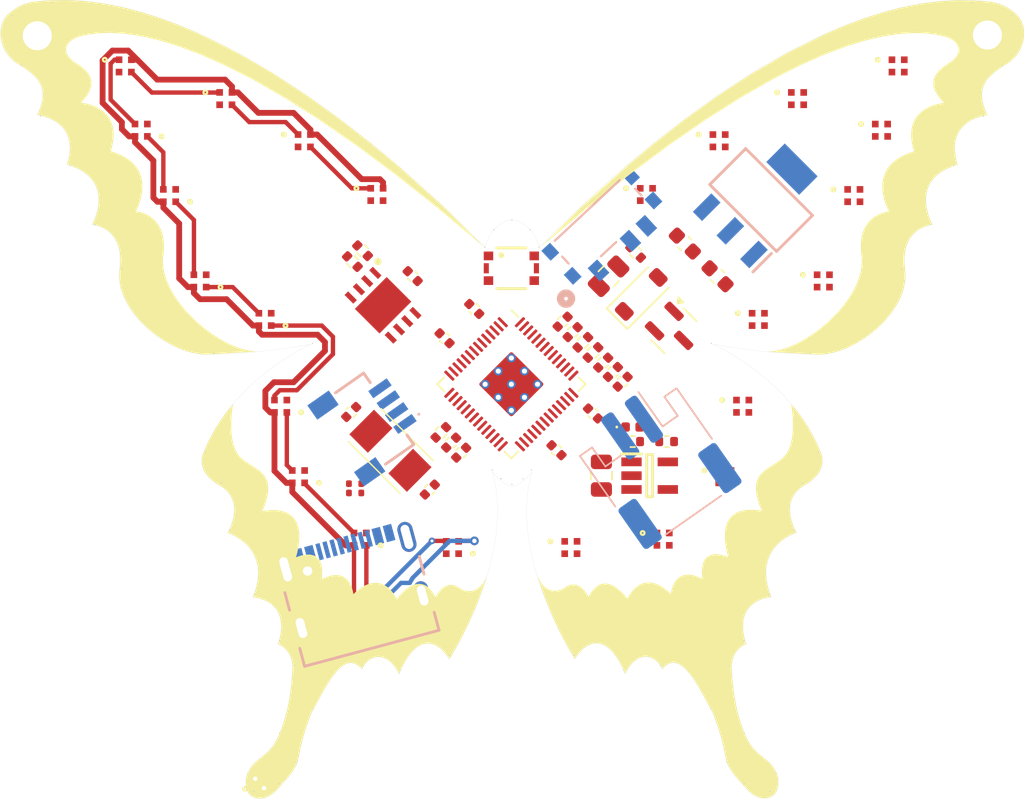
<source format=kicad_pcb>
(kicad_pcb (version 20240108) (generator "pcbnew") (generator_version "8.0")
  (layers (0 "F.Cu" jumper) (1 "In1.Cu" signal) (2 "In2.Cu" signal) (31 "B.Cu" signal) (34 "B.Paste" user) (35 "F.Paste" user) (36 "B.SilkS" user "B.Silkscreen") (37 "F.SilkS" user "F.Silkscreen") (38 "B.Mask" user) (39 "F.Mask" user) (44 "Edge.Cuts" user))
  (net 0 "")
  (net 1 " I2C_SDA")
  (net 2 "+5V")
  (net 3 "Net-(LED1-DOUT)")
  (net 4 "Net-(LED2-DOUT)")
  (net 5 "Net-(LED3-DOUT)")
  (net 6 "Net-(LED6-DOUT)")
  (net 7 "Net-(LED7-DOUT)")
  (net 8 "Net-(LED8-DOUT)")
  (net 9 "Net-(LED10-DIN)")
  (net 10 "Net-(LED12-DOUT)")
  (net 11 "VBUS")
  (net 12 "GND")
  (net 13 "+3V3")
  (net 14 "/XIN")
  (net 15 "Net-(C5-Pad1)")
  (net 16 "+1V1")
  (net 17 "/~{USB_BOOT}")
  (net 18 "/QSPI_SS")
  (net 19 "/XOUT")
  (net 20 "Net-(J5-CC2)")
  (net 21 "USB_D-")
  (net 22 "/QSPI_SD1")
  (net 23 "/QSPI_SD2")
  (net 24 "/QSPI_SD0")
  (net 25 "/QSPI_SCLK")
  (net 26 "/QSPI_SD3")
  (net 27 " I2C_SCL")
  (net 28 "NEOPIXELS")
  (net 29 "Net-(LED13-DOUT)")
  (net 30 "/GPIO10")
  (net 31 "/GPIO11")
  (net 32 "/GPIO12")
  (net 33 "/GPIO13")
  (net 34 "/GPIO14")
  (net 35 "/GPIO15")
  (net 36 "/SWCLK")
  (net 37 "/SWD")
  (net 38 "/RUN")
  (net 39 "/GPIO16")
  (net 40 "/GPIO17")
  (net 41 "/GPIO18")
  (net 42 "/GPIO19")
  (net 43 "/GPIO20")
  (net 44 "/GPIO21")
  (net 45 "/GPIO22")
  (net 46 "/GPIO23")
  (net 47 "/GPIO24")
  (net 48 "/GPIO25")
  (net 49 "/GPIO26_ADC0")
  (net 50 "/GPIO27_ADC1")
  (net 51 "/GPIO28_ADC2")
  (net 52 "/GPIO29_ADC3")
  (net 54 "Net-(LED14-DOUT)")
  (net 55 "/GPIO5")
  (net 56 "Net-(LED15-DOUT)")
  (net 57 "/GPIO4")
  (net 58 "/GPIO6")
  (net 59 "/GPIO3")
  (net 60 "Net-(LED18-DOUT)")
  (net 61 "/GPIO7")
  (net 62 "/GPIO8")
  (net 63 "Net-(LED19-DOUT)")
  (net 64 "Net-(LED20-DOUT)")
  (net 65 "Net-(LED21-DOUT)")
  (net 66 "/GPIO9")
  (net 67 "Net-(U3-USB_DP)")
  (net 68 "Net-(U3-USB_DM)")
  (net 69 "Net-(LED24-DOUT)")
  (net 70 "Net-(D2-C)")
  (net 73 "Net-(LED4-DOUT)")
  (net 74 "Net-(LED5-DOUT)")
  (net 75 "Net-(LED10-DOUT)")
  (net 76 "Net-(LED11-DOUT)")
  (net 77 "Net-(LED16-DOUT)")
  (net 78 "Net-(LED17-DOUT)")
  (net 79 "Net-(LED22-DOUT)")
  (net 80 "Net-(LED23-DOUT)")
  (net 82 "VBAT")
  (net 85 "Net-(S1-Pad4)")
  (net 86 "Net-(IC1-IN)")
  (net 88 "Net-(J5-CC1)")
  (net 89 "USB_D+")
  (net 92 "Net-(CHG1-C)")
  (net 93 "Net-(U1-STAT)")
  (net 94 "Net-(U1-PROG)")
  (net 95 "Net-(LED25-DOUT)")
  (footprint "Capacitor_SMD:C_0402_1005Metric" (layer "F.Cu") (at 104 61.25 135)
    (property "Reference" "C16" (hide yes))
    (property "Value" "100n" (hide yes))
  )
  (footprint "LED_SMD:LED_0402_1005Metric" (layer "F.Cu") (at 114.905546 69.376942)
    (property "Reference" "CHG1" (hide yes))
    (property "Value" "ORANGE" (hide yes))
  )
  (footprint "Resistor_SMD:R_0402_1005Metric" (layer "F.Cu") (at 112.176546 64.245942 -135)
    (property "Reference" "R30" (hide yes))
    (property "Value" "27" (hide yes))
  )
  (footprint "Resistor_SMD:R_0402_1005Metric" (layer "F.Cu") (at 95.614876 57.990328 -45)
    (property "Reference" "R28" (hide yes))
    (property "Value" "DNF" (hide yes))
  )
  (footprint "Capacitor_SMD:C_0805_2012Metric" (layer "F.Cu") (at 112.755546 72.726942 90)
    (property "Reference" "C6" (hide yes))
    (property "Value" "10uF" (hide yes))
  )
  (footprint "XL-1010RGBC-WS2812B:SMD4_XL-1010RGBC_XLG" (layer "F.Cu") (at 89.601546 61.970942 180)
    (property "Reference" "LED8" (hide yes))
    (property "Value" "1010RGBC-WS2812B" (hide yes))
  )
  (footprint "Resistor_SMD:R_0402_1005Metric" (layer "F.Cu") (at 114.905546 70.376942)
    (property "Reference" "R1" (hide yes))
    (property "Value" "10K" (hide yes))
  )
  (footprint "Diode_SMD:D_SOD-123" (layer "F.Cu") (at 115.5 60.25 45)
    (property "Reference" "D2" (hide yes))
    (property "Value" "MBR0540" (hide yes))
  )
  (footprint "XL-1010RGBC-WS2812B:SMD4_XL-1010RGBC_XLG" (layer "F.Cu") (at 81.076546 48.945942 180)
    (property "Reference" "LED5" (hide yes))
    (property "Value" "1010RGBC-WS2812B" (hide yes))
  )
  (footprint "XL-1010RGBC-WS2812B:SMD4_XL-1010RGBC_XLG" (layer "F.Cu") (at 110.653748 77.671699)
    (property "Reference" "LED14" (hide yes))
    (property "Value" "1010RGBC-WS2812B" (hide yes))
  )
  (footprint "XL-1010RGBC-WS2812B:SMD4_XL-1010RGBC_XLG" (layer "F.Cu") (at 123.553748 61.971699)
    (property "Reference" "LED19" (hide yes))
    (property "Value" "1010RGBC-WS2812B" (hide yes))
  )
  (footprint "Capacitor_SMD:C_0402_1005Metric" (layer "F.Cu") (at 112.876546 64.945942 45)
    (property "Reference" "C8" (hide yes))
    (property "Value" "100n" (hide yes))
  )
  (footprint "XL-1010RGBC-WS2812B:SMD4_XL-1010RGBC_XLG" (layer "F.Cu") (at 97.301546 53.370942)
    (property "Reference" "LED1" (hide yes))
    (property "Value" "1010RGBC-WS2812B" (hide yes))
  )
  (footprint "XL-1010RGBC-WS2812B:SMD4_XL-1010RGBC_XLG" (layer "F.Cu") (at 96.151546 77.095942 180)
    (property "Reference" "LED11" (hide yes))
    (property "Value" "1010RGBC-WS2812B" (hide yes))
  )
  (footprint "XL-1010RGBC-WS2812B:SMD4_XL-1010RGBC_XLG" (layer "F.Cu") (at 115.853748 53.371699)
    (property "Reference" "LED26" (hide yes))
    (property "Value" "1010RGBC-WS2812B" (hide yes))
  )
  (footprint "XL-1010RGBC-WS2812B:SMD4_XL-1010RGBC_XLG" (layer "F.Cu") (at 91.901546 72.795942 180)
    (property "Reference" "LED10" (hide yes))
    (property "Value" "1010RGBC-WS2812B" (hide yes))
  )
  (footprint "Resistor_SMD:R_0402_1005Metric" (layer "F.Cu") (at 111.476546 63.545942 -135)
    (property "Reference" "R29" (hide yes))
    (property "Value" "27" (hide yes))
  )
  (footprint "XL-1010RGBC-WS2812B:SMD4_XL-1010RGBC_XLG" (layer "F.Cu") (at 90.676546 67.945942 180)
    (property "Reference" "LED9" (hide yes))
    (property "Value" "1010RGBC-WS2812B" (hide yes))
  )
  (footprint "Resistor_SMD:R_0402_1005Metric" (layer "F.Cu") (at 96.314876 57.240328 135)
    (property "Reference" "R27" (hide yes))
    (property "Value" "1k" (hide yes))
  )
  (footprint "XL-1010RGBC-WS2812B:SMD4_XL-1010RGBC_XLG" (layer "F.Cu") (at 89.529945 93.586165 45)
    (property "Reference" "LED12" (hide yes))
    (property "Value" "1010RGBC-WS2812B" (hide yes))
  )
  (footprint "Capacitor_SMD:C_0805_2012Metric" (layer "F.Cu") (at 113.25 59 45)
    (property "Reference" "C20" (hide yes))
    (property "Value" "10uF" (hide yes))
  )
  (footprint "Capacitor_SMD:C_0603_1608Metric" (layer "F.Cu") (at 120.75 59 135)
    (property "Reference" "C1" (hide yes))
    (property "Value" "4.7u" (hide yes))
  )
  (footprint "XL-1010RGBC-WS2812B:SMD4_XL-1010RGBC_XLG" (layer "F.Cu") (at 128.028748 59.321699)
    (property "Reference" "LED20" (hide yes))
    (property "Value" "1010RGBC-WS2812B" (hide yes))
  )
  (footprint "Capacitor_SMD:C_0603_1608Metric" (layer "F.Cu") (at 118.5 56.75 -45)
    (property "Reference" "C2" (hide yes))
    (property "Value" "4.7u" (hide yes))
  )
  (footprint "XL-1010RGBC-WS2812B:SMD4_XL-1010RGBC_XLG" (layer "F.Cu") (at 123.620056 93.473835 -45)
    (property "Reference" "LED15" (hide yes))
    (property "Value" "1010RGBC-WS2812B" (hide yes))
  )
  (footprint "XL-1010RGBC-WS2812B:SMD4_XL-1010RGBC_XLG" (layer "F.Cu") (at 85.126546 59.320942 180)
    (property "Reference" "LED7" (hide yes))
    (property "Value" "1010RGBC-WS2812B" (hide yes))
  )
  (footprint "Capacitor_SMD:C_0402_1005Metric" (layer "F.Cu") (at 113.545957 65.586531 45)
    (property "Reference" "C11" (hide yes))
    (property "Value" "1u" (hide yes))
  )
  (footprint "XL-1010RGBC-WS2812B:SMD4_XL-1010RGBC_XLG" (layer "F.Cu") (at 126.253748 46.771699)
    (property "Reference" "LED24" (hide yes))
    (property "Value" "1010RGBC-WS2812B" (hide yes))
  )
  (footprint "Capacitor_SMD:C_0402_1005Metric" (layer "F.Cu") (at 95.532546 68.341942 45)
    (property "Reference" "C4" (hide yes))
    (property "Value" "27p" (hide yes))
  )
  (footprint "Resistor_SMD:R_0402_1005Metric" (layer "F.Cu") (at 101.704546 69.744942 -135)
    (property "Reference" "R26" (hide yes))
    (property "Value" "1k" (hide yes))
  )
  (footprint "Capacitor_SMD:C_0402_1005Metric" (layer "F.Cu") (at 110.086546 62.124942 45)
    (property "Reference" "C9" (hide yes))
    (property "Value" "1u" (hide yes))
  )
  (footprint "Capacitor_SMD:C_0402_1005Metric" (layer "F.Cu") (at 103.101546 71.141942 -135)
    (property "Reference" "C7" (hide yes))
    (property "Value" "100n" (hide yes))
  )
  (footprint "Capacitor_SMD:C_0402_1005Metric" (layer "F.Cu") (at 114.215957 66.256531 45)
    (property "Reference" "C13" (hide yes))
    (property "Value" "100n" (hide yes))
  )
  (footprint "Resistor_SMD:R_0402_1005Metric" (layer "F.Cu") (at 115.110624 57.360624 -45)
    (property "Reference" "R5" (hide yes))
    (property "Value" "10K" (hide yes))
  )
  (footprint "Resistor_SMD:R_0201_0603Metric" (layer "F.Cu") (at 95.376546 73.595942 -90)
    (property "Reference" "R4" (hide yes))
    (property "Value" "5k1" (hide yes))
  )
  (footprint "MCP73831T-2ACI:SOT95P270X145-5N" (layer "F.Cu") (at 116.075546 72.726942)
    (property "Reference" "U1" (hide yes))
    (property "Value" "MCP73831T-2ACI/OT" (hide yes))
  )
  (footprint "RP2040_minimal:RP2040-QFN-56" (layer "F.Cu") (at 106.556546 66.43282 -45)
    (property "Reference" "U3" (hide yes))
    (property "Value" "RP2040" (hide yes))
  )
  (footprint "435151014845:435151014845" (layer "F.Cu") (at 106.556546 58.45)
    (property "Reference" "S1" (hide yes))
    (property "Value" "435151014845" (hide yes))
    (property "VALUE" "435151014845" (hide yes))
  )
  (footprint "Capacitor_SMD:C_0402_1005Metric" (layer "F.Cu") (at 99.764876 58.990328 135)
    (property "Reference" "C3" (hide yes))
    (property "Value" "100n" (hide yes))
  )
  (footprint "445I23D12M00000:445I23D24M00000" (layer "F.Cu") (at 98.232546 71.011942 135)
    (property "Reference" "Y1" (hide yes))
    (property "Value" "445I23D12M00000" (hide yes))
  )
  (footprint "Capacitor_SMD:C_0402_1005Metric" (layer "F.Cu") (at 112.176546 68.445942 -45)
    (property "Reference" "C12" (hide yes))
    (property "Value" "100n" (hide yes))
  )
  (footprint "XL-1010RGBC-WS2812B:SMD4_XL-1010RGBC_XLG" (layer "F.Cu") (at 120.853748 49.671699)
    (property "Reference" "LED25" (hide yes))
    (property "Value" "1010RGBC-WS2812B" (hide yes))
  )
  (footprint "XL-1010RGBC-WS2812B:SMD4_XL-1010RGBC_XLG" (layer "F.Cu") (at 86.901546 46.770942)
    (property "Reference" "LED3" (hide yes))
    (property "Value" "1010RGBC-WS2812B" (hide yes))
  )
  (footprint "Resistor_SMD:R_0402_1005Metric" (layer "F.Cu") (at 117.245546 70.376942 180)
    (property "Reference" "R2" (hide yes))
    (property "Value" "5.1K" (hide yes))
  )
  (footprint "Capacitor_SMD:C_0402_1005Metric" (layer "F.Cu") (at 100.942546 73.681942 45)
    (property "Reference" "C5" (hide yes))
    (property "Value" "27p" (hide yes))
  )
  (footprint "Resistor_SMD:R_0201_0603Metric" (layer "F.Cu") (at 96.226546 73.595942 -90)
    (property "Reference" "R3" (hide yes))
    (property "Value" "5k1" (hide yes))
  )
  (footprint "XL-1010RGBC-WS2812B:SMD4_XL-1010RGBC_XLG" (layer "F.Cu") (at 122.478748 67.946699)
    (property "Reference" "LED18" (hide yes))
    (property "Value" "1010RGBC-WS2812B" (hide yes))
  )
  (footprint "Capacitor_SMD:C_0402_1005Metric" (layer "F.Cu") (at 102.411546 70.451942 -135)
    (property "Reference" "C14" (hide yes))
    (property "Value" "100n" (hide yes))
  )
  (footprint "XL-1010RGBC-WS2812B:SMD4_XL-1010RGBC_XLG" (layer "F.Cu") (at 133.178748 44.521699)
    (property "Reference" "LED23" (hide yes))
    (property "Value" "1010RGBC-WS2812B" (hide yes))
  )
  (footprint "XL-1010RGBC-WS2812B:SMD4_XL-1010RGBC_XLG" (layer "F.Cu") (at 92.301546 49.670942)
    (property "Reference" "LED2" (hide yes))
    (property "Value" "1010RGBC-WS2812B" (hide yes))
  )
  (footprint "XL-1010RGBC-WS2812B:SMD4_XL-1010RGBC_XLG" (layer "F.Cu") (at 121.253748 72.796699)
    (property "Reference" "LED17" (hide yes))
    (property "Value" "1010RGBC-WS2812B" (hide yes))
  )
  (footprint "XL-1010RGBC-WS2812B:SMD4_XL-1010RGBC_XLG" (layer "F.Cu") (at 117.003748 77.096699)
    (property "Reference" "LED16" (hide yes))
    (property "Value" "1010RGBC-WS2812B" (hide yes))
  )
  (footprint "XL-1010RGBC-WS2812B:SMD4_XL-1010RGBC_XLG" (layer "F.Cu") (at 79.976546 44.520942)
    (property "Reference" "LED4" (hide yes))
    (property "Value" "1010RGBC-WS2812B" (hide yes))
  )
  (footprint "W25Q64JVXGIQ:SON80P400X400X50-9N" (layer "F.Cu") (at 97.726546 60.995942 -45)
    (property "Reference" "IC3" (hide yes))
    (property "Value" "W25Q64JVZPIQ" (hide yes))
  )
  (footprint "XL-1010RGBC-WS2812B:SMD4_XL-1010RGBC_XLG" (layer "F.Cu") (at 83.026546 53.445942 180)
    (property "Reference" "LED6" (hide yes))
    (property "Value" "1010RGBC-WS2812B" (hide yes))
  )
  (footprint "XL-1010RGBC-WS2812B:SMD4_XL-1010RGBC_XLG" (layer "F.Cu") (at 132.032202 48.949436)
    (property "Reference" "LED22" (hide yes))
    (property "Value" "1010RGBC-WS2812B" (hide yes))
  )
  (footprint "Capacitor_SMD:C_0402_1005Metric" (layer "F.Cu") (at 101.958546 63.267942 135)
    (property "Reference" "C15" (hide yes))
    (property "Value" "100n" (hide yes))
  )
  (footprint "XL-1010RGBC-WS2812B:SMD4_XL-1010RGBC_XLG" (layer "F.Cu") (at 102.501546 77.670942 180)
    (property "Reference" "LED13" (hide yes))
    (property "Value" "1010RGBC-WS2812B" (hide yes))
  )
  (footprint "Package_TO_SOT_SMD:SOT-23" (layer "F.Cu") (at 117.75 62.75 -45)
    (property "Reference" "Q1" (hide yes))
    (property "Value" "DMG3415" (hide yes))
  )
  (footprint "XL-1010RGBC-WS2812B:SMD4_XL-1010RGBC_XLG" (layer "F.Cu") (at 130.128748 53.446699)
    (property "Reference" "LED21" (hide yes))
    (property "Value" "1010RGBC-WS2812B" (hide yes))
  )
  (footprint "Capacitor_SMD:C_0402_1005Metric" (layer "F.Cu") (at 110.776546 62.845942 45)
    (property "Reference" "C10" (hide yes))
    (property "Value" "100n" (hide yes))
  )
  (footprint "Capacitor_SMD:C_0402_1005Metric" (layer "F.Cu") (at 109.663957 70.973353 -45)
    (property "Reference" "C17" (hide yes))
    (property "Value" "100n" (hide yes))
  )
  (footprint "SlideSwitch:MK-12C02-G020_GSW" (layer "B.Cu") (at 112.786546 55.5501 43)
    (property "Reference" "SW2" (hide yes))
    (property "Value" "MK-12C02-G020" (hide yes))
  )
  (footprint "USB4105-GF-A:GCT_USB4105-GF-A" (layer "B.Cu") (at 96.277543 82.095621 -165)
    (property "Reference" "J5" (hide yes))
    (property "Value" "USB4105-GF-A" (hide yes))
  )
  (footprint "AP7361EA-33E-13:SOT230P700X180-4N" (layer "B.Cu") (at 123.75 53.75 45)
    (property "Reference" "IC1" (hide yes))
    (property "Value" "AP7361EA-33E-13" (hide yes))
  )
  (footprint "Connector_JST:JST_PH_S2B-PH-SM4-TB_1x02-1MP_P2.00mm_Horizontal" (layer "B.Cu") (at 116.5 71.75 -145)
    (property "Reference" "J4" (hide yes))
    (property "Value" "S2B-PH-SM4-TB(LF)(SN)" (hide yes))
  )
  (footprint "SM04B-SRSS-TB:SM04BSRSSTB" (layer "B.Cu") (at 96.5 69.25 125)
    (property "Reference" "J2" (hide yes))
    (property "Value" "SM04B-SRSS-TB" (hide yes))
  )
  (gr_poly (pts (xy 77.29376 40.064462) (xy 78.585549 40.236637) (xy 79.88487 40.498338) (xy 81.188121 40.842875) (xy 82.491701 41.263553) (xy 83.792006 41.75368) (xy 85.085437 42.306563) (xy 87.637263 43.573825) (xy 90.118366 45.011797) (xy 92.499929 46.566936) (xy 94.753138 48.185698) (xy 96.849178 49.814541) (xy 98.759235 51.399923) (xy 101.906137 54.226127) (xy 104.700282 57.001103) (xy 101.494862 54.308432) (xy 98.524106 51.954509) (xy 95.77965 49.917755) (xy 93.253128 48.17659) (xy 90.936178 46.709435) (xy 88.820434 45.494711) (xy 86.897533 44.510838) (xy 85.15911 43.736236) (xy 83.596801 43.149326) (xy 82.202242 42.728528) (xy 80.967068 42.452264) (xy 79.882916 42.298953) (xy 78.941421 42.247017) (xy 78.134219 42.274875) (xy 77.452946 42.360948) (xy 76.889238 42.483657) (xy 76.805528 42.507643) (xy 76.723562 42.534995) (xy 76.643661 42.565602) (xy 76.566148 42.599354) (xy 76.491347 42.636142) (xy 76.419579 42.675855) (xy 76.351168 42.718384) (xy 76.286436 42.763619) (xy 76.225706 42.81145) (xy 76.169301 42.861766) (xy 76.117543 42.914459) (xy 76.070755 42.969417) (xy 76.029259 43.026532) (xy 75.993379 43.085693) (xy 75.963437 43.14679) (xy 75.939755 43.209714) (xy 75.922657 43.274354) (xy 75.912465 43.3406) (xy 75.909502 43.408343) (xy 75.91409 43.477473) (xy 75.926552 43.54788) (xy 75.947212 43.619453) (xy 75.976391 43.692083) (xy 76.014412 43.76566) (xy 76.061598 43.840074) (xy 76.118272 43.915216) (xy 76.184756 43.990974) (xy 76.261373 44.06724) (xy 76.348446 44.143902) (xy 76.446297 44.220853) (xy 76.555249 44.29798) (xy 76.675625 44.375176) (xy 76.797398 44.452663) (xy 76.910421 44.530731) (xy 77.014836 44.609361) (xy 77.110784 44.688537) (xy 77.198407 44.76824) (xy 77.277845 44.848454) (xy 77.34924 44.92916) (xy 77.412734 45.010342) (xy 77.468467 45.091982) (xy 77.516581 45.174063) (xy 77.557218 45.256567) (xy 77.590518 45.339477) (xy 77.616623 45.422774) (xy 77.635675 45.506443) (xy 77.647814 45.590465) (xy 77.653181 45.674823) (xy 77.651919 45.7595) (xy 77.644169 45.844477) (xy 77.630071 45.929738) (xy 77.609768 46.015266) (xy 77.5834 46.101042) (xy 77.551109 46.187049) (xy 77.513036 46.27327) (xy 77.469322 46.359688) (xy 77.42011 46.446284) (xy 77.365539 46.533042) (xy 77.305752 46.619944) (xy 77.240889 46.706973) (xy 77.171092 46.794111) (xy 77.096503 46.881341) (xy 76.933512 47.056005) (xy 77.061773 47.070716) (xy 77.20664 47.095117) (xy 77.39159 47.136228) (xy 77.606317 47.198057) (xy 77.840517 47.284613) (xy 77.961697 47.338416) (xy 78.083881 47.399904) (xy 78.20578 47.469579) (xy 78.326106 47.54794) (xy 78.44357 47.63549) (xy 78.556885 47.732729) (xy 78.664761 47.840159) (xy 78.765911 47.958281) (xy 78.859047 48.087595) (xy 78.94288 48.228603) (xy 79.016123 48.381806) (xy 79.077486 48.547706) (xy 79.125681 48.726802) (xy 79.159421 48.919596) (xy 79.177418 49.12659) (xy 79.178382 49.348285) (xy 79.161026 49.585181) (xy 79.124061 49.837779) (xy 79.0662 50.106581) (xy 78.986153 50.392089) (xy 79.299848 50.494253) (xy 79.583824 50.607671) (xy 79.839379 50.731392) (xy 80.067808 50.864464) (xy 80.270406 51.005938) (xy 80.44847 51.154861) (xy 80.603295 51.310285) (xy 80.736177 51.471258) (xy 80.848412 51.636829) (xy 80.941295 51.806048) (xy 81.016123 51.977964) (xy 81.074191 52.151627) (xy 81.116796 52.326086) (xy 81.145232 52.500389) (xy 81.160795 52.673587) (xy 81.164782 52.844729) (xy 81.158488 53.012863) (xy 81.14321 53.177041) (xy 81.09088 53.48972) (xy 81.018161 53.77516) (xy 80.935417 54.025757) (xy 80.853016 54.233904) (xy 80.781323 54.391997) (xy 80.711529 54.527598) (xy 80.80897 54.539301) (xy 80.919856 54.559783) (xy 81.062482 54.595222) (xy 81.229571 54.649521) (xy 81.413845 54.726581) (xy 81.510153 54.774866) (xy 81.608029 54.830305) (xy 81.706562 54.893385) (xy 81.804843 54.964595) (xy 81.901963 55.044422) (xy 81.997011 55.133355) (xy 82.089079 55.23188) (xy 82.177257 55.340485) (xy 82.260634 55.459659) (xy 82.338301 55.589889) (xy 82.409349 55.731663) (xy 82.472868 55.885469) (xy 82.527948 56.051795) (xy 82.57368 56.231128) (xy 82.609153 56.423956) (xy 82.633459 56.630767) (xy 82.645687 56.852048) (xy 82.644929 57.088289) (xy 82.630273 57.339975) (xy 82.600811 57.607596) (xy 82.577908 57.885999) (xy 82.582693 58.16907) (xy 82.613921 58.455867) (xy 82.670347 58.745451) (xy 82.750723 59.036879) (xy 82.853803 59.329209) (xy 82.978341 59.621502) (xy 83.123091 59.912814) (xy 83.286807 60.202205) (xy 83.468243 60.488734) (xy 83.666151 60.771458) (xy 83.879287 61.049438) (xy 84.106403 61.32173) (xy 84.346254 61.587395) (xy 84.859174 62.095074) (xy 85.408078 62.564945) (xy 85.982996 62.989476) (xy 86.573957 63.361136) (xy 86.872338 63.524787) (xy 87.170992 63.672395) (xy 87.468672 63.80302) (xy 87.764131 63.915721) (xy 88.056124 64.009556) (xy 88.343405 64.083584) (xy 88.624726 64.136863) (xy 88.898843 64.168452) (xy 89.164508 64.17741) (xy 89.420475 64.162795) (xy 87.669404 64.264754) (xy 85.91833 64.366759) (xy 85.663791 64.383422) (xy 85.402293 64.380432) (xy 85.134899 64.35847) (xy 84.862671 64.318216) (xy 84.586675 64.26035) (xy 84.307974 64.185552) (xy 84.027631 64.094501) (xy 83.746711 63.987878) (xy 83.466277 63.866364) (xy 83.187392 63.730637) (xy 82.638528 63.419267) (xy 82.108628 63.059208) (xy 81.606201 62.655901) (xy 81.139759 62.214786) (xy 80.922691 61.981751) (xy 80.717811 61.741303) (xy 80.526181 61.494124) (xy 80.348866 61.240892) (xy 80.18693 60.982288) (xy 80.041436 60.718993) (xy 79.913447 60.451686) (xy 79.804028 60.181046) (xy 79.714243 59.907755) (xy 79.645155 59.632491) (xy 79.597827 59.355936) (xy 79.573324 59.078769) (xy 79.57271 58.80167) (xy 79.597047 58.525319) (xy 79.626505 58.257694) (xy 79.641157 58.006004) (xy 79.641912 57.769761) (xy 79.62968 57.548477) (xy 79.605371 57.341664) (xy 79.569894 57.148834) (xy 79.52416 56.9695) (xy 79.469078 56.803173) (xy 79.405556 56.649367) (xy 79.334506 56.507592) (xy 79.256837 56.377362) (xy 79.173458 56.258189) (xy 79.085279 56.149583) (xy 78.99321 56.051059) (xy 78.89816 55.962128) (xy 78.801039 55.882302) (xy 78.702757 55.811093) (xy 78.604223 55.748014) (xy 78.410038 55.644292) (xy 78.225762 55.567235) (xy 78.058672 55.512939) (xy 77.916046 55.477503) (xy 77.80516 55.457023) (xy 77.707719 55.445322) (xy 77.777514 55.309719) (xy 77.849209 55.151624) (xy 77.931613 54.943473) (xy 78.01436 54.692873) (xy 78.087082 54.407429) (xy 78.116445 54.254017) (xy 78.139414 54.094746) (xy 78.154694 53.930567) (xy 78.160989 53.76243) (xy 78.157003 53.591286) (xy 78.14144 53.418086) (xy 78.113005 53.243781) (xy 78.070401 53.06932) (xy 78.012333 52.895656) (xy 77.937505 52.723738) (xy 77.844622 52.554517) (xy 77.732386 52.388944) (xy 77.599503 52.22797) (xy 77.444677 52.072545) (xy 77.266611 51.92362) (xy 77.064011 51.782146) (xy 76.83558 51.649073) (xy 76.580022 51.525352) (xy 76.296042 51.411933) (xy 75.982343 51.309768) (xy 76.062394 51.024057) (xy 76.120259 50.754657) (xy 76.157227 50.501096) (xy 76.174586 50.262897) (xy 76.173624 50.039586) (xy 76.15563 49.830688) (xy 76.121892 49.635728) (xy 76.073698 49.454231) (xy 76.012337 49.285722) (xy 75.939096 49.129725) (xy 75.855264 48.985767) (xy 75.762129 48.853373) (xy 75.660979 48.732066) (xy 75.553103 48.621372) (xy 75.439789 48.520817) (xy 75.322325 48.429925) (xy 75.201999 48.348222) (xy 75.0801 48.275231) (xy 74.836734 48.153491) (xy 74.602534 48.060905) (xy 74.387806 47.993673) (xy 74.202855 47.947996) (xy 74.057987 47.920074) (xy 73.929725 47.902295) (xy 74.011595 47.725197) (xy 74.082924 47.5546) (xy 74.143971 47.390285) (xy 74.194993 47.232036) (xy 74.236248 47.079632) (xy 74.267995 46.932856) (xy 74.290492 46.79149) (xy 74.303996 46.655315) (xy 74.308766 46.524113) (xy 74.30506 46.397665) (xy 74.293137 46.275753) (xy 74.273253 46.158159) (xy 74.245668 46.044664) (xy 74.210638 45.935051) (xy 74.168424 45.8291) (xy 74.119282 45.726593) (xy 74.06347 45.627313) (xy 74.001247 45.53104) (xy 73.932871 45.437556) (xy 73.8586 45.346643) (xy 73.693405 45.171657) (xy 73.507726 45.004334) (xy 73.303629 44.842927) (xy 73.083177 44.685691) (xy 72.848437 44.530878) (xy 72.601473 44.37674) (xy 72.478622 44.296671) (xy 72.362457 44.211097) (xy 72.252975 44.120388) (xy 72.150171 44.024919) (xy 72.054043 43.925061) (xy 71.964587 43.821186) (xy 71.881799 43.713667) (xy 71.805676 43.602875) (xy 71.736215 43.489184) (xy 71.673412 43.372966) (xy 71.617263 43.254592) (xy 71.567765 43.134436) (xy 71.524914 43.012869) (xy 71.488708 42.890263) (xy 71.459142 42.766992) (xy 71.436213 42.643427) (xy 71.419917 42.51994) (xy 71.410252 42.396905) (xy 71.407213 42.274692) (xy 71.410798 42.153675) (xy 71.421002 42.034226) (xy 71.437822 41.916717) (xy 71.461254 41.80152) (xy 71.491296 41.689008) (xy 71.527943 41.579553) (xy 71.571193 41.473527) (xy 71.621041 41.371302) (xy 71.677484 41.273252) (xy 71.740519 41.179747) (xy 71.810142 41.091161) (xy 71.88635 41.007865) (xy 71.969139 40.930232) (xy 72.12261 40.803095) (xy 72.163603 40.771005) (xy 72.278962 40.684487) (xy 72.315444 40.658032) (xy 72.45965 40.561407) (xy 72.488143 40.544039) (xy 72.605212 40.474908) (xy 72.647152 40.45173) (xy 72.768482 40.3895) (xy 72.790439 40.378585) (xy 72.931908 40.31653) (xy 72.970174 40.301514) (xy 73.080286 40.260864) (xy 73.12013 40.247149) (xy 73.263702 40.203266) (xy 73.278343 40.199487) (xy 73.41174 40.166268) (xy 73.455593 40.156581) (xy 73.574417 40.132822) (xy 73.608864 40.126356) (xy 73.762145 40.102019) (xy 73.799855 40.096973) (xy 73.93642 40.07983) (xy 73.959503 40.077169) (xy 74.107021 40.062413) (xy 74.23403 40.051499) (xy 74.310149 40.04527) (xy 74.373384 40.040729) (xy 74.742064 40.015799) (xy 74.509239 40.030975) (xy 74.373384 40.040729) (xy 74.32874 40.043748) (xy 74.310149 40.04527) (xy 74.28808 40.046854) (xy 74.23403 40.051499) (xy 74.135618 40.059552) (xy 74.107021 40.062413) (xy 74.077266 40.06497) (xy 73.975325 40.075345) (xy 73.959503 40.077169) (xy 73.95021 40.078098) (xy 73.93642 40.07983) (xy 73.875474 40.086855) (xy 73.799855 40.096973) (xy 73.771535 40.100528) (xy 73.762145 40.102019) (xy 73.747326 40.104002) (xy 73.622122 40.123868) (xy 73.608864 40.126356) (xy 73.598607 40.127985) (xy 73.574417 40.132822) (xy 73.499486 40.146886) (xy 73.455593 40.156581) (xy 73.430445 40.16161) (xy 73.41174 40.166268) (xy 73.379046 40.173489) (xy 73.278343 40.199487) (xy 73.266064 40.202544) (xy 73.263702 40.203266) (xy 73.260429 40.204111) (xy 73.143261 40.239186) (xy 73.12013 40.247149) (xy 73.104481 40.251932) (xy 73.080286 40.260864) (xy 73.027168 40.279148) (xy 72.970174 40.301514) (xy 72.944713 40.310913) (xy 72.931908 40.31653) (xy 72.911778 40.324429) (xy 72.796717 40.375464) (xy 72.790439 40.378585) (xy 72.785776 40.38063) (xy 72.768482 40.3895) (xy 72.681611 40.432686) (xy 72.647152 40.45173) (xy 72.626687 40.462226) (xy 72.605212 40.474908) (xy 72.566088 40.496529) (xy 72.488143 40.544039) (xy 72.466462 40.556842) (xy 72.45965 40.561407) (xy 72.449774 40.567426) (xy 72.332295 40.645812) (xy 72.315444 40.658032) (xy 72.304118 40.665621) (xy 72.278962 40.684487) (xy 72.246221 40.70823) (xy 72.183982 40.755053) (xy 72.163603 40.771005) (xy 72.139761 40.788886) (xy 72.12261 40.803095) (xy 72.120932 40.804408) (xy 71.969139 40.930232) (xy 72.092351 40.826781) (xy 72.120932 40.804408) (xy 72.138671 40.789704) (xy 72.139761 40.788886) (xy 72.147204 40.78272) (xy 72.183982 40.755053) (xy 72.213279 40.732119) (xy 72.246221 40.70823) (xy 72.319036 40.653451) (xy 72.485845 40.541097) (xy 72.648839 40.44433) (xy 72.809226 40.361821) (xy 72.968216 40.292243) (xy 73.127017 40.234267) (xy 73.286838 40.186566) (xy 73.448889 40.147811) (xy 73.614376 40.116675) (xy 73.784511 40.091829) (xy 73.9605 40.071945) (xy 74.33488 40.041751) (xy 74.747186 40.015468) (xy 76.013105 39.988509)) (fill solid) (layer "F.SilkS"))
  (gr_poly (pts (xy 126.117174 68.14637) (xy 126.264932 68.337797) (xy 126.410202 68.533356) (xy 126.552761 68.733054) (xy 126.692388 68.936901) (xy 126.828861 69.144905) (xy 126.961959 69.357074) (xy 127.091459 69.573416) (xy 127.217141 69.79394) (xy 127.338782 70.018654) (xy 127.456161 70.247566) (xy 127.569057 70.480684) (xy 127.677247 70.718018) (xy 127.780511 70.959574) (xy 127.878626 71.205363) (xy 127.89893 71.259295) (xy 127.918203 71.32348) (xy 127.938129 71.409605) (xy 127.954636 71.515516) (xy 127.960335 71.575218) (xy 127.963653 71.639058) (xy 127.96408 71.706768) (xy 127.961109 71.778079) (xy 127.954229 71.85272) (xy 127.942932 71.930423) (xy 127.92671 72.010918) (xy 127.905052 72.093937) (xy 127.877451 72.179209) (xy 127.843397 72.266466) (xy 127.802382 72.355439) (xy 127.753896 72.445857) (xy 127.697431 72.537452) (xy 127.632478 72.629955) (xy 127.558527 72.723096) (xy 127.475071 72.816606) (xy 127.381599 72.910216) (xy 127.277604 73.003657) (xy 127.162576 73.096659) (xy 127.036006 73.188952) (xy 126.897386 73.280269) (xy 126.746206 73.370339) (xy 126.577366 73.474497) (xy 126.426644 73.584559) (xy 126.293203 73.699922) (xy 126.176207 73.819981) (xy 126.074818 73.944132) (xy 125.9882 74.071771) (xy 125.915516 74.202294) (xy 125.855931 74.335097) (xy 125.808606 74.469576) (xy 125.772706 74.605127) (xy 125.747394 74.741145) (xy 125.731833 74.877028) (xy 125.725187 75.01217) (xy 125.726619 75.145968) (xy 125.735292 75.277818) (xy 125.75037 75.407115) (xy 125.796393 75.655637) (xy 125.857995 75.8867) (xy 125.928483 76.095473) (xy 126.001163 76.277124) (xy 126.126331 76.539728) (xy 126.179952 76.635853) (xy 126.047377 76.683822) (xy 125.89861 76.747216) (xy 125.709926 76.839933) (xy 125.492625 76.964261) (xy 125.25801 77.122489) (xy 125.137741 77.21503) (xy 125.017381 77.316903) (xy 124.898343 77.428396) (xy 124.78204 77.549793) (xy 124.669885 77.681381) (xy 124.563289 77.823446) (xy 124.463667 77.976273) (xy 124.372429 78.14015) (xy 124.29099 78.315361) (xy 124.220762 78.502193) (xy 124.163157 78.700931) (xy 124.119588 78.911862) (xy 124.091468 79.135272) (xy 124.080209 79.371447) (xy 124.087225 79.620673) (xy 124.113927 79.883235) (xy 124.161729 80.15942) (xy 124.232044 80.449514) (xy 124.326283 80.753802) (xy 124.44586 81.072571) (xy 124.330702 81.084702) (xy 124.200908 81.106027) (xy 124.035551 81.143001) (xy 123.844066 81.199733) (xy 123.635887 81.28033) (xy 123.528487 81.330861) (xy 123.420451 81.388899) (xy 123.312959 81.454957) (xy 123.207192 81.529548) (xy 123.104327 81.613187) (xy 123.005545 81.706385) (xy 122.912025 81.809658) (xy 122.824946 81.923517) (xy 122.745488 82.048478) (xy 122.674829 82.185052) (xy 122.614151 82.333754) (xy 122.564631 82.495097) (xy 122.527449 82.669595) (xy 122.503785 82.85776) (xy 122.494818 83.060107) (xy 122.501727 83.277149) (xy 122.525693 83.509399) (xy 122.567893 83.75737) (xy 122.629508 84.021577) (xy 122.711717 84.302532) (xy 122.666235 84.320487) (xy 122.614203 84.344411) (xy 122.54693 84.379617) (xy 122.46763 84.427093) (xy 122.379516 84.487826) (xy 122.333159 84.523473) (xy 122.285804 84.562804) (xy 122.237853 84.605943) (xy 122.189708 84.653014) (xy 122.141769 84.704141) (xy 122.09444 84.759445) (xy 122.048122 84.819052) (xy 122.003217 84.883084) (xy 121.960126 84.951665) (xy 121.919252 85.024918) (xy 121.880995 85.102968) (xy 121.845759 85.185936) (xy 121.813944 85.273948) (xy 121.785952 85.367125) (xy 121.762186 85.465592) (xy 121.743046 85.569473) (xy 121.728935 85.67889) (xy 121.720255 85.793967) (xy 121.717407 85.914828) (xy 121.720792 86.041596) (xy 121.754666 86.574785) (xy 121.805956 87.132515) (xy 121.878811 87.70938) (xy 121.924621 88.003299) (xy 121.977378 88.299974) (xy 122.0376 88.59873) (xy 122.105805 88.898891) (xy 122.182511 89.199781) (xy 122.268238 89.500725) (xy 122.363504 89.801046) (xy 122.468827 90.10007) (xy 122.584725 90.39712) (xy 122.711717 90.691521) (xy 122.77918 90.832952) (xy 122.848724 90.964803) (xy 122.920146 91.087684) (xy 122.993247 91.202205) (xy 123.067825 91.308979) (xy 123.14368 91.408616) (xy 123.220611 91.501727) (xy 123.298416 91.588924) (xy 123.376896 91.670816) (xy 123.455848 91.748016) (xy 123.614369 91.890781) (xy 123.772371 92.022107) (xy 123.928248 92.146883) (xy 124.080392 92.269996) (xy 124.227197 92.396335) (xy 124.367055 92.530787) (xy 124.433876 92.602584) (xy 124.498359 92.678242) (xy 124.560301 92.758373) (xy 124.619502 92.843587) (xy 124.675761 92.934496) (xy 124.728878 93.031711) (xy 124.77865 93.135842) (xy 124.824878 93.247501) (xy 124.867361 93.367299) (xy 124.905897 93.495846) (xy 124.910944 93.537645) (xy 124.919725 93.650566) (xy 124.922534 93.727848) (xy 124.9227 93.815891) (xy 124.91903 93.912357) (xy 124.910331 94.014906) (xy 124.89541 94.121198) (xy 124.885244 94.175017) (xy 124.873076 94.228894) (xy 124.858756 94.282537) (xy 124.842136 94.335654) (xy 124.823066 94.387952) (xy 124.801397 94.439139) (xy 124.77698 94.488922) (xy 124.749667 94.537009) (xy 124.719308 94.583108) (xy 124.685754 94.626925) (xy 124.648856 94.66817) (xy 124.608465 94.706548) (xy 124.564431 94.741768) (xy 124.516607 94.773537) (xy 124.466333 94.801962) (xy 124.415083 94.827353) (xy 124.362915 94.849724) (xy 124.309887 94.869086) (xy 124.256056 94.885452) (xy 124.201482 94.898836) (xy 124.146221 94.909248) (xy 124.090333 94.916702) (xy 124.033875 94.921211) (xy 123.976906 94.922787) (xy 123.919483 94.921442) (xy 123.861664 94.91719) (xy 123.803508 94.910042) (xy 123.745073 94.900012) (xy 123.686417 94.887112) (xy 123.627598 94.871354) (xy 123.568673 94.852751) (xy 123.509702 94.831316) (xy 123.450742 94.807061) (xy 123.391852 94.779998) (xy 123.333088 94.750141) (xy 123.274511 94.717502) (xy 123.216177 94.682093) (xy 123.158144 94.643928) (xy 123.043217 94.559376) (xy 122.930194 94.463947) (xy 122.819539 94.357741) (xy 122.711717 94.24086) (xy 122.51184 94.01452) (xy 122.334431 93.817509) (xy 122.175326 93.640244) (xy 122.03036 93.47314) (xy 121.961878 93.390404) (xy 121.895369 93.306615) (xy 121.830312 93.220575) (xy 121.766187 93.131087) (xy 121.702474 93.036951) (xy 121.638651 92.93697) (xy 121.574199 92.829947) (xy 121.508596 92.714684) (xy 121.477122 92.655141) (xy 121.448836 92.596026) (xy 121.423401 92.536937) (xy 121.400479 92.477471) (xy 121.36083 92.355794) (xy 121.327193 92.227773) (xy 121.296873 92.090185) (xy 121.267174 91.939806) (xy 121.198858 91.587785) (xy 121.154851 91.379697) (xy 121.100684 91.145927) (xy 121.03366 90.883251) (xy 120.951086 90.588447) (xy 120.850264 90.258291) (xy 120.728501 89.88956) (xy 120.583101 89.479032) (xy 120.500694 89.257087) (xy 120.411367 89.023484) (xy 119.679745 87.675022) (xy 119.476132 87.319127) (xy 119.265677 86.973521) (xy 119.049098 86.647107) (xy 118.827115 86.348783) (xy 118.600448 86.087452) (xy 118.485583 85.973441) (xy 118.369817 85.872015) (xy 118.25324 85.784287) (xy 118.135942 85.711371) (xy 118.018012 85.654379) (xy 117.899542 85.614423) (xy 117.78062 85.592616) (xy 117.661337 85.590071) (xy 117.541782 85.6079) (xy 117.422047 85.647216) (xy 117.30222 85.709131) (xy 117.182391 85.794758) (xy 117.062651 85.90521) (xy 116.94309 86.0416) (xy 116.90384 85.950153) (xy 116.859263 85.862326) (xy 116.809631 85.778411) (xy 116.755218 85.698699) (xy 116.696294 85.623484) (xy 116.633132 85.553058) (xy 116.566005 85.487713) (xy 116.495184 85.427741) (xy 116.420942 85.373437) (xy 116.343551 85.325091) (xy 116.263282 85.282996) (xy 116.180408 85.247445) (xy 116.095201 85.21873) (xy 116.007934 85.197144) (xy 115.918878 85.182979) (xy 115.828306 85.176528) (xy 115.736489 85.178083) (xy 115.643701 85.187936) (xy 115.550212 85.206381) (xy 115.456295 85.233709) (xy 115.362223 85.270213) (xy 115.268267 85.316185) (xy 115.1747 85.371919) (xy 115.081794 85.437705) (xy 114.98982 85.513838) (xy 114.899052 85.600609) (xy 114.80976 85.698311) (xy 114.722218 85.807236) (xy 114.636698 85.927677) (xy 114.553471 86.059926) (xy 114.47281 86.204276) (xy 114.394987 86.361019) (xy 114.300968 86.13777) (xy 114.204791 85.927173) (xy 114.106579 85.729196) (xy 114.006455 85.543808) (xy 113.904543 85.370975) (xy 113.800966 85.210665) (xy 113.695847 85.062846) (xy 113.589308 84.927485) (xy 113.481473 84.804549) (xy 113.372465 84.694007) (xy 113.262408 84.595826) (xy 113.151424 84.509973) (xy 113.039636 84.436415) (xy 112.927168 84.375122) (xy 112.814143 84.326059) (xy 112.700684 84.289194) (xy 112.586913 84.264496) (xy 112.472955 84.251931) (xy 112.358932 84.251467) (xy 112.244967 84.263072) (xy 112.131184 84.286713) (xy 112.017705 84.322358) (xy 111.904654 84.369974) (xy 111.792154 84.429528) (xy 111.680327 84.50099) (xy 111.569298 84.584324) (xy 111.459189 84.679501) (xy 111.350123 84.786486) (xy 111.242224 84.905248) (xy 111.135614 85.035754) (xy 111.030417 85.177971) (xy 110.926756 85.331867) (xy 110.660407 84.891947) (xy 110.366916 84.372976) (xy 110.191596 84.047758) (xy 110.00161 83.682154) (xy 109.800243 83.278744) (xy 109.590784 82.840103) (xy 109.37652 82.368808) (xy 109.160737 81.867439) (xy 108.946722 81.338571) (xy 108.737764 80.784782) (xy 108.537148 80.20865) (xy 108.348161 79.612751) (xy 108.412106 79.753472) (xy 108.478316 79.881555) (xy 108.54651 79.997534) (xy 108.616404 80.101947) (xy 108.687719 80.195329) (xy 108.760172 80.278216) (xy 108.833482 80.351143) (xy 108.907367 80.414648) (xy 108.981545 80.469264) (xy 109.055734 80.515529) (xy 109.129654 80.553978) (xy 109.203022 80.585147) (xy 109.275557 80.609573) (xy 109.346977 80.62779) (xy 109.417 80.640334) (xy 109.485345 80.647742) (xy 109.55173 80.65055) (xy 109.615873 80.649293) (xy 109.736308 80.636728) (xy 109.844396 80.614335) (xy 109.937885 80.586399) (xy 110.014521 80.55721) (xy 110.072051 80.531052) (xy 110.120779 80.504982) (xy 110.222877 80.42811) (xy 110.322232 80.364321) (xy 110.41881 80.312918) (xy 110.512579 80.273203) (xy 110.603506 80.244477) (xy 110.691559 80.226043) (xy 110.776704 80.217203) (xy 110.858911 80.217259) (xy 110.938145 80.225512) (xy 111.014374 80.241265) (xy 111.087565 80.26382) (xy 111.157687 80.292478) (xy 111.224706 80.326543) (xy 111.28859 80.365315) (xy 111.349306 80.408098) (xy 111.406821 80.454192) (xy 111.461103 80.5029) (xy 111.51212 80.553524) (xy 111.604225 80.657729) (xy 111.682876 80.761221) (xy 111.747812 80.858418) (xy 111.798772 80.943736) (xy 111.835495 81.011591) (xy 111.865186 81.072575) (xy 111.969941 80.88449) (xy 112.077035 80.72093) (xy 112.186099 80.580678) (xy 112.29676 80.462517) (xy 112.408647 80.365231) (xy 112.521388 80.287603) (xy 112.634612 80.228416) (xy 112.747947 80.186454) (xy 112.861022 80.160499) (xy 112.973464 80.149335) (xy 113.084903 80.151745) (xy 113.194966 80.166512) (xy 113.303283 80.19242) (xy 113.409481 80.228251) (xy 113.51319 80.27279) (xy 113.614037 80.324819) (xy 113.711651 80.383121) (xy 113.80566 80.446481) (xy 113.981377 80.583502) (xy 114.138217 80.72615) (xy 114.273207 80.86469) (xy 114.383373 80.989387) (xy 114.465744 81.090509) (xy 114.535207 81.183087) (xy 114.65341 80.981206) (xy 114.774122 80.803073) (xy 114.896933 80.64755) (xy 115.021433 80.513501) (xy 115.147211 80.399788) (xy 115.273855 80.305274) (xy 115.400956 80.228823) (xy 115.528103 80.169297) (xy 115.654885 80.125559) (xy 115.780891 80.096472) (xy 115.905711 80.0809) (xy 116.028934 80.077704) (xy 116.15015 80.085748) (xy 116.268947 80.103895) (xy 116.384915 80.131008) (xy 116.497643 80.16595) (xy 116.606721 80.207583) (xy 116.711738 80.254771) (xy 116.907947 80.361262) (xy 117.082983 80.476327) (xy 117.233562 80.590869) (xy 117.356398 80.695792) (xy 117.448206 80.782) (xy 117.525594 80.861881) (xy 117.563147 80.670515) (xy 117.608653 80.49738) (xy 117.661511 80.341681) (xy 117.721123 80.202619) (xy 117.786888 80.079397) (xy 117.858207 79.971218) (xy 117.93448 79.877285) (xy 118.015107 79.796801) (xy 118.09949 79.728968) (xy 118.187027 79.672989) (xy 118.277119 79.628067) (xy 118.369167 79.593404) (xy 118.46257 79.568204) (xy 118.55673 79.551669) (xy 118.651046 79.543002) (xy 118.744919 79.541405) (xy 118.837748 79.546082) (xy 118.928935 79.556235) (xy 119.01788 79.571067) (xy 119.103982 79.589781) (xy 119.265262 79.635664) (xy 119.407976 79.687507) (xy 119.527328 79.738931) (xy 119.618519 79.78356) (xy 119.697229 79.826916) (xy 119.677277 79.602814) (xy 119.670283 79.398381) (xy 119.675441 79.212796) (xy 119.69194 79.045234) (xy 119.718974 78.894872) (xy 119.755734 78.760887) (xy 119.801412 78.642454) (xy 119.855199 78.538752) (xy 119.916286 78.448956) (xy 119.983867 78.372242) (xy 120.057131 78.307789) (xy 120.135272 78.254771) (xy 120.21748 78.212367) (xy 120.302948 78.179751) (xy 120.390867 78.156102) (xy 120.480428 78.140595) (xy 120.570824 78.132407) (xy 120.661246 78.130715) (xy 120.838935 78.143524) (xy 121.007029 78.172435) (xy 121.15906 78.210861) (xy 121.288564 78.252215) (xy 121.389073 78.289909) (xy 121.477239 78.327969) (xy 121.383646 77.960896) (xy 121.315489 77.621819) (xy 121.271294 77.309665) (xy 121.249588 77.023363) (xy 121.248898 76.761841) (xy 121.267751 76.524027) (xy 121.304673 76.30885) (xy 121.358192 76.115238) (xy 121.426834 75.942119) (xy 121.509126 75.788421) (xy 121.603595 75.653074) (xy 121.708768 75.535004) (xy 121.82317 75.433141) (xy 121.94533 75.346413) (xy 122.073774 75.273747) (xy 122.207029 75.214073) (xy 122.343621 75.166319) (xy 122.482078 75.129412) (xy 122.620926 75.102282) (xy 122.758692 75.083856) (xy 123.025084 75.068831) (xy 123.26947 75.075764) (xy 123.480064 75.09608) (xy 123.645079 75.121207) (xy 123.791235 75.151596) (xy 123.68368 74.889243) (xy 123.594118 74.643696) (xy 123.521764 74.414199) (xy 123.465836 74.199992) (xy 123.425554 74.000319) (xy 123.400133 73.81442) (xy 123.388793 73.641539) (xy 123.39075 73.480916) (xy 123.405223 73.331795) (xy 123.43143 73.193416) (xy 123.468588 73.065023) (xy 123.515914 72.945856) (xy 123.572627 72.835159) (xy 123.637945 72.732172) (xy 123.711085 72.636138) (xy 123.791265 72.546299) (xy 123.877702 72.461898) (xy 123.969616 72.382175) (xy 124.16674 72.233733) (xy 124.376379 72.094912) (xy 124.592276 71.959646) (xy 124.808172 71.821872) (xy 125.017811 71.675525) (xy 125.118328 71.597242) (xy 125.214933 71.514541) (xy 125.306845 71.426666) (xy 125.393282 71.332857) (xy 125.472796 71.231591) (xy 125.544687 71.122346) (xy 125.609289 71.005857) (xy 125.666935 70.882857) (xy 125.717961 70.754081) (xy 125.7627 70.620262) (xy 125.834659 70.340434) (xy 125.885486 70.049245) (xy 125.917857 69.752568) (xy 125.934447 69.456275) (xy 125.937932 69.166239) (xy 125.930987 68.888332) (xy 125.916288 68.628426) (xy 125.874328 68.186108) (xy 125.815077 67.775879)) (fill solid) (layer "F.SilkS"))
  (gr_poly (pts (xy 141.445167 41.102967) (xy 141.51479 41.191553) (xy 141.577825 41.285058) (xy 141.634268 41.383108) (xy 141.684116 41.485333) (xy 141.727365 41.591359) (xy 141.764012 41.700814) (xy 141.794053 41.813326) (xy 141.817486 41.928523) (xy 141.834305 42.046032) (xy 141.844509 42.165481) (xy 141.848093 42.286498) (xy 141.845054 42.408711) (xy 141.835389 42.531746) (xy 141.819093 42.655233) (xy 141.796164 42.778798) (xy 141.766598 42.902069) (xy 141.730391 43.024675) (xy 141.68754 43.146242) (xy 141.638042 43.266398) (xy 141.581893 43.384772) (xy 141.51909 43.50099) (xy 141.449628 43.614681) (xy 141.373505 43.725473) (xy 141.290718 43.832992) (xy 141.201261 43.936867) (xy 141.105133 44.036725) (xy 141.00233 44.132194) (xy 140.892847 44.222903) (xy 140.776682 44.308477) (xy 140.653832 44.388546) (xy 140.406868 44.542684) (xy 140.172128 44.697497) (xy 139.951677 44.854733) (xy 139.74758 45.01614) (xy 139.561901 45.183463) (xy 139.396706 45.358449) (xy 139.322435 45.449362) (xy 139.254059 45.542846) (xy 139.191836 45.639119) (xy 139.136025 45.738399) (xy 139.086883 45.840906) (xy 139.044668 45.946857) (xy 139.009639 46.05647) (xy 138.982054 46.169965) (xy 138.96217 46.287559) (xy 138.950247 46.409471) (xy 138.946541 46.535919) (xy 138.951311 46.667121) (xy 138.964816 46.803296) (xy 138.987313 46.944662) (xy 139.01906 47.091438) (xy 139.060316 47.243842) (xy 139.111338 47.402091) (xy 139.172385 47.566406) (xy 139.243714 47.737003) (xy 139.325585 47.914101) (xy 139.197323 47.93188) (xy 139.052455 47.959802) (xy 138.867504 48.005479) (xy 138.652775 48.072711) (xy 138.418574 48.165297) (xy 138.175209 48.287037) (xy 138.05331 48.360028) (xy 137.932984 48.441731) (xy 137.815519 48.532623) (xy 137.702205 48.633178) (xy 137.594329 48.743872) (xy 137.493179 48.865179) (xy 137.400044 48.997573) (xy 137.316212 49.141531) (xy 137.242971 49.297528) (xy 137.181609 49.466037) (xy 137.133415 49.647534) (xy 137.099677 49.842494) (xy 137.081683 50.051392) (xy 137.080722 50.274703) (xy 137.098081 50.512902) (xy 137.135049 50.766463) (xy 137.192914 51.035863) (xy 137.272965 51.321574) (xy 136.959266 51.423739) (xy 136.675286 51.537158) (xy 136.419728 51.660879) (xy 136.191296 51.793952) (xy 135.988696 51.935426) (xy 135.81063 52.084351) (xy 135.655803 52.239776) (xy 135.52292 52.40075) (xy 135.410685 52.566323) (xy 135.317801 52.735544) (xy 135.242972 52.907462) (xy 135.184904 53.081126) (xy 135.1423 53.255587) (xy 135.113865 53.429892) (xy 135.098302 53.603092) (xy 135.094316 53.774236) (xy 135.100611 53.942373) (xy 135.11589 54.106552) (xy 135.13886 54.265823) (xy 135.168222 54.419235) (xy 135.240944 54.704679) (xy 135.323691 54.955279) (xy 135.406095 55.16343) (xy 135.477789 55.321525) (xy 135.547585 55.457128) (xy 135.450144 55.468829) (xy 135.339258 55.489309) (xy 135.196632 55.524745) (xy 135.029543 55.579041) (xy 134.845267 55.656098) (xy 134.651083 55.75982) (xy 134.552549 55.822899) (xy 134.454267 55.894108) (xy 134.357146 55.973934) (xy 134.262096 56.062865) (xy 134.170027 56.161389) (xy 134.081848 56.269995) (xy 133.99847 56.389168) (xy 133.920801 56.519398) (xy 133.849751 56.661173) (xy 133.78623 56.814979) (xy 133.731147 56.981306) (xy 133.685413 57.16064) (xy 133.649937 57.35347) (xy 133.625628 57.560283) (xy 133.613396 57.781567) (xy 133.614151 58.01781) (xy 133.628803 58.2695) (xy 133.658261 58.537125) (xy 133.682598 58.813476) (xy 133.681983 59.090575) (xy 133.65748 59.367742) (xy 133.610152 59.644297) (xy 133.541064 59.919561) (xy 133.451278 60.192852) (xy 133.341859 60.463492) (xy 133.213871 60.730799) (xy 133.068376 60.994094) (xy 132.90644 61.252698) (xy 132.729125 61.50593) (xy 132.537495 61.753109) (xy 132.332614 61.993557) (xy 132.115546 62.226592) (xy 131.649104 62.667707) (xy 131.146678 63.071014) (xy 130.616777 63.431073) (xy 130.067913 63.742443) (xy 129.789028 63.87817) (xy 129.508594 63.999684) (xy 129.227674 64.106307) (xy 128.947331 64.197358) (xy 128.66863 64.272156) (xy 128.392634 64.330022) (xy 128.120406 64.370276) (xy 127.853012 64.392238) (xy 127.591514 64.395228) (xy 127.336975 64.378565) (xy 125.585903 64.27656) (xy 123.834831 64.174601) (xy 124.090799 64.189216) (xy 124.356465 64.180258) (xy 124.630581 64.148669) (xy 124.911903 64.09539) (xy 125.199183 64.021362) (xy 125.491177 63.927527) (xy 125.786636 63.814826) (xy 126.084316 63.684201) (xy 126.38297 63.536593) (xy 126.681351 63.372942) (xy 127.272312 63.001282) (xy 127.84723 62.576751) (xy 128.396134 62.10688) (xy 128.909054 61.599201) (xy 129.148905 61.333536) (xy 129.376021 61.061244) (xy 129.589157 60.783264) (xy 129.787065 60.50054) (xy 129.9685 60.214011) (xy 130.132216 59.92462) (xy 130.276966 59.633308) (xy 130.401505 59.341015) (xy 130.504585 59.048685) (xy 130.584961 58.757257) (xy 130.641386 58.467673) (xy 130.672614 58.180876) (xy 130.677399 57.897805) (xy 130.654495 57.619402) (xy 130.625034 57.351781) (xy 130.610378 57.100095) (xy 130.609619 56.863854) (xy 130.621848 56.642573) (xy 130.646153 56.435762) (xy 130.681627 56.242934) (xy 130.727359 56.063601) (xy 130.782439 55.897275) (xy 130.845957 55.743469) (xy 130.917005 55.601695) (xy 130.994673 55.471465) (xy 131.07805 55.352291) (xy 131.166227 55.243686) (xy 131.258295 55.145161) (xy 131.353344 55.056228) (xy 131.450464 54.976401) (xy 131.548745 54.905191) (xy 131.647278 54.842111) (xy 131.745153 54.786672) (xy 131.841461 54.738387) (xy 132.025736 54.661327) (xy 132.192825 54.607028) (xy 132.335451 54.571589) (xy 132.446337 54.551107) (xy 132.543778 54.539404) (xy 132.473984 54.403803) (xy 132.402291 54.24571) (xy 132.31989 54.037563) (xy 132.237146 53.786966) (xy 132.164427 53.501526) (xy 132.112098 53.188847) (xy 132.096819 53.024669) (xy 132.090525 52.856535) (xy 132.094512 52.685393) (xy 132.110076 52.512195) (xy 132.138512 52.337892) (xy 132.181116 52.163433) (xy 132.239185 51.98977) (xy 132.314013 51.817854) (xy 132.406896 51.648635) (xy 132.519131 51.483064) (xy 132.652013 51.322091) (xy 132.806838 51.166667) (xy 132.984902 51.017744) (xy 133.1875 50.87627) (xy 133.415928 50.743198) (xy 133.671483 50.619477) (xy 133.95546 50.506059) (xy 134.269154 50.403895) (xy 134.189107 50.118387) (xy 134.131246 49.849585) (xy 134.094281 49.596987) (xy 134.076925 49.360091) (xy 134.077889 49.138396) (xy 134.095885 48.931402) (xy 134.129625 48.738608) (xy 134.177821 48.559512) (xy 134.239184 48.393612) (xy 134.312426 48.240409) (xy 134.396259 48.099401) (xy 134.489394 47.970087) (xy 134.590545 47.851965) (xy 134.698421 47.744535) (xy 134.811735 47.647296) (xy 134.929199 47.559746) (xy 135.049525 47.481385) (xy 135.171424 47.41171) (xy 135.293608 47.350222) (xy 135.414789 47.296419) (xy 135.648988 47.209863) (xy 135.863715 47.148034) (xy 136.048665 47.106923) (xy 136.193532 47.082522) (xy 136.321793 47.067811) (xy 136.158803 46.893147) (xy 136.084214 46.805917) (xy 136.014417 46.718779) (xy 135.949555 46.63175) (xy 135.889768 46.544848) (xy 135.835197 46.45809) (xy 135.785985 46.371494) (xy 135.742271 46.285076) (xy 135.704199 46.198855) (xy 135.671908 46.112848) (xy 135.64554 46.027072) (xy 135.625236 45.941544) (xy 135.611139 45.856283) (xy 135.603388 45.771306) (xy 135.602126 45.686629) (xy 135.607494 45.602271) (xy 135.619633 45.518249) (xy 135.638684 45.43458) (xy 135.664789 45.351283) (xy 135.698089 45.268373) (xy 135.738726 45.185869) (xy 135.78684 45.103788) (xy 135.842573 45.022148) (xy 135.906067 44.940966) (xy 135.977462 44.86026) (xy 136.0569 44.780046) (xy 136.144523 44.700343) (xy 136.240471 44.621167) (xy 136.344886 44.542537) (xy 136.457909 44.464469) (xy 136.579682 44.386982) (xy 136.700058 44.309786) (xy 136.80901 44.232659) (xy 136.906861 44.155708) (xy 136.993934 44.079046) (xy 137.070551 44.00278) (xy 137.137035 43.927022) (xy 137.193708 43.85188) (xy 137.240894 43.777466) (xy 137.278916 43.703889) (xy 137.308094 43.631259) (xy 137.328754 43.559686) (xy 137.341216 43.489279) (xy 137.345804 43.420149) (xy 137.342841 43.352406) (xy 137.332649 43.28616) (xy 137.315551 43.22152) (xy 137.291869 43.158596) (xy 137.261927 43.097499) (xy 137.226047 43.038338) (xy 137.184551 42.981223) (xy 137.137763 42.926265) (xy 137.086005 42.873572) (xy 137.029599 42.823256) (xy 136.968869 42.775425) (xy 136.904137 42.73019) (xy 136.835726 42.687661) (xy 136.763958 42.647948) (xy 136.689157 42.61116) (xy 136.611644 42.577408) (xy 136.531743 42.546801) (xy 136.449776 42.519449) (xy 136.366066 42.495463) (xy 135.802358 42.372754) (xy 135.121086 42.286681) (xy 134.313885 42.258823) (xy 133.37239 42.310759) (xy 132.288239 42.46407) (xy 131.053066 42.740334) (xy 129.658507 43.161132) (xy 128.096198 43.748042) (xy 126.357775 44.522644) (xy 124.434874 45.506517) (xy 122.31913 46.721241) (xy 120.002179 48.188396) (xy 117.475657 49.929561) (xy 114.7312 51.966315) (xy 111.760444 54.320238) (xy 108.555023 57.012909) (xy 111.349168 54.237933) (xy 114.49607 51.411729) (xy 116.406127 49.826347) (xy 118.502167 48.197504) (xy 120.755376 46.578742) (xy 123.136939 45.023603) (xy 125.618041 43.585631) (xy 128.169868 42.318369) (xy 129.463298 41.765486) (xy 130.763604 41.275359) (xy 132.067183 40.854681) (xy 133.370434 40.510144) (xy 134.669755 40.248443) (xy 135.961543 40.076268) (xy 136.782053 40.027605) (xy 138.513245 40.027605) (xy 138.881894 40.052533) (xy 138.945173 40.057077) (xy 139.021233 40.063301) (xy 139.148302 40.07422) (xy 139.295779 40.088972) (xy 139.318927 40.09164) (xy 139.455389 40.108771) (xy 139.493183 40.113829) (xy 139.646421 40.138159) (xy 139.680943 40.144638) (xy 139.799682 40.168381) (xy 139.843591 40.178079) (xy 139.976891 40.211274) (xy 139.99162 40.215077) (xy 140.135159 40.258949) (xy 140.175051 40.27268) (xy 140.285106 40.313309) (xy 140.323415 40.328342) (xy 140.464859 40.390386) (xy 140.486866 40.401326) (xy 140.608144 40.463529) (xy 140.65011 40.486721) (xy 140.767149 40.555835) (xy 140.795665 40.573216) (xy 140.939863 40.669836) (xy 140.976353 40.696297) (xy 141.091705 40.78281) (xy 141.132692 40.814894) (xy 141.286171 40.942038) (xy 141.134379 40.816215) (xy 141.132692 40.814894) (xy 141.115543 40.800687) (xy 141.091705 40.78281) (xy 141.071343 40.76687) (xy 141.00907 40.720023) (xy 140.976353 40.696297) (xy 140.951192 40.677427) (xy 140.939863 40.669836) (xy 140.923014 40.657618) (xy 140.805535 40.579232) (xy 140.795665 40.573216) (xy 140.788848 40.568648) (xy 140.767149 40.555835) (xy 140.689221 40.508335) (xy 140.65011 40.486721) (xy 140.628623 40.474032) (xy 140.608144 40.463529) (xy 140.573697 40.444492) (xy 140.486866 40.401326) (xy 140.469533 40.392436) (xy 140.464859 40.390386) (xy 140.458591 40.38727) (xy 140.343529 40.336235) (xy 140.323415 40.328342) (xy 140.310596 40.322719) (xy 140.285106 40.313309) (xy 140.228138 40.290954) (xy 140.175051 40.27268) (xy 140.150827 40.263738) (xy 140.135159 40.258949) (xy 140.112045 40.250992) (xy 139.994876 40.215917) (xy 139.99162 40.215077) (xy 139.989244 40.21435) (xy 139.976891 40.211274) (xy 139.876258 40.185295) (xy 139.843591 40.178079) (xy 139.824863 40.173416) (xy 139.799682 40.168381) (xy 139.755818 40.158692) (xy 139.680943 40.144638) (xy 139.6567 40.139791) (xy 139.646421 40.138159) (xy 139.633182 40.135674) (xy 139.507977 40.115808) (xy 139.493183 40.113829) (xy 139.483773 40.112334) (xy 139.455389 40.108771) (xy 139.37983 40.098661) (xy 139.318927 40.09164) (xy 139.305097 40.089904) (xy 139.295779 40.088972) (xy 139.27998 40.087151) (xy 139.178039 40.076776) (xy 139.148302 40.07422) (xy 139.11969 40.071358) (xy 139.021233 40.063301) (xy 138.967225 40.05866) (xy 138.945173 40.057077) (xy 138.926568 40.055554) (xy 138.881894 40.052533) (xy 138.746068 40.042781) (xy 138.513245 40.027605) (xy 136.782053 40.027605) (xy 137.242199 40.000315) (xy 138.508118 40.027274) (xy 138.920424 40.053557) (xy 139.294804 40.083751) (xy 139.470793 40.103635) (xy 139.640928 40.128481) (xy 139.806416 40.159617) (xy 139.968467 40.198372) (xy 140.128289 40.246073) (xy 140.287091 40.304049) (xy 140.446081 40.373627) (xy 140.606469 40.456136) (xy 140.769463 40.552903) (xy 140.936273 40.665257) (xy 141.00907 40.720023) (xy 141.042031 40.743925) (xy 141.071343 40.76687) (xy 141.108106 40.794526) (xy 141.115543 40.800687) (xy 141.116639 40.80151) (xy 141.134379 40.816215) (xy 141.162959 40.838587) (xy 141.286171 40.942038) (xy 141.36896 41.019671)) (fill solid) (layer "F.SilkS"))
  (gr_poly (pts (xy 87.337841 68.209445) (xy 87.295882 68.651763) (xy 87.281182 68.911669) (xy 87.274237 69.189576) (xy 87.277722 69.479612) (xy 87.294312 69.775905) (xy 87.326683 70.072582) (xy 87.37751 70.363771) (xy 87.449468 70.643599) (xy 87.494208 70.777418) (xy 87.545233 70.906194) (xy 87.60288 71.029194) (xy 87.667481 71.145683) (xy 87.739372 71.254928) (xy 87.818886 71.356194) (xy 87.905323 71.450003) (xy 87.997235 71.537878) (xy 88.093841 71.620579) (xy 88.194358 71.698862) (xy 88.403996 71.845209) (xy 88.619893 71.982983) (xy 88.83579 72.118249) (xy 89.045429 72.25707) (xy 89.242553 72.405512) (xy 89.334466 72.485235) (xy 89.420904 72.569636) (xy 89.501084 72.659475) (xy 89.574224 72.755509) (xy 89.639541 72.858496) (xy 89.696254 72.969193) (xy 89.743581 73.08836) (xy 89.780738 73.216753) (xy 89.806945 73.355132) (xy 89.821418 73.504253) (xy 89.823375 73.664876) (xy 89.812035 73.837757) (xy 89.786614 74.023656) (xy 89.746332 74.223329) (xy 89.690404 74.437536) (xy 89.61805 74.667033) (xy 89.528487 74.91258) (xy 89.420933 75.174933) (xy 89.567088 75.144544) (xy 89.732104 75.119417) (xy 89.942698 75.099101) (xy 90.187083 75.092168) (xy 90.453476 75.107193) (xy 90.591242 75.125619) (xy 90.730089 75.152749) (xy 90.868546 75.189656) (xy 91.005138 75.23741) (xy 91.138393 75.297084) (xy 91.266837 75.36975) (xy 91.388997 75.456478) (xy 91.503399 75.558341) (xy 91.608572 75.676411) (xy 91.703041 75.811758) (xy 91.785333 75.965456) (xy 91.853975 76.138575) (xy 91.907494 76.332187) (xy 91.944416 76.547364) (xy 91.963269 76.785178) (xy 91.96258 77.0467) (xy 91.940874 77.333002) (xy 91.896679 77.645156) (xy 91.828521 77.984233) (xy 91.734929 78.351306) (xy 91.823095 78.313246) (xy 91.923604 78.275552) (xy 92.053108 78.234198) (xy 92.205139 78.195772) (xy 92.373233 78.166861) (xy 92.550922 78.154052) (xy 92.641344 78.155744) (xy 92.73174 78.163932) (xy 92.821301 78.179439) (xy 92.90922 78.203088) (xy 92.994688 78.235704) (xy 93.076896 78.278108) (xy 93.155037 78.331126) (xy 93.228301 78.395579) (xy 93.295882 78.472293) (xy 93.356969 78.562089) (xy 93.410756 78.665791) (xy 93.456433 78.784224) (xy 93.493193 78.918209) (xy 93.520228 79.068571) (xy 93.536727 79.236133) (xy 93.541885 79.421718) (xy 93.534891 79.626151) (xy 93.514939 79.850253) (xy 93.593649 79.806897) (xy 93.68484 79.762268) (xy 93.804191 79.710844) (xy 93.946906 79.659001) (xy 94.108185 79.613118) (xy 94.194287 79.594404) (xy 94.283232 79.579572) (xy 94.374419 79.569419) (xy 94.467249 79.564742) (xy 94.561121 79.566339) (xy 94.655437 79.575006) (xy 94.749597 79.591541) (xy 94.843001 79.616741) (xy 94.935048 79.651404) (xy 95.025141 79.696326) (xy 95.112678 79.752305) (xy 95.19706 79.820138) (xy 95.277687 79.900622) (xy 95.35396 79.994555) (xy 95.425279 80.102734) (xy 95.491044 80.225956) (xy 95.550656 80.365018) (xy 95.603515 80.520717) (xy 95.64902 80.693852) (xy 95.686573 80.885218) (xy 95.763962 80.805337) (xy 95.85577 80.719129) (xy 95.978606 80.614206) (xy 96.129185 80.499664) (xy 96.304221 80.384599) (xy 96.50043 80.278108) (xy 96.605447 80.23092) (xy 96.714526 80.189287) (xy 96.827254 80.154345) (xy 96.943222 80.127232) (xy 97.06202 80.109085) (xy 97.183235 80.101041) (xy 97.306458 80.104237) (xy 97.431278 80.119809) (xy 97.557285 80.148896) (xy 97.684067 80.192634) (xy 97.811213 80.25216) (xy 97.938314 80.328611) (xy 98.064959 80.423125) (xy 98.190737 80.536838) (xy 98.315236 80.670887) (xy 98.438048 80.82641) (xy 98.55876 81.004543) (xy 98.676962 81.206424) (xy 98.746426 81.113846) (xy 98.828797 81.012724) (xy 98.938963 80.888027) (xy 99.073952 80.749487) (xy 99.230792 80.606839) (xy 99.406509 80.469818) (xy 99.500518 80.406458) (xy 99.598132 80.348156) (xy 99.698979 80.296127) (xy 99.802687 80.251588) (xy 99.908885 80.215757) (xy 100.017202 80.189849) (xy 100.127265 80.175082) (xy 100.238704 80.172672) (xy 100.351146 80.183836) (xy 100.46422 80.209791) (xy 100.577555 80.251753) (xy 100.690779 80.31094) (xy 100.80352 80.388568) (xy 100.915407 80.485854) (xy 101.026068 80.604015) (xy 101.135131 80.744267) (xy 101.242226 80.907827) (xy 101.34698 81.095912) (xy 101.376671 81.034928) (xy 101.413394 80.967073) (xy 101.464354 80.881755) (xy 101.52929 80.784558) (xy 101.607941 80.681066) (xy 101.700047 80.576861) (xy 101.751063 80.526237) (xy 101.805346 80.477529) (xy 101.862861 80.431435) (xy 101.923577 80.388652) (xy 101.987461 80.34988) (xy 102.05448 80.315815) (xy 102.124602 80.287157) (xy 102.197793 80.264602) (xy 102.274023 80.248849) (xy 102.353257 80.240596) (xy 102.435463 80.24054) (xy 102.520609 80.24938) (xy 102.608662 80.267814) (xy 102.69959 80.29654) (xy 102.793359 80.336255) (xy 102.889937 80.387658) (xy 102.989292 80.451447) (xy 103.091391 80.528319) (xy 103.140119 80.554389) (xy 103.197648 80.580547) (xy 103.274284 80.609736) (xy 103.367773 80.637672) (xy 103.475861 80.660065) (xy 103.596296 80.67263) (xy 103.660439 80.673887) (xy 103.726823 80.671079) (xy 103.795168 80.663671) (xy 103.865191 80.651127) (xy 103.93661 80.63291) (xy 104.009145 80.608484) (xy 104.082513 80.577315) (xy 104.156432 80.538866) (xy 104.230622 80.492601) (xy 104.3048 80.437985) (xy 104.378684 80.37448) (xy 104.451994 80.301553) (xy 104.524447 80.218666) (xy 104.595762 80.125284) (xy 104.665657 80.020871) (xy 104.73385 79.904892) (xy 104.80006 79.776809) (xy 104.864005 79.636088) (xy 104.675018 80.231987) (xy 104.474403 80.808119) (xy 104.265444 81.361908) (xy 104.05143 81.890776) (xy 103.835647 82.392145) (xy 103.621383 82.86344) (xy 103.411924 83.302081) (xy 103.210558 83.705491) (xy 103.020572 84.071095) (xy 102.845253 84.396313) (xy 102.551762 84.915284) (xy 102.285414 85.355204) (xy 102.181753 85.201308) (xy 102.076556 85.059091) (xy 101.969946 84.928585) (xy 101.862047 84.809823) (xy 101.752981 84.702838) (xy 101.642872 84.607661) (xy 101.531842 84.524327) (xy 101.420016 84.452865) (xy 101.307516 84.393311) (xy 101.194464 84.345695) (xy 101.080986 84.31005) (xy 100.967202 84.286409) (xy 100.853237 84.274804) (xy 100.739214 84.275268) (xy 100.625256 84.287833) (xy 100.511485 84.312531) (xy 100.398026 84.349396) (xy 100.285 84.398459) (xy 100.172532 84.459752) (xy 100.060745 84.53331) (xy 99.94976 84.619163) (xy 99.839703 84.717344) (xy 99.730695 84.827886) (xy 99.62286 84.950822) (xy 99.516322 85.086183) (xy 99.411202 85.234002) (xy 99.307625 85.394312) (xy 99.205713 85.567145) (xy 99.105589 85.752533) (xy 99.007377 85.95051) (xy 98.9112 86.161107) (xy 98.817181 86.384356) (xy 98.739358 86.227613) (xy 98.658697 86.083263) (xy 98.57547 85.951014) (xy 98.48995 85.830573) (xy 98.402408 85.721648) (xy 98.313117 85.623946) (xy 98.222348 85.537175) (xy 98.130375 85.461042) (xy 98.037468 85.395256) (xy 97.943901 85.339522) (xy 97.849945 85.29355) (xy 97.755873 85.257046) (xy 97.661956 85.229718) (xy 97.568468 85.211273) (xy 97.475679 85.20142) (xy 97.383862 85.199865) (xy 97.29329 85.206316) (xy 97.204234 85.220481) (xy 97.116967 85.242067) (xy 97.03176 85.270782) (xy 96.948886 85.306333) (xy 96.868617 85.348428) (xy 96.791226 85.396774) (xy 96.716984 85.451078) (xy 96.646163 85.51105) (xy 96.579036 85.576395) (xy 96.515875 85.646821) (xy 96.456951 85.722036) (xy 96.402538 85.801748) (xy 96.352907 85.885663) (xy 96.30833 85.97349) (xy 96.26908 86.064937) (xy 96.149518 85.928547) (xy 96.029778 85.818095) (xy 95.90995 85.732468) (xy 95.790122 85.670553) (xy 95.670387 85.631237) (xy 95.550832 85.613408) (xy 95.431549 85.615953) (xy 95.312627 85.63776) (xy 95.194156 85.677716) (xy 95.076226 85.734708) (xy 94.958928 85.807624) (xy 94.842351 85.895352) (xy 94.726585 85.996778) (xy 94.61172 86.110789) (xy 94.385053 86.37212) (xy 94.16307 86.670444) (xy 93.94649 86.996858) (xy 93.736035 87.342464) (xy 93.532422 87.698359) (xy 92.800801 89.046821) (xy 92.711474 89.280424) (xy 92.629067 89.502369) (xy 92.483667 89.912897) (xy 92.361904 90.281628) (xy 92.261083 90.611784) (xy 92.178508 90.906588) (xy 92.111485 91.169264) (xy 92.057317 91.403034) (xy 92.01331 91.611122) (xy 91.944995 91.963143) (xy 91.915296 92.113522) (xy 91.884976 92.25111) (xy 91.851339 92.379131) (xy 91.811689 92.500808) (xy 91.788768 92.560274) (xy 91.763332 92.619363) (xy 91.735046 92.678478) (xy 91.703572 92.738021) (xy 91.637969 92.853284) (xy 91.573516 92.960307) (xy 91.509693 93.060288) (xy 91.44598 93.154424) (xy 91.381855 93.243912) (xy 91.316799 93.329952) (xy 91.250289 93.413741) (xy 91.181807 93.496477) (xy 91.036841 93.663581) (xy 90.877736 93.840846) (xy 90.700328 94.037857) (xy 90.500451 94.264197) (xy 90.392629 94.381078) (xy 90.281974 94.487284) (xy 90.168951 94.582713) (xy 90.054024 94.667265) (xy 89.995991 94.70543) (xy 89.937657 94.740839) (xy 89.87908 94.773478) (xy 89.820316 94.803335) (xy 89.761426 94.830398) (xy 89.702466 94.854653) (xy 89.643495 94.876088) (xy 89.584571 94.894691) (xy 89.525751 94.910449) (xy 89.467095 94.923349) (xy 89.40866 94.933379) (xy 89.350504 94.940527) (xy 89.292686 94.944779) (xy 89.235263 94.946124) (xy 89.178293 94.944548) (xy 89.121836 94.940039) (xy 89.065947 94.932585) (xy 89.010687 94.922173) (xy 88.956113 94.908789) (xy 88.902282 94.892423) (xy 88.849254 94.873061) (xy 88.797086 94.85069) (xy 88.745836 94.825299) (xy 88.695563 94.796874) (xy 88.647738 94.765105) (xy 88.603705 94.729885) (xy 88.563313 94.691507) (xy 88.526415 94.650262) (xy 88.49286 94.606445) (xy 88.462501 94.560346) (xy 88.435187 94.512259) (xy 88.410771 94.462476) (xy 88.389102 94.411289) (xy 88.370031 94.358991) (xy 88.353411 94.305874) (xy 88.339091 94.252231) (xy 88.326923 94.198354) (xy 88.316757 94.144535) (xy 88.301836 94.038243) (xy 88.293137 93.935694) (xy 88.289466 93.839228) (xy 88.289632 93.751185) (xy 88.292441 93.673903) (xy 88.301222 93.560982) (xy 88.306269 93.519183) (xy 88.344806 93.390636) (xy 88.387288 93.270838) (xy 88.433517 93.159179) (xy 88.483289 93.055048) (xy 88.536406 92.957833) (xy 88.592666 92.866924) (xy 88.651867 92.78171) (xy 88.713809 92.701579) (xy 88.778292 92.625921) (xy 88.845114 92.554124) (xy 88.984972 92.419672) (xy 89.131777 92.293333) (xy 89.283921 92.17022) (xy 89.439798 92.045444) (xy 89.5978 91.914118) (xy 89.756321 91.771353) (xy 89.835273 91.694153) (xy 89.913753 91.612261) (xy 89.991558 91.525064) (xy 90.068489 91.431953) (xy 90.144343 91.332316) (xy 90.218922 91.225542) (xy 90.292022 91.111021) (xy 90.363445 90.98814) (xy 90.432988 90.856289) (xy 90.500451 90.714858) (xy 90.627443 90.420457) (xy 90.743341 90.123407) (xy 90.848663 89.824383) (xy 90.943928 89.524062) (xy 91.029655 89.223118) (xy 91.106362 88.922228) (xy 91.174567 88.622067) (xy 91.234788 88.323311) (xy 91.287545 88.026636) (xy 91.333355 87.732717) (xy 91.40621 87.155852) (xy 91.4575 86.598122) (xy 91.491373 86.064933) (xy 91.494759 85.938165) (xy 91.491911 85.817304) (xy 91.483231 85.702227) (xy 91.46912 85.59281) (xy 91.449981 85.488929) (xy 91.426214 85.390462) (xy 91.398223 85.297285) (xy 91.366408 85.209273) (xy 91.331171 85.126305) (xy 91.292915 85.048255) (xy 91.25204 84.975002) (xy 91.20895 84.906421) (xy 91.164044 84.842389) (xy 91.117726 84.782782) (xy 91.070398 84.727478) (xy 91.022459 84.676351) (xy 90.974314 84.62928) (xy 90.926363 84.586141) (xy 90.879008 84.54681) (xy 90.832651 84.511163) (xy 90.744538 84.45043) (xy 90.665238 84.402954) (xy 90.597965 84.367748) (xy 90.545933 84.343824) (xy 90.500451 84.325869) (xy 90.582659 84.044914) (xy 90.644274 83.780707) (xy 90.686475 83.532736) (xy 90.71044 83.300486) (xy 90.717349 83.083444) (xy 90.708382 82.881097) (xy 90.684718 82.692932) (xy 90.647537 82.518434) (xy 90.598017 82.357091) (xy 90.537338 82.208389) (xy 90.46668 82.071815) (xy 90.387222 81.946854) (xy 90.300143 81.832995) (xy 90.206623 81.729722) (xy 90.107841 81.636524) (xy 90.004976 81.552885) (xy 89.899209 81.478294) (xy 89.791718 81.412236) (xy 89.683682 81.354198) (xy 89.576282 81.303667) (xy 89.368103 81.22307) (xy 89.176618 81.166338) (xy 89.011261 81.129364) (xy 88.881467 81.108039) (xy 88.76631 81.095908) (xy 88.885887 80.777139) (xy 88.980126 80.472851) (xy 89.05044 80.182757) (xy 89.098242 79.906572) (xy 89.124944 79.64401) (xy 89.13196 79.394784) (xy 89.120701 79.158609) (xy 89.092581 78.935199) (xy 89.049012 78.724268) (xy 88.991407 78.52553) (xy 88.921179 78.338698) (xy 88.839739 78.163487) (xy 88.748502 77.99961) (xy 88.648879 77.846783) (xy 88.542284 77.704718) (xy 88.430128 77.57313) (xy 88.313825 77.451733) (xy 88.194788 77.34024) (xy 88.074428 77.238367) (xy 87.954159 77.145826) (xy 87.719544 76.987598) (xy 87.502243 76.86327) (xy 87.313559 76.770553) (xy 87.164792 76.707159) (xy 87.032216 76.65919) (xy 87.085838 76.563065) (xy 87.211005 76.300461) (xy 87.283686 76.11881) (xy 87.354173 75.910037) (xy 87.415775 75.678974) (xy 87.461798 75.430452) (xy 87.476875 75.301155) (xy 87.485548 75.169305) (xy 87.48698 75.035507) (xy 87.480334 74.900365) (xy 87.464773 74.764482) (xy 87.439461 74.628464) (xy 87.403561 74.492913) (xy 87.356236 74.358434) (xy 87.29665 74.225631) (xy 87.223967 74.095108) (xy 87.137349 73.967469) (xy 87.03596 73.843318) (xy 86.918963 73.723259) (xy 86.785522 73.607896) (xy 86.6348 73.497834) (xy 86.465961 73.393676) (xy 86.314781 73.303606) (xy 86.176161 73.212289) (xy 86.049592 73.119996) (xy 85.934564 73.026994) (xy 85.830568 72.933553) (xy 85.737097 72.839943) (xy 85.653641 72.746433) (xy 85.57969 72.653292) (xy 85.514737 72.560789) (xy 85.458272 72.469194) (xy 85.409786 72.378776) (xy 85.368771 72.289803) (xy 85.334717 72.202546) (xy 85.307116 72.117274) (xy 85.285458 72.034255) (xy 85.269236 71.95376) (xy 85.257939 71.876057) (xy 85.251059 71.801416) (xy 85.248088 71.730105) (xy 85.248515 71.662395) (xy 85.251833 71.598555) (xy 85.257532 71.538853) (xy 85.274039 71.432942) (xy 85.293965 71.346817) (xy 85.313238 71.282632) (xy 85.333542 71.2287) (xy 85.333543 71.2287) (xy 85.431658 70.982911) (xy 85.534921 70.741355) (xy 85.643112 70.504021) (xy 85.756008 70.270903) (xy 85.873387 70.041991) (xy 85.995028 69.817277) (xy 86.12071 69.596753) (xy 86.250211 69.380411) (xy 86.383308 69.168242) (xy 86.519782 68.960238) (xy 86.659409 68.756391) (xy 86.801968 68.556693) (xy 86.947237 68.361134) (xy 87.094996 68.169707) (xy 87.397093 67.799216)) (fill solid) (layer "F.SilkS"))
  (gr_line (start 74.172634 45.937521) (end 74.130333 45.831589) (stroke (width 0.010084)) (layer "Edge.Cuts"))
  (gr_line (start 88.283849 93.92975) (end 88.280172 93.833299) (stroke (width 0.010084)) (layer "Edge.Cuts"))
  (gr_line (start 93.533838 87.693378) (end 92.800746 89.041723) (stroke (width 0.010084)) (layer "Edge.Cuts"))
  (gr_line (start 88.297012 93.513296) (end 88.335624 93.384783) (stroke (width 0.010084)) (layer "Edge.Cuts"))
  (gr_line (start 87.345054 74.355851) (end 87.285348 74.223071) (stroke (width 0.010084)) (layer "Edge.Cuts"))
  (gr_line (start 71.767244 41.094487) (end 71.843608 41.011206) (stroke (width 0.010084)) (layer "Edge.Cuts"))
  (gr_line (start 90.740264 84.446086) (end 90.660802 84.398611) (stroke (width 0.010084)) (layer "Edge.Cuts"))
  (gr_line (start 106.177072 73.311359) (end 106.131897 73.280795) (stroke (width 0.010084)) (layer "Edge.Cuts"))
  (gr_line (start 87.07407 76.56008) (end 87.131176 76.447192) (stroke (width 0.010084)) (layer "Edge.Cuts"))
  (gr_line (start 73.973183 47.727356) (end 74.044657 47.556787) (stroke (width 0.010084)) (layer "Edge.Cuts"))
  (gr_line (start 96.360046 85.881368) (end 96.315377 85.969211) (stroke (width 0.010084)) (layer "Edge.Cuts"))
  (gr_line (start 84.569828 64.259584) (end 84.290559 64.184801) (stroke (width 0.010084)) (layer "Edge.Cuts"))
  (gr_line (start 122.573454 82.514405) (end 122.536181 82.688872) (stroke (width 0.010084)) (layer "Edge.Cuts"))
  (gr_line (start 122.576608 83.776459) (end 122.638323 84.04062) (stroke (width 0.010084)) (layer "Edge.Cuts"))
  (gr_line (start 127.937973 71.344774) (end 127.957937 71.430884) (stroke (width 0.010084)) (layer "Edge.Cuts"))
  (gr_line (start 99.744725 84.823561) (end 99.636669 84.946487) (stroke (width 0.010084)) (layer "Edge.Cuts"))
  (gr_line (start 106.564272 55.121389) (end 106.608261 55.120596) (stroke (width 0.010084)) (layer "Edge.Cuts"))
  (gr_line (start 86.162575 73.209907) (end 86.035748 73.117631) (stroke (width 0.010084)) (layer "Edge.Cuts"))
  (gr_line (start 139.325351 47.904426) (end 139.325351 47.904426) (stroke (width 0.010084)) (layer "Edge.Cuts"))
  (gr_line (start 95.317653 85.633333) (end 95.198942 85.673257) (stroke (width 0.010084)) (layer "Edge.Cuts"))
  (gr_line (start 121.590688 85.809208) (end 121.590688 85.809208) (stroke (width 0.085696)) (layer "Edge.Cuts"))
  (gr_line (start 122.593437 90.415305) (end 122.720672 90.7097) (stroke (width 0.010084)) (layer "Edge.Cuts"))
  (gr_line (start 139.018213 47.081899) (end 139.059551 47.234276) (stroke (width 0.010084)) (layer "Edge.Cuts"))
  (gr_line (start 121.039425 90.901124) (end 120.956676 90.606369) (stroke (width 0.010084)) (layer "Edge.Cuts"))
  (gr_line (start 90.276754 94.481288) (end 90.163499 94.57666) (stroke (width 0.010084)) (layer "Edge.Cuts"))
  (gr_line (start 126.063211 76.704147) (end 125.914138 76.767528) (stroke (width 0.010084)) (layer "Edge.Cuts"))
  (gr_line (start 141.586292 43.375888) (end 141.52336 43.492086) (stroke (width 0.010084)) (layer "Edge.Cuts"))
  (gr_line (start 78.195946 55.567995) (end 78.028514 55.513706) (stroke (width 0.010084)) (layer "Edge.Cuts"))
  (gr_line (start 124.924534 93.555091) (end 124.933321 93.667997) (stroke (width 0.010084)) (layer "Edge.Cuts"))
  (gr_line (start 127.980951 71.799293) (end 127.974054 71.873921) (stroke (width 0.010084)) (layer "Edge.Cuts"))
  (gr_line (start 90.828557 84.50682) (end 90.740264 84.446086) (stroke (width 0.010084)) (layer "Edge.Cuts"))
  (gr_line (start 139.748236 45.006976) (end 139.562178 45.174268) (stroke (width 0.010084)) (layer "Edge.Cuts"))
  (gr_line (start 140.656337 44.379488) (end 140.656337 44.379488) (stroke (width 0.010084)) (layer "Edge.Cuts"))
  (gr_line (start 110.911853 85.350672) (end 110.911853 85.350672) (stroke (width 0.010084)) (layer "Edge.Cuts"))
  (gr_line (start 72.560183 44.379488) (end 72.560183 44.379488) (stroke (width 0.010084)) (layer "Edge.Cuts"))
  (gr_line (start 88.421106 77.569956) (end 88.304565 77.448581) (stroke (width 0.010084)) (layer "Edge.Cuts"))
  (gr_line (start 138.945552 46.526476) (end 138.950331 46.657655) (stroke (width 0.010084)) (layer "Edge.Cuts"))
  (gr_line (start 85.258596 71.430886) (end 85.278561 71.344776) (stroke (width 0.010084)) (layer "Edge.Cuts"))
  (gr_line (start 115.356369 85.289152) (end 115.262223 85.335123) (stroke (width 0.010084)) (layer "Edge.Cuts"))
  (gr_line (start 133.646583 58.52557) (end 133.646583 58.52557) (stroke (width 0.010084)) (layer "Edge.Cuts"))
  (gr_line (start 105.049027 56.243181) (end 105.105258 56.143775) (stroke (width 0.010084)) (layer "Edge.Cuts"))
  (gr_line (start 121.775415 64.390642) (end 122.281167 64.708148) (stroke (width 0.010084)) (layer "Edge.Cuts"))
  (gr_line (start 121.736317 63.894121) (end 121.048981 63.783574) (stroke (width 0.010084)) (layer "Edge.Cuts"))
  (gr_line (start 141.582268 41.276546) (end 141.63882 41.37458) (stroke (width 0.010084)) (layer "Edge.Cuts"))
  (gr_line (start 105.850803 73.071886) (end 105.850803 73.071886) (stroke (width 0.010084)) (layer "Edge.Cuts"))
  (gr_line (start 87.167488 76.484436) (end 87.167488 76.484436) (stroke (width 0.085696)) (layer "Edge.Cuts"))
  (gr_line (start 90.428078 90.85109) (end 90.495679 90.7097) (stroke (width 0.010084)) (layer "Edge.Cuts"))
  (gr_line (start 130.746045 41.266856) (end 132.052297 40.846251) (stroke (width 0.010084)) (layer "Edge.Cuts"))
  (gr_line (start 107.335561 55.353613) (end 107.410518 55.404802) (stroke (width 0.010084)) (layer "Edge.Cuts"))
  (gr_line (start 138.981141 46.160588) (end 138.961216 46.278161) (stroke (width 0.010084)) (layer "Edge.Cuts"))
  (gr_line (start 139.325351 47.904426) (end 139.19683 47.9222) (stroke (width 0.010084)) (layer "Edge.Cuts"))
  (gr_line (start 109.230481 56.236655) (end 111.291873 54.227164) (stroke (width 0.010084)) (layer "Edge.Cuts"))
  (gr_line (start 127.897105 72.200351) (end 127.862978 72.287592) (stroke (width 0.010084)) (layer "Edge.Cuts"))
  (gr_line (start 126.763481 73.391253) (end 126.763481 73.391253) (stroke (width 0.010084)) (layer "Edge.Cuts"))
  (gr_line (start 76.546864 51.526863) (end 76.262307 51.413466) (stroke (width 0.010084)) (layer "Edge.Cuts"))
  (gr_line (start 112.916357 84.394159) (end 112.8031 84.345097) (stroke (width 0.010084)) (layer "Edge.Cuts"))
  (gr_line (start 124.919483 93.513296) (end 124.919483 93.513296) (stroke (width 0.010084)) (layer "Edge.Cuts"))
  (gr_line (start 106.594853 73.317563) (end 106.594853 73.317563) (stroke (width 0.085696)) (layer "Edge.Cuts"))
  (gr_line (start 105.491271 76.906799) (end 105.303903 78.003873) (stroke (width 0.010084)) (layer "Edge.Cuts"))
  (gr_line (start 132.318222 61.981406) (end 132.100705 62.2144) (stroke (width 0.010084)) (layer "Edge.Cuts"))
  (gr_line (start 93.948744 86.992001) (end 93.737862 87.337541) (stroke (width 0.010084)) (layer "Edge.Cuts"))
  (gr_line (start 127.983931 71.727995) (end 127.980951 71.799293) (stroke (width 0.010084)) (layer "Edge.Cuts"))
  (gr_line (start 105.362613 55.794875) (end 105.362613 55.794875) (stroke (width 0.010084)) (layer "Edge.Cuts"))
  (gr_line (start 113.686618 85.081838) (end 113.57986 84.946488) (stroke (width 0.010084)) (layer "Edge.Cuts"))
  (gr_line (start 106.351874 55.14836) (end 106.435406 55.133074) (stroke (width 0.010084)) (layer "Edge.Cuts"))
  (gr_line (start 88.758031 81.092135) (end 88.758031 81.092135) (stroke (width 0.010084)) (layer "Edge.Cuts"))
  (gr_line (start 127.053886 73.209903) (end 126.914976 73.301201) (stroke (width 0.010084)) (layer "Edge.Cuts"))
  (gr_line (start 111.666958 84.519952) (end 111.555702 84.60327) (stroke (width 0.010084)) (layer "Edge.Cuts"))
  (gr_line (start 123.343433 94.767316) (end 123.284721 94.734696) (stroke (width 0.010084)) (layer "Edge.Cuts"))
  (gr_line (start 107.573155 72.89448) (end 107.521036 72.943029) (stroke (width 0.010084)) (layer "Edge.Cuts"))
  (gr_line (start 138.172658 48.277291) (end 138.050514 48.350269) (stroke (width 0.010084)) (layer "Edge.Cuts"))
  (gr_line (start 107.605418 75.232335) (end 107.616431 74.672724) (stroke (width 0.010084)) (layer "Edge.Cuts"))
  (gr_line (start 77.67684 55.446096) (end 77.746778 55.310518) (stroke (width 0.010084)) (layer "Edge.Cuts"))
  (gr_line (start 121.106589 91.163758) (end 121.039425 90.901124) (stroke (width 0.010084)) (layer "Edge.Cuts"))
  (gr_line (start 89.999215 81.549027) (end 89.893233 81.474449) (stroke (width 0.010084)) (layer "Edge.Cuts"))
  (gr_line (start 107.175655 73.214861) (end 107.084638 73.280795) (stroke (width 0.010084)) (layer "Edge.Cuts"))
  (gr_line (start 80.501074 61.493863) (end 80.323398 61.240676) (stroke (width 0.010084)) (layer "Edge.Cuts"))
  (gr_line (start 105.843602 72.93052) (end 105.843602 72.93052) (stroke (width 0.085696)) (layer "Edge.Cuts"))
  (gr_line (start 133.329551 60.451609) (end 133.201299 60.71887) (stroke (width 0.010084)) (layer "Edge.Cuts"))
  (gr_line (start 108.492019 57.001656) (end 108.492019 57.001656) (stroke (width 0.010084)) (layer "Edge.Cuts"))
  (gr_line (start 124.762919 94.554264) (end 124.732507 94.600347) (stroke (width 0.010084)) (layer "Edge.Cuts"))
  (gr_line (start 88.836943 92.548482) (end 88.906044 92.479953) (stroke (width 0.010084)) (layer "Edge.Cuts"))
  (gr_line (start 88.474385 93.049282) (end 88.527609 92.952092) (stroke (width 0.010084)) (layer "Edge.Cuts"))
  (gr_line (start 107.346112 72.93052) (end 107.346112 72.93052) (stroke (width 0.085696)) (layer "Edge.Cuts"))
  (gr_line (start 125.811748 75.676151) (end 125.87347 75.907172) (stroke (width 0.010084)) (layer "Edge.Cuts"))
  (gr_line (start 106.695709 55.12375) (end 106.781118 55.133074) (stroke (width 0.010084)) (layer "Edge.Cuts"))
  (gr_line (start 118.017543 85.673259) (end 117.898832 85.633335) (stroke (width 0.010084)) (layer "Edge.Cuts"))
  (gr_line (start 101.660815 84.603268) (end 101.549558 84.51995) (stroke (width 0.010084)) (layer "Edge.Cuts"))
  (gr_line (start 124.458595 81.092135) (end 124.343205 81.104263) (stroke (width 0.010084)) (layer "Edge.Cuts"))
  (gr_line (start 116.359172 49.816349) (end 118.4595 48.18779) (stroke (width 0.010084)) (layer "Edge.Cuts"))
  (gr_line (start 88.329891 94.246227) (end 88.307514 94.138553) (stroke (width 0.010084)) (layer "Edge.Cuts"))
  (gr_line (start 78.040269 53.070543) (end 77.982083 52.896911) (stroke (width 0.010084)) (layer "Edge.Cuts"))
  (gr_line (start 92.62866 89.497171) (end 92.482959 89.907614) (stroke (width 0.010084)) (layer "Edge.Cuts"))
  (gr_line (start 99.118339 85.748136) (end 99.019926 85.946096) (stroke (width 0.010084)) (layer "Edge.Cuts"))
  (gr_line (start 74.710274 40.018992) (end 75.781133 39.989308) (stroke (width 0.010084)) (layer "Edge.Cuts"))
  (gr_line (start 73.819877 45.349222) (end 73.654345 45.174268) (stroke (width 0.010084)) (layer "Edge.Cuts"))
  (gr_line (start 108.473537 80.095713) (end 108.167372 79.071003) (stroke (width 0.010084)) (layer "Edge.Cuts"))
  (gr_line (start 128.146994 42.309683) (end 129.443074 41.756897) (stroke (width 0.010084)) (layer "Edge.Cuts"))
  (gr_line (start 106.477865 55.127654) (end 106.520814 55.12375) (stroke (width 0.010084)) (layer "Edge.Cuts"))
  (gr_line (start 89.117369 79.640478) (end 89.124395 79.391294) (stroke (width 0.010084)) (layer "Edge.Cuts"))
  (gr_line (start 106.711503 73.453438) (end 106.686271 73.457235) (stroke (width 0.010084)) (layer "Edge.Cuts"))
  (gr_line (start 120.587897 89.497171) (end 120.505309 89.275274) (stroke (width 0.010084)) (layer "Edge.Cuts"))
  (gr_line (start 77.031836 51.783609) (end 76.802941 51.650561) (stroke (width 0.010084)) (layer "Edge.Cuts"))
  (gr_line (start 137.237931 39.992036) (end 138.50645 40.018992) (stroke (width 0.010084)) (layer "Edge.Cuts"))
  (gr_line (start 90.213571 91.220238) (end 90.286822 91.105749) (stroke (width 0.010084)) (layer "Edge.Cuts"))
  (gr_line (start 107.656248 74.114985) (end 107.726861 73.560676) (stroke (width 0.010084)) (layer "Edge.Cuts"))
  (gr_line (start 124.298867 80.882786) (end 124.298867 80.882786) (stroke (width 0.085696)) (layer "Edge.Cuts"))
  (gr_line (start 105.850803 73.071886) (end 105.850803 73.071886) (stroke (width 0.010084)) (layer "Edge.Cuts"))
  (gr_line (start 116.562625 85.506697) (end 116.491657 85.446718) (stroke (width 0.010084)) (layer "Edge.Cuts"))
  (gr_line (start 72.437082 44.299433) (end 72.32068 44.213873) (stroke (width 0.010084)) (layer "Edge.Cuts"))
  (gr_line (start 71.44515 42.893271) (end 71.415524 42.770022) (stroke (width 0.010084)) (layer "Edge.Cuts"))
  (gr_line (start 98.82934 86.379908) (end 98.751364 86.223174) (stroke (width 0.010084)) (layer "Edge.Cuts"))
  (gr_line (start 120.289201 88.764992) (end 120.289201 88.764992) (stroke (width 0.085696)) (layer "Edge.Cuts"))
  (gr_line (start 141.801004 42.770022) (end 141.771377 42.893271) (stroke (width 0.010084)) (layer "Edge.Cuts"))
  (gr_line (start 106.267717 73.366236) (end 106.222281 73.339936) (stroke (width 0.010084)) (layer "Edge.Cuts"))
  (gr_line (start 90.614342 93.937382) (end 90.614342 93.937382) (stroke (width 0.085696)) (layer "Edge.Cuts"))
  (gr_line (start 135.402526 52.555837) (end 135.309438 52.725026) (stroke (width 0.010084)) (layer "Edge.Cuts"))
  (gr_line (start 122.371802 89.819278) (end 122.47732 90.118273) (stroke (width 0.010084)) (layer "Edge.Cuts"))
  (gr_line (start 134.835805 55.645042) (end 134.739308 55.693318) (stroke (width 0.010084)) (layer "Edge.Cuts"))
  (gr_line (start 123.697564 94.904205) (end 123.638612 94.888457) (stroke (width 0.010084)) (layer "Edge.Cuts"))
  (gr_line (start 126.142333 76.56008) (end 126.19606 76.656187) (stroke (width 0.010084)) (layer "Edge.Cuts"))
  (gr_line (start 141.377479 43.716529) (end 141.294522 43.82403) (stroke (width 0.010084)) (layer "Edge.Cuts"))
  (gr_line (start 90.495679 84.321528) (end 90.578057 84.04062) (stroke (width 0.010084)) (layer "Edge.Cuts"))
  (gr_line (start 126.914976 73.301201) (end 126.763481 73.391253) (stroke (width 0.010084)) (layer "Edge.Cuts"))
  (gr_line (start 73.228059 40.205497) (end 73.393059 40.164609) (stroke (width 0.010084)) (layer "Edge.Cuts"))
  (gr_line (start 121.75034 85.588518) (end 121.736202 85.697942) (stroke (width 0.010084)) (layer "Edge.Cuts"))
  (gr_line (start 141.768812 41.692229) (end 141.798911 41.804722) (stroke (width 0.010084)) (layer "Edge.Cuts"))
  (gr_line (start 105.293865 55.871061) (end 105.327905 55.831776) (stroke (width 0.010084)) (layer "Edge.Cuts"))
  (gr_line (start 71.415524 42.770022) (end 71.392548 42.646479) (stroke (width 0.010084)) (layer "Edge.Cuts"))
  (gr_line (start 121.853236 85.204957) (end 121.821365 85.292974) (stroke (width 0.010084)) (layer "Edge.Cuts"))
  (gr_line (start 107.912026 72.53514) (end 107.848527 72.607512) (stroke (width 0.010084)) (layer "Edge.Cuts"))
  (gr_line (start 100.869562 84.270493) (end 100.755305 84.270962) (stroke (width 0.010084)) (layer "Edge.Cuts"))
  (gr_line (start 133.645813 59.356048) (end 133.598391 59.632556) (stroke (width 0.010084)) (layer "Edge.Cuts"))
  (gr_line (start 78.3806 55.645041) (end 78.195946 55.567995) (stroke (width 0.010084)) (layer "Edge.Cuts"))
  (gr_line (start 130.32566 63.580742) (end 130.048813 63.729973) (stroke (width 0.010084)) (layer "Edge.Cuts"))
  (gr_line (start 139.110675 47.3925) (end 139.171844 47.556787) (stroke (width 0.010084)) (layer "Edge.Cuts"))
  (gr_line (start 140.17365 44.688389) (end 139.95275 44.845598) (stroke (width 0.010084)) (layer "Edge.Cuts"))
  (gr_line (start 108.815179 81.065528) (end 108.473537 80.095713) (stroke (width 0.010084)) (layer "Edge.Cuts"))
  (gr_line (start 105.850803 73.071886) (end 105.799796 73.032634) (stroke (width 0.010084)) (layer "Edge.Cuts"))
  (gr_line (start 141.519111 41.183058) (end 141.582268 41.276546) (stroke (width 0.010084)) (layer "Edge.Cuts"))
  (gr_line (start 124.529464 94.790693) (end 124.529464 94.790693) (stroke (width 0.010084)) (layer "Edge.Cuts"))
  (gr_line (start 74.267248 46.400051) (end 74.2553 46.278161) (stroke (width 0.010084)) (layer "Edge.Cuts"))
  (gr_line (start 88.360893 94.352963) (end 88.329891 94.246227) (stroke (width 0.010084)) (layer "Edge.Cuts"))
  (gr_line (start 124.479102 94.819102) (end 124.427759 94.844479) (stroke (width 0.010084)) (layer "Edge.Cuts"))
  (gr_line (start 128.646607 64.259584) (end 128.370033 64.317438) (stroke (width 0.010084)) (layer "Edge.Cuts"))
  (gr_line (start 127.7167 72.558528) (end 127.651609 72.651014) (stroke (width 0.010084)) (layer "Edge.Cuts"))
  (gr_line (start 88.705371 92.695902) (end 88.769985 92.620262) (stroke (width 0.010084)) (layer "Edge.Cuts"))
  (gr_line (start 133.055505 60.98212) (end 132.893234 61.240678) (stroke (width 0.010084)) (layer "Edge.Cuts"))
  (gr_line (start 118.828306 86.367409) (end 118.601171 86.106154) (stroke (width 0.010084)) (layer "Edge.Cuts"))
  (gr_line (start 77.701569 52.390294) (end 77.568416 52.22935) (stroke (width 0.010084)) (layer "Edge.Cuts"))
  (gr_line (start 90.578057 84.04062) (end 90.6398 83.776459) (stroke (width 0.010084)) (layer "Edge.Cuts"))
  (gr_line (start 90.541254 84.339481) (end 90.495679 84.321528) (stroke (width 0.010084)) (layer "Edge.Cuts"))
  (gr_line (start 85.961131 69.851461) (end 86.208563 69.42488) (stroke (width 0.010084)) (layer "Edge.Cuts"))
  (gr_line (start 127.56723 64.382626) (end 127.312156 64.365965) (stroke (width 0.010084)) (layer "Edge.Cuts"))
  (gr_line (start 122.939626 94.481289) (end 122.828727 94.375146) (stroke (width 0.010084)) (layer "Edge.Cuts"))
  (gr_line (start 105.731625 55.460287) (end 105.806008 55.404802) (stroke (width 0.010084)) (layer "Edge.Cuts"))
  (gr_line (start 93.737862 87.337541) (end 93.533838 87.693378) (stroke (width 0.010084)) (layer "Edge.Cuts"))
  (gr_line (start 111.291873 54.227164) (end 112.746485 52.889569) (stroke (width 0.010084)) (layer "Edge.Cuts"))
  (gr_line (start 122.246005 84.624939) (end 122.197777 84.672011) (stroke (width 0.010084)) (layer "Edge.Cuts"))
  (gr_line (start 124.37961 92.548482) (end 124.446562 92.620262) (stroke (width 0.010084)) (layer "Edge.Cuts"))
  (gr_line (start 130.867232 63.24441) (end 130.598822 63.418661) (stroke (width 0.010084)) (layer "Edge.Cuts"))
  (gr_line (start 88.769985 92.620262) (end 88.836943 92.548482) (stroke (width 0.010084)) (layer "Edge.Cuts"))
  (gr_line (start 100.98376 84.282091) (end 100.869562 84.270493) (stroke (width 0.010084)) (layer "Edge.Cuts"))
  (gr_line (start 85.904198 64.365967) (end 85.64914 64.382628) (stroke (width 0.010084)) (layer "Edge.Cuts"))
  (gr_line (start 105.248081 72.468588) (end 105.248081 72.468588) (stroke (width 0.010084)) (layer "Edge.Cuts"))
  (gr_line (start 90.201271 81.725832) (end 90.102289 81.63265) (stroke (width 0.010084)) (layer "Edge.Cuts"))
  (gr_line (start 71.367082 42.156814) (end 71.377307 42.037386) (stroke (width 0.010084)) (layer "Edge.Cuts"))
  (gr_line (start 84.846387 64.317439) (end 84.569828 64.259584) (stroke (width 0.010084)) (layer "Edge.Cuts"))
  (gr_line (start 90.682087 83.52853) (end 90.706103 83.29632) (stroke (width 0.010084)) (layer "Edge.Cuts"))
  (gr_line (start 104.947884 56.443554) (end 104.996493 56.343729) (stroke (width 0.010084)) (layer "Edge.Cuts"))
  (gr_line (start 99.964238 84.614851) (end 99.853955 84.713026) (stroke (width 0.010084)) (layer "Edge.Cuts"))
  (gr_line (start 77.67684 55.446096) (end 77.67684 55.446096) (stroke (width 0.010084)) (layer "Edge.Cuts"))
  (gr_line (start 141.204883 43.927886) (end 141.108559 44.027727) (stroke (width 0.010084)) (layer "Edge.Cuts"))
  (gr_line (start 126.090748 73.964951) (end 126.003956 74.092568) (stroke (width 0.010084)) (layer "Edge.Cuts"))
  (gr_line (start 125.762663 74.761825) (end 125.747069 74.897683) (stroke (width 0.010084)) (layer "Edge.Cuts"))
  (gr_line (start 135.515005 52.390295) (end 135.402526 52.555837) (stroke (width 0.010084)) (layer "Edge.Cuts"))
  (gr_line (start 107.988605 55.955849) (end 108.051547 56.047376) (stroke (width 0.010084)) (layer "Edge.Cuts"))
  (gr_line (start 137.489273 48.855332) (end 137.395955 48.987704) (stroke (width 0.010084)) (layer "Edge.Cuts"))
  (gr_line (start 114.098195 85.748136) (end 113.997865 85.562762) (stroke (width 0.010084)) (layer "Edge.Cuts"))
  (gr_line (start 78.131038 53.763522) (end 78.127045 53.59241) (stroke (width 0.010084)) (layer "Edge.Cuts"))
  (gr_line (start 75.166015 48.350269) (end 75.043867 48.277291) (stroke (width 0.010084)) (layer "Edge.Cuts"))
  (gr_line (start 88.527609 92.952092) (end 88.583982 92.861206) (stroke (width 0.010084)) (layer "Edge.Cuts"))
  (gr_line (start 135.159429 54.4084) (end 135.232281 54.69379) (stroke (width 0.010084)) (layer "Edge.Cuts"))
  (gr_line (start 109.541108 82.790566) (end 109.176352 81.967971) (stroke (width 0.010084)) (layer "Edge.Cuts"))
  (gr_line (start 141.688763 41.476786) (end 141.732095 41.582794) (stroke (width 0.010084)) (layer "Edge.Cuts"))
  (gr_line (start 128.925892 64.184801) (end 128.646607 64.259584) (stroke (width 0.010084)) (layer "Edge.Cuts"))
  (gr_line (start 85.394635 72.376552) (end 85.353535 72.287596) (stroke (width 0.010084)) (layer "Edge.Cuts"))
  (gr_line (start 90.92246 84.581799) (end 90.828557 84.50682) (stroke (width 0.010084)) (layer "Edge.Cuts"))
  (gr_line (start 79.145585 56.258839) (end 79.057225 56.150252) (stroke (width 0.010084)) (layer "Edge.Cuts"))
  (gr_line (start 107.92265 55.871061) (end 107.988605 55.955849) (stroke (width 0.010084)) (layer "Edge.Cuts"))
  (gr_line (start 85.297872 71.280602) (end 85.318216 71.226679) (stroke (width 0.010084)) (layer "Edge.Cuts"))
  (gr_line (start 120.447334 63.675724) (end 120.686028 63.78913) (stroke (width 0.010084)) (layer "Edge.Cuts"))
  (gr_line (start 141.823982 42.646479) (end 141.801004 42.770022) (stroke (width 0.010084)) (layer "Edge.Cuts"))
  (gr_line (start 71.447746 41.69223) (end 71.484468 41.582794) (stroke (width 0.010084)) (layer "Edge.Cuts"))
  (gr_line (start 133.987368 56.377993) (end 133.909551 56.508201) (stroke (width 0.010084)) (layer "Edge.Cuts"))
  (gr_line (start 122.858022 90.982903) (end 122.929618 91.105749) (stroke (width 0.010084)) (layer "Edge.Cuts"))
  (gr_line (start 132.893234 61.240678) (end 132.715553 61.493865) (stroke (width 0.010084)) (layer "Edge.Cuts"))
  (gr_line (start 135.315181 54.944343) (end 135.397739 55.152454) (stroke (width 0.010084)) (layer "Edge.Cuts"))
  (gr_line (start 73.393059 40.164609) (end 73.561873 40.131036) (stroke (width 0.010084)) (layer "Edge.Cuts"))
  (gr_line (start 113.997865 85.562762) (end 113.895744 85.389943) (stroke (width 0.010084)) (layer "Edge.Cuts"))
  (gr_line (start 110.911853 85.350672) (end 110.717023 85.032946) (stroke (width 0.010084)) (layer "Edge.Cuts"))
  (gr_line (start 117.898832 85.633335) (end 117.77967 85.611558) (stroke (width 0.010084)) (layer "Edge.Cuts"))
  (gr_line (start 123.226254 94.699308) (end 123.16809 94.661165) (stroke (width 0.010084)) (layer "Edge.Cuts"))
  (gr_line (start 127.651609 72.651014) (end 127.577503 72.744137) (stroke (width 0.010084)) (layer "Edge.Cuts"))
  (gr_line (start 121.515422 92.73213) (end 121.48387 92.672621) (stroke (width 0.010084)) (layer "Edge.Cuts"))
  (gr_line (start 121.204966 91.60555) (end 121.160868 91.397493) (stroke (width 0.010084)) (layer "Edge.Cuts"))
  (gr_line (start 97.765902 85.25265) (end 97.671794 85.225324) (stroke (width 0.010084)) (layer "Edge.Cuts"))
  (gr_line (start 105.850803 73.071886) (end 105.850803 73.071886) (stroke (width 0.010084)) (layer "Edge.Cuts"))
  (gr_line (start 121.728035 86.060675) (end 121.761948 86.593723) (stroke (width 0.010084)) (layer "Edge.Cuts"))
  (gr_line (start 124.886551 94.246227) (end 124.872204 94.299859) (stroke (width 0.010084)) (layer "Edge.Cuts"))
  (gr_line (start 134.641241 55.748748) (end 134.542516 55.811817) (stroke (width 0.010084)) (layer "Edge.Cuts"))
  (gr_line (start 94.388195 86.367408) (end 94.165762 86.665657) (stroke (width 0.010084)) (layer "Edge.Cuts"))
  (gr_line (start 91.328098 85.121984) (end 91.289763 85.043931) (stroke (width 0.010084)) (layer "Edge.Cuts"))
  (gr_line (start 86.773179 73.605442) (end 86.622149 73.495398) (stroke (width 0.010084)) (layer "Edge.Cuts"))
  (gr_line (start 121.727503 85.813028) (end 121.724647 85.933897) (stroke (width 0.010084)) (layer "Edge.Cuts"))
  (gr_line (start 91.423338 85.386157) (end 91.395288 85.292974) (stroke (width 0.010084)) (layer "Edge.Cuts"))
  (gr_line (start 107.968452 72.468588) (end 107.912026 72.53514) (stroke (width 0.010084)) (layer "Edge.Cuts"))
  (gr_line (start 117.180255 85.813811) (end 117.060282 85.924276) (stroke (width 0.010084)) (layer "Edge.Cuts"))
  (gr_line (start 141.453757 43.605757) (end 141.377479 43.716529) (stroke (width 0.010084)) (layer "Edge.Cuts"))
  (gr_line (start 88.68707 94.790693) (end 88.68707 94.790693) (stroke (width 0.010084)) (layer "Edge.Cuts"))
  (gr_line (start 140.408869 44.533601) (end 140.17365 44.688389) (stroke (width 0.010084)) (layer "Edge.Cuts"))
  (gr_line (start 139.059551 47.234276) (end 139.110675 47.3925) (stroke (width 0.010084)) (layer "Edge.Cuts"))
  (gr_line (start 135.133538 53.244971) (end 135.105031 53.419244) (stroke (width 0.010084)) (layer "Edge.Cuts"))
  (gr_line (start 92.011623 91.605548) (end 91.88302 92.245418) (stroke (width 0.010084)) (layer "Edge.Cuts"))
  (gr_line (start 89.788422 65.521611) (end 90.380035 65.084976) (stroke (width 0.010084)) (layer "Edge.Cuts"))
  (gr_line (start 139.562178 45.174268) (end 139.476717 45.260678) (stroke (width 0.010084)) (layer "Edge.Cuts"))
  (gr_line (start 92.800746 89.041723) (end 92.62866 89.497171) (stroke (width 0.010084)) (layer "Edge.Cuts"))
  (gr_line (start 89.432845 92.039923) (end 89.591172 91.908629) (stroke (width 0.010084)) (layer "Edge.Cuts"))
  (gr_line (start 124.880874 93.384783) (end 124.919483 93.513296) (stroke (width 0.010084)) (layer "Edge.Cuts"))
  (gr_line (start 98.048069 85.390855) (end 97.954312 85.335123) (stroke (width 0.010084)) (layer "Edge.Cuts"))
  (gr_line (start 121.932152 88.021864) (end 121.984994 88.31847) (stroke (width 0.010084)) (layer "Edge.Cuts"))
  (gr_line (start 141.372999 41.011206) (end 141.449354 41.094487) (stroke (width 0.010084)) (layer "Edge.Cuts"))
  (gr_line (start 122.102347 84.778446) (end 122.05595 84.838055) (stroke (width 0.010084)) (layer "Edge.Cuts"))
  (gr_line (start 91.231519 88.31847) (end 91.330287 87.728018) (stroke (width 0.010084)) (layer "Edge.Cuts"))
  (gr_line (start 108.167372 79.071003) (end 108.032577 78.54196) (stroke (width 0.010084)) (layer "Edge.Cuts"))
  (gr_line (start 108.268623 56.443554) (end 108.313082 56.54079) (stroke (width 0.010084)) (layer "Edge.Cuts"))
  (gr_line (start 77.234848 51.925057) (end 77.031836 51.783609) (stroke (width 0.010084)) (layer "Edge.Cuts"))
  (gr_line (start 105.303903 78.003873) (end 105.049163 79.071003) (stroke (width 0.010084)) (layer "Edge.Cuts"))
  (gr_line (start 91.330287 87.728018) (end 91.403292 87.151304) (stroke (width 0.010084)) (layer "Edge.Cuts"))
  (gr_line (start 121.969527 93.407872) (end 121.902881 93.324088) (stroke (width 0.010084)) (layer "Edge.Cuts"))
  (gr_line (start 123.668268 64.147568) (end 122.623796 64.020844) (stroke (width 0.010084)) (layer "Edge.Cuts"))
  (gr_line (start 91.480475 85.697942) (end 91.466334 85.588518) (stroke (width 0.010084)) (layer "Edge.Cuts"))
  (gr_line (start 117.060282 85.924276) (end 116.94049 86.060675) (stroke (width 0.010084)) (layer "Edge.Cuts"))
  (gr_line (start 106.809222 73.428575) (end 106.760957 73.442869) (stroke (width 0.010084)) (layer "Edge.Cuts"))
  (gr_line (start 87.404697 75.676153) (end 87.430128 75.553795) (stroke (width 0.010084)) (layer "Edge.Cuts"))
  (gr_line (start 71.926566 40.933587) (end 72.096692 40.792887) (stroke (width 0.010084)) (layer "Edge.Cuts"))
  (gr_line (start 105.799796 73.032634) (end 105.747833 72.989381) (stroke (width 0.010084)) (layer "Edge.Cuts"))
  (gr_line (start 127.710397 71.100951) (end 127.710397 71.100951) (stroke (width 0.085696)) (layer "Edge.Cuts"))
  (gr_line (start 85.729171 70.293913) (end 85.961131 69.851461) (stroke (width 0.010084)) (layer "Edge.Cuts"))
  (gr_line (start 121.160868 91.397493) (end 121.106589 91.163758) (stroke (width 0.010084)) (layer "Edge.Cuts"))
  (gr_line (start 140.150786 40.254848) (end 140.311127 40.313807) (stroke (width 0.010084)) (layer "Edge.Cuts"))
  (gr_line (start 105.436571 55.72103) (end 105.510288 55.65044) (stroke (width 0.010084)) (layer "Edge.Cuts"))
  (gr_line (start 78.964967 56.051744) (end 78.869723 55.962827) (stroke (width 0.010084)) (layer "Edge.Cuts"))
  (gr_line (start 87.465928 75.298403) (end 87.474621 75.166577) (stroke (width 0.010084)) (layer "Edge.Cuts"))
  (gr_line (start 122.754715 82.067864) (end 122.683902 82.204414) (stroke (width 0.010084)) (layer "Edge.Cuts"))
  (gr_line (start 105.956659 55.306928) (end 106.033252 55.264957) (stroke (width 0.010084)) (layer "Edge.Cuts"))
  (gr_line (start 99.019926 85.946096) (end 98.923552 86.156676) (stroke (width 0.010084)) (layer "Edge.Cuts"))
  (gr_line (start 106.781118 55.133074) (end 106.864651 55.14836) (stroke (width 0.010084)) (layer "Edge.Cuts"))
  (gr_line (start 118.601171 86.106154) (end 118.48607 85.992179) (stroke (width 0.010084)) (layer "Edge.Cuts"))
  (gr_line (start 83.728154 63.987166) (end 83.447149 63.865674) (stroke (width 0.010084)) (layer "Edge.Cuts"))
  (gr_line (start 117.300318 85.728168) (end 117.180255 85.813811) (stroke (width 0.010084)) (layer "Edge.Cuts"))
  (gr_line (start 105.510288 55.65044) (end 105.583927 55.583315) (stroke (width 0.010084)) (layer "Edge.Cuts"))
  (gr_line (start 122.575192 84.084805) (end 122.575192 84.084805) (stroke (width 0.085696)) (layer "Edge.Cuts"))
  (gr_line (start 108.463166 56.996502) (end 108.463166 56.996502) (stroke (width 0.085696)) (layer "Edge.Cuts"))
  (gr_line (start 122.038149 93.490603) (end 121.969527 93.407872) (stroke (width 0.010084)) (layer "Edge.Cuts"))
  (gr_line (start 73.914901 40.081248) (end 74.101095 40.062739) (stroke (width 0.010084)) (layer "Edge.Cuts"))
  (gr_line (start 124.791997 93.153387) (end 124.838312 93.265017) (stroke (width 0.010084)) (layer "Edge.Cuts"))
  (gr_line (start 106.189788 55.195984) (end 106.270056 55.169399) (stroke (width 0.010084)) (layer "Edge.Cuts"))
  (gr_line (start 107.365734 73.071886) (end 107.175655 73.214861) (stroke (width 0.010084)) (layer "Edge.Cuts"))
  (gr_line (start 124.343205 81.104263) (end 124.213148 81.125583) (stroke (width 0.010084)) (layer "Edge.Cuts"))
  (gr_line (start 141.119941 40.792887) (end 141.29005 40.933587) (stroke (width 0.010084)) (layer "Edge.Cuts"))
  (gr_line (start 74.252649 46.793806) (end 74.266181 46.657655) (stroke (width 0.010084)) (layer "Edge.Cuts"))
  (gr_line (start 137.81225 48.522834) (end 137.698711 48.623372) (stroke (width 0.010084)) (layer "Edge.Cuts"))
  (gr_line (start 125.896175 67.87605) (end 126.189123 68.239755) (stroke (width 0.010084)) (layer "Edge.Cuts"))
  (gr_line (start 122.281167 64.708148) (end 122.836396 65.084974) (stroke (width 0.010084)) (layer "Edge.Cuts"))
  (gr_line (start 107.830289 55.799951) (end 107.830289 55.799951) (stroke (width 0.085696)) (layer "Edge.Cuts"))
  (gr_line (start 87.450818 75.427677) (end 87.465928 75.298403) (stroke (width 0.010084)) (layer "Edge.Cuts"))
  (gr_line (start 116.842389 85.809208) (end 116.842389 85.809208) (stroke (width 0.085696)) (layer "Edge.Cuts"))
  (gr_line (start 126.861413 42.918522) (end 128.146994 42.309683) (stroke (width 0.010084)) (layer "Edge.Cuts"))
  (gr_line (start 124.79028 94.506191) (end 124.762919 94.554264) (stroke (width 0.010084)) (layer "Edge.Cuts"))
  (gr_line (start 97.393131 85.195476) (end 97.302372 85.201929) (stroke (width 0.010084)) (layer "Edge.Cuts"))
  (gr_line (start 126.19606 76.656187) (end 126.19606 76.656187) (stroke (width 0.010084)) (layer "Edge.Cuts"))
  (gr_line (start 107.632598 55.583315) (end 107.706236 55.650441) (stroke (width 0.010084)) (layer "Edge.Cuts"))
  (gr_line (start 121.430014 92.554476) (end 121.407036 92.495035) (stroke (width 0.010084)) (layer "Edge.Cuts"))
  (gr_line (start 105.260522 55.912496) (end 105.293865 55.871061) (stroke (width 0.010084)) (layer "Edge.Cuts"))
  (gr_line (start 96.586645 85.572052) (end 96.523353 85.642488) (stroke (width 0.010084)) (layer "Edge.Cuts"))
  (gr_line (start 138.949267 46.400051) (end 138.945552 46.526476) (stroke (width 0.010084)) (layer "Edge.Cuts"))
  (gr_line (start 89.907774 91.60685) (end 89.98574 91.519677) (stroke (width 0.010084)) (layer "Edge.Cuts"))
  (gr_line (start 122.190481 89.218097) (end 122.276362 89.518994) (stroke (width 0.010084)) (layer "Edge.Cuts"))
  (gr_line (start 132.100705 62.2144) (end 131.87204 62.439303) (stroke (width 0.010084)) (layer "Edge.Cuts"))
  (gr_line (start 111.445368 84.698427) (end 111.33608 84.805392) (stroke (width 0.010084)) (layer "Edge.Cuts"))
  (gr_line (start 89.173536 66.018545) (end 89.788422 65.521611) (stroke (width 0.010084)) (layer "Edge.Cuts"))
  (gr_line (start 87.020338 76.656187) (end 87.07407 76.56008) (stroke (width 0.010084)) (layer "Edge.Cuts"))
  (gr_line (start 102.200806 85.196803) (end 102.095392 85.054612) (stroke (width 0.010084)) (layer "Edge.Cuts"))
  (gr_line (start 79.497005 56.970027) (end 79.44181 56.80373) (stroke (width 0.010084)) (layer "Edge.Cuts"))
  (gr_line (start 139.322222 45.440118) (end 139.253706 45.533584) (stroke (width 0.010084)) (layer "Edge.Cuts"))
  (gr_line (start 138.295087 48.212551) (end 138.172658 48.277291) (stroke (width 0.010084)) (layer "Edge.Cuts"))
  (gr_line (start 121.645676 92.95444) (end 121.58112 92.847408) (stroke (width 0.010084)) (layer "Edge.Cuts"))
  (gr_line (start 72.262712 40.668677) (end 72.425617 40.559811) (stroke (width 0.010084)) (layer "Edge.Cuts"))
  (gr_line (start 123.625396 91.908629) (end 123.78373 92.039923) (stroke (width 0.010084)) (layer "Edge.Cuts"))
  (gr_line (start 131.87204 62.439303) (end 131.633295 62.655435) (stroke (width 0.010084)) (layer "Edge.Cuts"))
  (gr_line (start 88.894219 94.886186) (end 88.841081 94.866835) (stroke (width 0.010084)) (layer "Edge.Cuts"))
  (gr_line (start 89.042723 80.179135) (end 89.090617 79.902996) (stroke (width 0.010084)) (layer "Edge.Cuts"))
  (gr_line (start 141.839238 42.037386) (end 141.849459 42.156814) (stroke (width 0.010084)) (layer "Edge.Cuts"))
  (gr_line (start 140.656337 44.379488) (end 140.408869 44.533601) (stroke (width 0.010084)) (layer "Edge.Cuts"))
  (gr_line (start 91.248805 84.970674) (end 91.205625 84.902089) (stroke (width 0.010084)) (layer "Edge.Cuts"))
  (gr_line (start 124.529464 94.790693) (end 124.479102 94.819102) (stroke (width 0.010084)) (layer "Edge.Cuts"))
  (gr_line (start 96.315377 85.969211) (end 96.276044 86.060675) (stroke (width 0.010084)) (layer "Edge.Cuts"))
  (gr_line (start 71.573966 43.257536) (end 71.524368 43.137401) (stroke (width 0.010084)) (layer "Edge.Cuts"))
  (gr_line (start 95.080773 85.730216) (end 94.963236 85.803097) (stroke (width 0.010084)) (layer "Edge.Cuts"))
  (gr_line (start 107.410518 55.404802) (end 107.484902 55.460287) (stroke (width 0.010084)) (layer "Edge.Cuts"))
  (gr_line (start 107.809529 77.458299) (end 107.725264 76.906799) (stroke (width 0.010084)) (layer "Edge.Cuts"))
  (gr_line (start 122.503449 83.079316) (end 122.510353 83.29632) (stroke (width 0.010084)) (layer "Edge.Cuts"))
  (gr_line (start 139.243316 47.727356) (end 139.325351 47.904426) (stroke (width 0.010084)) (layer "Edge.Cuts"))
  (gr_line (start 90.382236 81.942925) (end 90.294981 81.829086) (stroke (width 0.010084)) (layer "Edge.Cuts"))
  (gr_line (start 120.71732 46.56931) (end 123.103757 45.014444) (stroke (width 0.010084)) (layer "Edge.Cuts"))
  (gr_line (start 122.294038 84.581799) (end 122.246005 84.624939) (stroke (width 0.010084)) (layer "Edge.Cuts"))
  (gr_line (start 91.599164 85.809208) (end 91.599164 85.809208) (stroke (width 0.085696)) (layer "Edge.Cuts"))
  (gr_line (start 127.898319 71.226677) (end 127.898319 71.226677) (stroke (width 0.010084)) (layer "Edge.Cuts"))
  (gr_line (start 125.031105 77.337109) (end 124.911826 77.448581) (stroke (width 0.010084)) (layer "Edge.Cuts"))
  (gr_line (start 73.962815 45.533584) (end 73.8943 45.440118) (stroke (width 0.010084)) (layer "Edge.Cuts"))
  (gr_line (start 75.625933 48.734046) (end 75.517836 48.623372) (stroke (width 0.010084)) (layer "Edge.Cuts"))
  (gr_line (start 74.565327 48.063004) (end 74.35016 47.995785) (stroke (width 0.010084)) (layer "Edge.Cuts"))
  (gr_line (start 122.622993 84.363405) (end 122.555607 84.398611) (stroke (width 0.010084)) (layer "Edge.Cuts"))
  (gr_line (start 74.35016 47.995785) (end 74.164832 47.950116) (stroke (width 0.010084)) (layer "Edge.Cuts"))
  (gr_line (start 134.444043 55.883015) (end 134.346734 55.962828) (stroke (width 0.010084)) (layer "Edge.Cuts"))
  (gr_line (start 91.033141 93.657693) (end 90.873715 93.834955) (stroke (width 0.010084)) (layer "Edge.Cuts"))
  (gr_line (start 133.529163 59.907772) (end 133.439194 60.181017) (stroke (width 0.010084)) (layer "Edge.Cuts"))
  (gr_line (start 104.742998 80.095713) (end 104.401356 81.065528) (stroke (width 0.010084)) (layer "Edge.Cuts"))
  (gr_line (start 105.695499 72.943029) (end 105.643379 72.89448) (stroke (width 0.010084)) (layer "Edge.Cuts"))
  (gr_line (start 125.58994 43.576723) (end 126.861413 42.918522) (stroke (width 0.010084)) (layer "Edge.Cuts"))
  (gr_line (start 87.320255 67.876052) (end 87.926351 67.195275) (stroke (width 0.010084)) (layer "Edge.Cuts"))
  (gr_line (start 95.198942 85.673257) (end 95.080773 85.730216) (stroke (width 0.010084)) (layer "Edge.Cuts"))
  (gr_line (start 112.8031 84.345097) (end 112.689407 84.308232) (stroke (width 0.010084)) (layer "Edge.Cuts"))
  (gr_line (start 87.709067 76.984532) (end 87.491323 76.860227) (stroke (width 0.010084)) (layer "Edge.Cuts"))
  (gr_line (start 104.863349 56.633572) (end 104.903427 56.54079) (stroke (width 0.010084)) (layer "Edge.Cuts"))
  (gr_line (start 84.009646 64.093768) (end 83.728154 63.987166) (stroke (width 0.010084)) (layer "Edge.Cuts"))
  (gr_line (start 124.102363 94.933777) (end 124.045786 94.938284) (stroke (width 0.010084)) (layer "Edge.Cuts"))
  (gr_line (start 76.802941 51.650561) (end 76.546864 51.526863) (stroke (width 0.010084)) (layer "Edge.Cuts"))
  (gr_line (start 128.097234 64.357683) (end 127.829278 64.379639) (stroke (width 0.010084)) (layer "Edge.Cuts"))
  (gr_line (start 141.822387 41.919898) (end 141.839238 42.037386) (stroke (width 0.010084)) (layer "Edge.Cuts"))
  (gr_line (start 106.480139 73.448637) (end 106.455573 73.442869) (stroke (width 0.010084)) (layer "Edge.Cuts"))
  (gr_line (start 92.259914 90.606368) (end 92.177167 90.901123) (stroke (width 0.010084)) (layer "Edge.Cuts"))
  (gr_line (start 80.152227 40.572344) (end 81.256026 40.873357) (stroke (width 0.010084)) (layer "Edge.Cuts"))
  (gr_line (start 133.617055 58.257994) (end 133.646583 58.52557) (stroke (width 0.010084)) (layer "Edge.Cuts"))
  (gr_line (start 106.222281 73.339936) (end 106.177072 73.311359) (stroke (width 0.010084)) (layer "Edge.Cuts"))
  (gr_line (start 135.803332 52.073955) (end 135.648174 52.229351) (stroke (width 0.010084)) (layer "Edge.Cuts"))
  (gr_line (start 88.977087 92.414062) (end 89.124192 92.287753) (stroke (width 0.010084)) (layer "Edge.Cuts"))
  (gr_line (start 89.169174 81.16255) (end 89.003481 81.125583) (stroke (width 0.010084)) (layer "Edge.Cuts"))
  (gr_line (start 124.369153 94.465233) (end 124.369153 94.465233) (stroke (width 0.085696)) (layer "Edge.Cuts"))
  (gr_line (start 89.577916 94.888453) (end 89.518975 94.904201) (stroke (width 0.010084)) (layer "Edge.Cuts"))
  (gr_line (start 91.114215 84.778446) (end 91.018753 84.672011) (stroke (width 0.010084)) (layer "Edge.Cuts"))
  (gr_line (start 138.050514 48.350269) (end 137.929948 48.431958) (stroke (width 0.010084)) (layer "Edge.Cuts"))
  (gr_line (start 122.197777 84.672011) (end 122.149757 84.723139) (stroke (width 0.010084)) (layer "Edge.Cuts"))
  (gr_line (start 115.914163 85.201927) (end 115.823405 85.195474) (stroke (width 0.010084)) (layer "Edge.Cuts"))
  (gr_line (start 126.746625 69.014108) (end 127.007903 69.424878) (stroke (width 0.010084)) (layer "Edge.Cuts"))
  (gr_line (start 135.539501 55.446096) (end 135.441868 55.457797) (stroke (width 0.010084)) (layer "Edge.Cuts"))
  (gr_line (start 105.248081 72.468588) (end 105.386268 73.011357) (stroke (width 0.010084)) (layer "Edge.Cuts"))
  (gr_line (start 122.05595 84.838055) (end 122.010967 84.902089) (stroke (width 0.010084)) (layer "Edge.Cuts"))
  (gr_line (start 71.484468 41.582794) (end 71.527806 41.476786) (stroke (width 0.010084)) (layer "Edge.Cuts"))
  (gr_line (start 97.213134 85.216096) (end 97.125687 85.237685) (stroke (width 0.010084)) (layer "Edge.Cuts"))
  (gr_line (start 117.420381 85.666233) (end 117.300318 85.728168) (stroke (width 0.010084)) (layer "Edge.Cuts"))
  (gr_line (start 73.042872 44.688389) (end 72.807652 44.533601) (stroke (width 0.010084)) (layer "Edge.Cuts"))
  (gr_line (start 98.141163 85.456639) (end 98.048069 85.390855) (stroke (width 0.010084)) (layer "Edge.Cuts"))
  (gr_line (start 98.82934 86.379908) (end 98.82934 86.379908) (stroke (width 0.010084)) (layer "Edge.Cuts"))
  (gr_line (start 124.303256 78.335389) (end 124.232891 78.522188) (stroke (width 0.010084)) (layer "Edge.Cuts"))
  (gr_line (start 114.292983 86.156676) (end 114.196608 85.946096) (stroke (width 0.010084)) (layer "Edge.Cuts"))
  (gr_line (start 91.701252 92.73213) (end 91.63551 92.847407) (stroke (width 0.010084)) (layer "Edge.Cuts"))
  (gr_line (start 114.629383 85.946589) (end 114.545991 86.078832) (stroke (width 0.010084)) (layer "Edge.Cuts"))
  (gr_line (start 85.722616 72.837633) (end 85.638989 72.744141) (stroke (width 0.010084)) (layer "Edge.Cuts"))
  (gr_line (start 125.595945 67.527909) (end 125.896175 67.87605) (stroke (width 0.010084)) (layer "Edge.Cuts"))
  (gr_line (start 79.545652 58.801873) (end 79.570036 58.525568) (stroke (width 0.010084)) (layer "Edge.Cuts"))
  (gr_line (start 141.85 42.4) (end 141.840312 42.523014) (stroke (width 0.010084)) (layer "Edge.Cuts"))
  (gr_line (start 137.095023 49.832483) (end 137.077003 50.041346) (stroke (width 0.010084)) (layer "Edge.Cuts"))
  (gr_line (start 127.980183 71.596468) (end 127.983505 71.660297) (stroke (width 0.010084)) (layer "Edge.Cuts"))
  (gr_line (start 135.469571 55.310519) (end 135.539501 55.446096) (stroke (width 0.010084)) (layer "Edge.Cuts"))
  (gr_line (start 91.810033 92.424118) (end 91.810033 92.424118) (stroke (width 0.085696)) (layer "Edge.Cuts"))
  (gr_line (start 87.469399 74.897686) (end 87.453808 74.761827) (stroke (width 0.010084)) (layer "Edge.Cuts"))
  (gr_line (start 141.52336 43.492086) (end 141.453757 43.605757) (stroke (width 0.010084)) (layer "Edge.Cuts"))
  (gr_line (start 73.891146 47.904426) (end 73.973183 47.727356) (stroke (width 0.010084)) (layer "Edge.Cuts"))
  (gr_line (start 77.885595 55.478274) (end 77.774481 55.457796) (stroke (width 0.010084)) (layer "Edge.Cuts"))
  (gr_line (start 91.488639 86.060675) (end 91.488639 86.060675) (stroke (width 0.010084)) (layer "Edge.Cuts"))
  (gr_line (start 116.176231 85.266401) (end 116.090849 85.237683) (stroke (width 0.010084)) (layer "Edge.Cuts"))
  (gr_line (start 79.378159 56.64995) (end 79.306963 56.5082) (stroke (width 0.010084)) (layer "Edge.Cuts"))
  (gr_line (start 135.089424 53.592411) (end 135.085417 53.763522) (stroke (width 0.010084)) (layer "Edge.Cuts"))
  (gr_line (start 122.387909 84.50682) (end 122.341473 84.542467) (stroke (width 0.010084)) (layer "Edge.Cuts"))
  (gr_line (start 75.94797 51.31132) (end 76.028182 51.025655) (stroke (width 0.010084)) (layer "Edge.Cuts"))
  (gr_line (start 78.111451 53.419243) (end 78.082958 53.24497) (stroke (width 0.010084)) (layer "Edge.Cuts"))
  (gr_line (start 73.561873 40.131036) (end 73.73549 40.103631) (stroke (width 0.010084)) (layer "Edge.Cuts"))
  (gr_line (start 105.583927 55.583315) (end 105.657652 55.519861) (stroke (width 0.010084)) (layer "Edge.Cuts"))
  (gr_line (start 71.693161 43.492087) (end 71.63023 43.375889) (stroke (width 0.010084)) (layer "Edge.Cuts"))
  (gr_line (start 124.232891 78.522188) (end 124.175177 78.720893) (stroke (width 0.010084)) (layer "Edge.Cuts"))
  (gr_line (start 75.517836 48.623372) (end 75.40429 48.522834) (stroke (width 0.010084)) (layer "Edge.Cuts"))
  (gr_line (start 75.904619 49.131638) (end 75.820615 48.987704) (stroke (width 0.010084)) (layer "Edge.Cuts"))
  (gr_line (start 105.049163 79.071003) (end 104.742998 80.095713) (stroke (width 0.010084)) (layer "Edge.Cuts"))
  (gr_line (start 87.212517 74.092571) (end 87.125723 73.964954) (stroke (width 0.010084)) (layer "Edge.Cuts"))
  (gr_line (start 89.285429 94.938511) (end 89.227888 94.939855) (stroke (width 0.010084)) (layer "Edge.Cuts"))
  (gr_line (start 113.471803 84.823561) (end 113.362571 84.713027) (stroke (width 0.010084)) (layer "Edge.Cuts"))
  (gr_line (start 127.295989 73.024644) (end 127.18072 73.117627) (stroke (width 0.010084)) (layer "Edge.Cuts"))
  (gr_line (start 124.213148 81.125583) (end 124.047455 81.16255) (stroke (width 0.010084)) (layer "Edge.Cuts"))
  (gr_line (start 107.706236 55.650441) (end 107.779952 55.72103) (stroke (width 0.010084)) (layer "Edge.Cuts"))
  (gr_line (start 89.227888 94.939855) (end 89.170801 94.93828) (stroke (width 0.010084)) (layer "Edge.Cuts"))
  (gr_line (start 123.646975 81.299853) (end 123.539353 81.350375) (stroke (width 0.010084)) (layer "Edge.Cuts"))
  (gr_line (start 89.041267 78.720893) (end 88.983542 78.522188) (stroke (width 0.010084)) (layer "Edge.Cuts"))
  (gr_line (start 124.81474 94.456422) (end 124.79028 94.506191) (stroke (width 0.010084)) (layer "Edge.Cuts"))
  (gr_line (start 124.576095 77.84356) (end 124.476274 77.996361) (stroke (width 0.010084)) (layer "Edge.Cuts"))
  (gr_line (start 126.19606 76.656187) (end 126.063211 76.704147) (stroke (width 0.010084)) (layer "Edge.Cuts"))
  (gr_line (start 97.485135 85.197029) (end 97.393131 85.195476) (stroke (width 0.010084)) (layer "Edge.Cuts"))
  (gr_line (start 135.234443 52.896911) (end 135.176242 53.070543) (stroke (width 0.010084)) (layer "Edge.Cuts"))
  (gr_line (start 122.010967 84.902089) (end 121.967802 84.970674) (stroke (width 0.010084)) (layer "Edge.Cuts"))
  (gr_line (start 72.425617 40.559811) (end 72.586397 40.465143) (stroke (width 0.010084)) (layer "Edge.Cuts"))
  (gr_line (start 86.53324 64.358215) (end 85.904198 64.365967) (stroke (width 0.010084)) (layer "Edge.Cuts"))
  (gr_line (start 91.506965 93.054424) (end 91.443119 93.148561) (stroke (width 0.010084)) (layer "Edge.Cuts"))
  (gr_line (start 105.16496 56.047376) (end 105.227904 55.955849) (stroke (width 0.010084)) (layer "Edge.Cuts"))
  (gr_line (start 105.592061 72.844634) (end 105.542131 72.794394) (stroke (width 0.010084)) (layer "Edge.Cuts"))
  (gr_line (start 141.771377 42.893271) (end 141.735095 43.015855) (stroke (width 0.010084)) (layer "Edge.Cuts"))
  (gr_line (start 121.793324 85.386157) (end 121.769514 85.48463) (stroke (width 0.010084)) (layer "Edge.Cuts"))
  (gr_line (start 137.268741 51.31132) (end 137.268741 51.31132) (stroke (width 0.010084)) (layer "Edge.Cuts"))
  (gr_line (start 107.853908 55.794875) (end 107.853908 55.794875) (stroke (width 0.010084)) (layer "Edge.Cuts"))
  (gr_line (start 91.88302 92.245418) (end 91.849314 92.373401) (stroke (width 0.010084)) (layer "Edge.Cuts"))
  (gr_line (start 105.542131 72.794394) (end 105.448777 72.696334) (stroke (width 0.010084)) (layer "Edge.Cuts"))
  (gr_line (start 124.936129 93.745268) (end 124.936288 93.833299) (stroke (width 0.010084)) (layer "Edge.Cuts"))
  (gr_line (start 135.330764 55.478275) (end 135.187858 55.513707) (stroke (width 0.010084)) (layer "Edge.Cuts"))
  (gr_line (start 93.20408 47.059551) (end 94.429638 47.94449) (stroke (width 0.010084)) (layer "Edge.Cuts"))
  (gr_line (start 94.846422 85.890788) (end 94.730421 85.992178) (stroke (width 0.010084)) (layer "Edge.Cuts"))
  (gr_line (start 121.048981 63.783574) (end 120.447334 63.675724) (stroke (width 0.010084)) (layer "Edge.Cuts"))
  (gr_line (start 124.632546 92.861206) (end 124.688913 92.952092) (stroke (width 0.010084)) (layer "Edge.Cuts"))
  (gr_line (start 124.244301 80.46918) (end 124.338752 80.773418) (stroke (width 0.010084)) (layer "Edge.Cuts"))
  (gr_line (start 141.798911 41.804722) (end 141.822387 41.919898) (stroke (width 0.010084)) (layer "Edge.Cuts"))
  (gr_line (start 87.392474 74.490306) (end 87.345054 74.355851) (stroke (width 0.010084)) (layer "Edge.Cuts"))
  (gr_line (start 94.165762 86.665657) (end 93.948744 86.992001) (stroke (width 0.010084)) (layer "Edge.Cuts"))
  (gr_line (start 140.779439 44.299433) (end 140.656337 44.379488) (stroke (width 0.010084)) (layer "Edge.Cuts"))
  (gr_line (start 113.57986 84.946488) (end 113.471803 84.823561) (stroke (width 0.010084)) (layer "Edge.Cuts"))
  (gr_line (start 114.196608 85.946096) (end 114.098195 85.748136) (stroke (width 0.010084)) (layer "Edge.Cuts"))
  (gr_line (start 77.568416 52.22935) (end 77.413275 52.073954) (stroke (width 0.010084)) (layer "Edge.Cuts"))
  (gr_line (start 102.326546 85.105225) (end 102.326546 85.105225) (stroke (width 0.085696)) (layer "Edge.Cuts"))
  (gr_line (start 121.761948 86.593723) (end 121.813307 87.151304) (stroke (width 0.010084)) (layer "Edge.Cuts"))
  (gr_line (start 121.303186 92.107863) (end 121.273423 91.957514) (stroke (width 0.010084)) (layer "Edge.Cuts"))
  (gr_line (start 90.931312 45.529096) (end 91.93765 46.188664) (stroke (width 0.010084)) (layer "Edge.Cuts"))
  (gr_line (start 123.939927 92.164669) (end 124.092379 92.287753) (stroke (width 0.010084)) (layer "Edge.Cuts"))
  (gr_line (start 123.052902 94.576662) (end 122.939626 94.481289) (stroke (width 0.010084)) (layer "Edge.Cuts"))
  (gr_line (start 95.676139 85.626893) (end 95.556342 85.609039) (stroke (width 0.010084)) (layer "Edge.Cuts"))
  (gr_line (start 75.978011 49.287608) (end 75.904619 49.131638) (stroke (width 0.010084)) (layer "Edge.Cuts"))
  (gr_line (start 79.570036 58.525568) (end 79.599555 58.257992) (stroke (width 0.010084)) (layer "Edge.Cuts"))
  (gr_line (start 113.141074 84.529004) (end 113.029057 84.455451) (stroke (width 0.010084)) (layer "Edge.Cuts"))
  (gr_line (start 77.901191 54.944342) (end 77.984107 54.693789) (stroke (width 0.010084)) (layer "Edge.Cuts"))
  (gr_line (start 106.66067 73.459991) (end 106.634676 73.461672) (stroke (width 0.010084)) (layer "Edge.Cuts"))
  (gr_line (start 121.902881 93.324088) (end 121.837693 93.238051) (stroke (width 0.010084)) (layer "Edge.Cuts"))
  (gr_line (start 85.44322 72.466953) (end 85.394635 72.376552) (stroke (width 0.010084)) (layer "Edge.Cuts"))
  (gr_line (start 86.301477 73.301205) (end 86.162575 73.209907) (stroke (width 0.010084)) (layer "Edge.Cuts"))
  (gr_line (start 123.520449 94.848442) (end 123.461355 94.824202) (stroke (width 0.010084)) (layer "Edge.Cuts"))
  (gr_line (start 135.539501 55.446096) (end 135.539501 55.446096) (stroke (width 0.010084)) (layer "Edge.Cuts"))
  (gr_line (start 112.346953 84.270495) (end 112.232754 84.282093) (stroke (width 0.010084)) (layer "Edge.Cuts"))
  (gr_line (start 127.007903 69.424878) (end 127.255349 69.851459) (stroke (width 0.010084)) (layer "Edge.Cuts"))
  (gr_line (start 126.473153 68.619088) (end 126.746625 69.014108) (stroke (width 0.010084)) (layer "Edge.Cuts"))
  (gr_line (start 114.445209 51.401453) (end 116.359172 49.816349) (stroke (width 0.010084)) (layer "Edge.Cuts"))
  (gr_line (start 76.039498 49.456089) (end 75.978011 49.287608) (stroke (width 0.010084)) (layer "Edge.Cuts"))
  (gr_line (start 122.720672 84.321528) (end 122.720672 84.321528) (stroke (width 0.010084)) (layer "Edge.Cuts"))
  (gr_line (start 112.005026 84.34136) (end 111.891743 84.388964) (stroke (width 0.010084)) (layer "Edge.Cuts"))
  (gr_line (start 89.124395 79.391294) (end 89.113109 79.15516) (stroke (width 0.010084)) (layer "Edge.Cuts"))
  (gr_line (start 127.924766 72.115094) (end 127.897105 72.200351) (stroke (width 0.010084)) (layer "Edge.Cuts"))
  (gr_line (start 88.758031 81.092135) (end 88.877846 80.773418) (stroke (width 0.010084)) (layer "Edge.Cuts"))
  (gr_line (start 139.396645 45.349222) (end 139.322222 45.440118) (stroke (width 0.010084)) (layer "Edge.Cuts"))
  (gr_line (start 86.208563 69.42488) (end 86.46983 69.01411) (stroke (width 0.010084)) (layer "Edge.Cuts"))
  (gr_line (start 90.048335 94.661162) (end 89.931729 94.734693) (stroke (width 0.010084)) (layer "Edge.Cuts"))
  (gr_line (start 122.342804 93.834957) (end 122.183404 93.657696) (stroke (width 0.010084)) (layer "Edge.Cuts"))
  (gr_line (start 132.523527 61.741001) (end 132.318222 61.981406) (stroke (width 0.010084)) (layer "Edge.Cuts"))
  (gr_line (start 106.530258 73.457235) (end 106.505026 73.453438) (stroke (width 0.010084)) (layer "Edge.Cuts"))
  (gr_line (start 72.107961 44.027727) (end 72.011637 43.927886) (stroke (width 0.010084)) (layer "Edge.Cuts"))
  (gr_line (start 122.534345 83.52853) (end 122.576608 83.776459) (stroke (width 0.010084)) (layer "Edge.Cuts"))
  (gr_line (start 121.837693 93.238051) (end 121.773443 93.148563) (stroke (width 0.010084)) (layer "Edge.Cuts"))
  (gr_line (start 82.359878 41.228396) (end 83.461607 41.633422) (stroke (width 0.010084)) (layer "Edge.Cuts"))
  (gr_line (start 88.788804 94.844478) (end 88.737448 94.819101) (stroke (width 0.010084)) (layer "Edge.Cuts"))
  (gr_line (start 72.210975 44.12318) (end 72.107961 44.027727) (stroke (width 0.010084)) (layer "Edge.Cuts"))
  (gr_line (start 122.575192 90.418831) (end 122.575192 90.418831) (stroke (width 0.085696)) (layer "Edge.Cuts"))
  (gr_line (start 74.198294 47.081899) (end 74.230106 46.935148) (stroke (width 0.010084)) (layer "Edge.Cuts"))
  (gr_line (start 124.175177 78.720893) (end 124.131529 78.931788) (stroke (width 0.010084)) (layer "Edge.Cuts"))
  (gr_line (start 87.781448 64.302268) (end 87.160788 64.336308) (stroke (width 0.010084)) (layer "Edge.Cuts"))
  (gr_line (start 123.30876 91.60685) (end 123.387412 91.688721) (stroke (width 0.010084)) (layer "Edge.Cuts"))
  (gr_line (start 88.378192 93.265017) (end 88.424512 93.153387) (stroke (width 0.010084)) (layer "Edge.Cuts"))
  (gr_line (start 87.020338 76.656187) (end 87.020338 76.656187) (stroke (width 0.010084)) (layer "Edge.Cuts"))
  (gr_line (start 116.090849 85.237683) (end 116.003402 85.216094) (stroke (width 0.010084)) (layer "Edge.Cuts"))
  (gr_line (start 79.777449 60.181015) (end 79.68748 59.90777) (stroke (width 0.010084)) (layer "Edge.Cuts"))
  (gr_line (start 88.737448 94.819101) (end 88.68707 94.790693) (stroke (width 0.010084)) (layer "Edge.Cuts"))
  (gr_line (start 126.003956 74.092568) (end 125.931126 74.223068) (stroke (width 0.010084)) (layer "Edge.Cuts"))
  (gr_line (start 122.536181 82.688872) (end 122.512453 82.877005) (stroke (width 0.010084)) (layer "Edge.Cuts"))
  (gr_line (start 88.640306 77.84356) (end 88.533492 77.701521) (stroke (width 0.010084)) (layer "Edge.Cuts"))
  (gr_line (start 92.482959 89.907614) (end 92.360944 90.276272) (stroke (width 0.010084)) (layer "Edge.Cuts"))
  (gr_line (start 82.086738 63.058667) (end 81.583291 62.655434) (stroke (width 0.010084)) (layer "Edge.Cuts"))
  (gr_line (start 135.085417 53.763522) (end 135.091712 53.931628) (stroke (width 0.010084)) (layer "Edge.Cuts"))
  (gr_line (start 74.019668 47.9222) (end 73.891146 47.904426) (stroke (width 0.010084)) (layer "Edge.Cuts"))
  (gr_line (start 72.096692 40.792887) (end 72.262712 40.668677) (stroke (width 0.010084)) (layer "Edge.Cuts"))
  (gr_line (start 124.577368 94.758942) (end 124.529464 94.790693) (stroke (width 0.010084)) (layer "Edge.Cuts"))
  (gr_line (start 85.564888 72.651017) (end 85.499801 72.558532) (stroke (width 0.010084)) (layer "Edge.Cuts"))
  (gr_line (start 75.727289 48.855332) (end 75.625933 48.734046) (stroke (width 0.010084)) (layer "Edge.Cuts"))
  (gr_line (start 115.262223 85.335123) (end 115.168466 85.390854) (stroke (width 0.010084)) (layer "Edge.Cuts"))
  (gr_line (start 106.110908 55.227906) (end 106.189788 55.195984) (stroke (width 0.010084)) (layer "Edge.Cuts"))
  (gr_line (start 97.125687 85.237685) (end 97.040305 85.266403) (stroke (width 0.010084)) (layer "Edge.Cuts"))
  (gr_line (start 104.827878 56.720035) (end 104.863349 56.633572) (stroke (width 0.010084)) (layer "Edge.Cuts"))
  (gr_line (start 73.065882 40.254848) (end 73.228059 40.205497) (stroke (width 0.010084)) (layer "Edge.Cuts"))
  (gr_line (start 91.761131 92.613536) (end 91.701252 92.73213) (stroke (width 0.010084)) (layer "Edge.Cuts"))
  (gr_line (start 75.043867 48.277291) (end 74.800005 48.155573) (stroke (width 0.010084)) (layer "Edge.Cuts"))
  (gr_line (start 87.272331 76.115908) (end 87.342966 75.907173) (stroke (width 0.010084)) (layer "Edge.Cuts"))
  (gr_line (start 107.848527 72.607512) (end 107.767756 72.696334) (stroke (width 0.010084)) (layer "Edge.Cuts"))
  (gr_line (start 89.814147 94.797151) (end 89.755135 94.824198) (stroke (width 0.010084)) (layer "Edge.Cuts"))
  (gr_line (start 111.121135 85.054613) (end 111.015725 85.196804) (stroke (width 0.010084)) (layer "Edge.Cuts"))
  (gr_line (start 91.809585 92.495034) (end 91.761131 92.613536) (stroke (width 0.010084)) (layer "Edge.Cuts"))
  (gr_line (start 106.360038 73.410845) (end 106.313572 73.389969) (stroke (width 0.010084)) (layer "Edge.Cuts"))
  (gr_line (start 124.099136 79.640478) (end 124.125908 79.902996) (stroke (width 0.010084)) (layer "Edge.Cuts"))
  (gr_line (start 119.267775 86.992002) (end 119.050748 86.665658) (stroke (width 0.010084)) (layer "Edge.Cuts"))
  (gr_line (start 88.424512 93.153387) (end 88.474385 93.049282) (stroke (width 0.010084)) (layer "Edge.Cuts"))
  (gr_line (start 77.818619 55.152453) (end 77.901191 54.944342) (stroke (width 0.010084)) (layer "Edge.Cuts"))
  (gr_line (start 134.542516 55.811817) (end 134.444043 55.883015) (stroke (width 0.010084)) (layer "Edge.Cuts"))
  (gr_line (start 101.324771 84.388963) (end 101.211488 84.341358) (stroke (width 0.010084)) (layer "Edge.Cuts"))
  (gr_line (start 76.18588 51.354399) (end 76.18588 51.354399) (stroke (width 0.085696)) (layer "Edge.Cuts"))
  (gr_line (start 85.638989 72.744141) (end 85.564888 72.651017) (stroke (width 0.010084)) (layer "Edge.Cuts"))
  (gr_line (start 99.424578 85.229646) (end 99.320788 85.389943) (stroke (width 0.010084)) (layer "Edge.Cuts"))
  (gr_line (start 73.73549 40.103631) (end 73.914901 40.081248) (stroke (width 0.010084)) (layer "Edge.Cuts"))
  (gr_line (start 129.488328 63.987166) (end 129.20682 64.093768) (stroke (width 0.010084)) (layer "Edge.Cuts"))
  (gr_line (start 123.387412 91.688721) (end 123.466537 91.7659) (stroke (width 0.010084)) (layer "Edge.Cuts"))
  (gr_line (start 91.160628 84.838055) (end 91.114215 84.778446) (stroke (width 0.010084)) (layer "Edge.Cuts"))
  (gr_line (start 88.280339 93.745268) (end 88.283155 93.667997) (stroke (width 0.010084)) (layer "Edge.Cuts"))
  (gr_line (start 123.217394 81.549027) (end 123.114315 81.63265) (stroke (width 0.010084)) (layer "Edge.Cuts"))
  (gr_line (start 105.560286 74.114985) (end 105.600103 74.672724) (stroke (width 0.010084)) (layer "Edge.Cuts"))
  (gr_line (start 116.491657 85.446718) (end 116.417262 85.392407) (stroke (width 0.010084)) (layer "Edge.Cuts"))
  (gr_line (start 106.608261 55.120596) (end 106.608261 55.120596) (stroke (width 0.010084)) (layer "Edge.Cuts"))
  (gr_line (start 124.838312 93.265017) (end 124.880874 93.384783) (stroke (width 0.010084)) (layer "Edge.Cuts"))
  (gr_line (start 141.849459 42.156814) (end 141.853047 42.27781) (stroke (width 0.010084)) (layer "Edge.Cuts"))
  (gr_line (start 102.304681 85.350672) (end 102.200806 85.196803) (stroke (width 0.010084)) (layer "Edge.Cuts"))
  (gr_line (start 133.719544 56.970029) (end 133.673727 57.149331) (stroke (width 0.010084)) (layer "Edge.Cuts"))
  (gr_line (start 139.043763 47.976382) (end 139.043763 47.976382) (stroke (width 0.085696)) (layer "Edge.Cuts"))
  (gr_line (start 79.602739 57.548902) (end 79.578381 57.342126) (stroke (width 0.010084)) (layer "Edge.Cuts"))
  (gr_line (start 96.653911 85.506699) (end 96.586645 85.572052) (stroke (width 0.010084)) (layer "Edge.Cuts"))
  (gr_line (start 72.560183 44.379488) (end 72.437082 44.299433) (stroke (width 0.010084)) (layer "Edge.Cuts"))
  (gr_line (start 89.893233 81.474449) (end 89.785524 81.408403) (stroke (width 0.010084)) (layer "Edge.Cuts"))
  (gr_line (start 139.253706 45.533584) (end 139.191356 45.629839) (stroke (width 0.010084)) (layer "Edge.Cuts"))
  (gr_line (start 118.48607 85.992179) (end 118.370066 85.89079) (stroke (width 0.010084)) (layer "Edge.Cuts"))
  (gr_line (start 100.641114 84.28353) (end 100.527111 84.308231) (stroke (width 0.010084)) (layer "Edge.Cuts"))
  (gr_line (start 125.741841 75.166575) (end 125.75053 75.298401) (stroke (width 0.010084)) (layer "Edge.Cuts"))
  (gr_line (start 71.697479 41.183058) (end 71.767244 41.094487) (stroke (width 0.010084)) (layer "Edge.Cuts"))
  (gr_line (start 111.33608 84.805392) (end 111.227962 84.924131) (stroke (width 0.010084)) (layer "Edge.Cuts"))
  (gr_line (start 121.58112 92.847408) (end 121.515422 92.73213) (stroke (width 0.010084)) (layer "Edge.Cuts"))
  (gr_line (start 75.820615 48.987704) (end 75.727289 48.855332) (stroke (width 0.010084)) (layer "Edge.Cuts"))
  (gr_line (start 90.495679 94.258333) (end 90.495679 94.258333) (stroke (width 0.010084)) (layer "Edge.Cuts"))
  (gr_line (start 88.185283 77.337109) (end 87.944162 77.14273) (stroke (width 0.010084)) (layer "Edge.Cuts"))
  (gr_line (start 122.929618 91.105749) (end 123.002893 91.220238) (stroke (width 0.010084)) (layer "Edge.Cuts"))
  (gr_line (start 125.788027 74.62583) (end 125.762663 74.761825) (stroke (width 0.010084)) (layer "Edge.Cuts"))
  (gr_line (start 82.617716 63.41866) (end 82.086738 63.058667) (stroke (width 0.010084)) (layer "Edge.Cuts"))
  (gr_line (start 79.61825 59.632554) (end 79.570824 59.356046) (stroke (width 0.010084)) (layer "Edge.Cuts"))
  (gr_line (start 124.322362 94.886188) (end 124.268425 94.902545) (stroke (width 0.010084)) (layer "Edge.Cuts"))
  (gr_line (start 94.730421 85.992178) (end 94.615322 86.106152) (stroke (width 0.010084)) (layer "Edge.Cuts"))
  (gr_line (start 123.015326 81.725832) (end 122.921608 81.829086) (stroke (width 0.010084)) (layer "Edge.Cuts"))
  (gr_line (start 115.823405 85.195474) (end 115.7314 85.197027) (stroke (width 0.010084)) (layer "Edge.Cuts"))
  (gr_line (start 90.614342 84.084805) (end 90.614342 84.084805) (stroke (width 0.085696)) (layer "Edge.Cuts"))
  (gr_line (start 115.7314 85.197027) (end 115.638421 85.206879) (stroke (width 0.010084)) (layer "Edge.Cuts"))
  (gr_line (start 77.814032 52.555836) (end 77.701569 52.390294) (stroke (width 0.010084)) (layer "Edge.Cuts"))
  (gr_line (start 124.661935 94.685377) (end 124.621475 94.723739) (stroke (width 0.010084)) (layer "Edge.Cuts"))
  (gr_line (start 121.88627 87.728018) (end 121.932152 88.021864) (stroke (width 0.010084)) (layer "Edge.Cuts"))
  (gr_line (start 88.583982 92.861206) (end 88.643303 92.776013) (stroke (width 0.010084)) (layer "Edge.Cuts"))
  (gr_line (start 90.844606 89.819278) (end 90.940066 89.518994) (stroke (width 0.010084)) (layer "Edge.Cuts"))
  (gr_line (start 127.577503 72.744137) (end 127.49387 72.83763) (stroke (width 0.010084)) (layer "Edge.Cuts"))
  (gr_line (start 141.449354 41.094487) (end 141.519111 41.183058) (stroke (width 0.010084)) (layer "Edge.Cuts"))
  (gr_line (start 111.015725 85.196804) (end 110.911853 85.350672) (stroke (width 0.010084)) (layer "Edge.Cuts"))
  (gr_line (start 91.313669 93.324085) (end 91.247023 93.407869) (stroke (width 0.010084)) (layer "Edge.Cuts"))
  (gr_line (start 106.520814 55.12375) (end 106.564272 55.121389) (stroke (width 0.010084)) (layer "Edge.Cuts"))
  (gr_line (start 123.638612 94.888457) (end 123.579555 94.869865) (stroke (width 0.010084)) (layer "Edge.Cuts"))
  (gr_line (start 89.090617 79.902996) (end 89.117369 79.640478) (stroke (width 0.010084)) (layer "Edge.Cuts"))
  (gr_line (start 80.015341 60.718869) (end 79.887091 60.451607) (stroke (width 0.010084)) (layer "Edge.Cuts"))
  (gr_line (start 74.230106 46.935148) (end 74.252649 46.793806) (stroke (width 0.010084)) (layer "Edge.Cuts"))
  (gr_line (start 122.836396 65.084974) (end 123.428002 65.521609) (stroke (width 0.010084)) (layer "Edge.Cuts"))
  (gr_line (start 85.278561 71.344776) (end 85.297872 71.280602) (stroke (width 0.010084)) (layer "Edge.Cuts"))
  (gr_line (start 90.286822 91.105749) (end 90.358392 90.982903) (stroke (width 0.010084)) (layer "Edge.Cuts"))
  (gr_line (start 106.856493 73.410845) (end 106.809222 73.428575) (stroke (width 0.010084)) (layer "Edge.Cuts"))
  (gr_line (start 124.158367 94.926327) (end 124.102363 94.933777) (stroke (width 0.010084)) (layer "Edge.Cuts"))
  (gr_line (start 124.384855 78.160208) (end 124.303256 78.335389) (stroke (width 0.010084)) (layer "Edge.Cuts"))
  (gr_line (start 81.256026 40.873357) (end 82.359878 41.228396) (stroke (width 0.010084)) (layer "Edge.Cuts"))
  (gr_line (start 87.153183 76.704147) (end 87.020338 76.656187) (stroke (width 0.010084)) (layer "Edge.Cuts"))
  (gr_line (start 89.905428 44.887212) (end 90.931312 45.529096) (stroke (width 0.010084)) (layer "Edge.Cuts"))
  (gr_line (start 107.183275 55.264957) (end 107.259868 55.306929) (stroke (width 0.010084)) (layer "Edge.Cuts"))
  (gr_line (start 87.302253 76.767528) (end 87.153183 76.704147) (stroke (width 0.010084)) (layer "Edge.Cuts"))
  (gr_line (start 79.229135 56.377992) (end 79.145585 56.258839) (stroke (width 0.010084)) (layer "Edge.Cuts"))
  (gr_line (start 137.590622 48.734046) (end 137.489273 48.855332) (stroke (width 0.010084)) (layer "Edge.Cuts"))
  (gr_line (start 112.232754 84.282093) (end 112.118737 84.305725) (stroke (width 0.010084)) (layer "Edge.Cuts"))
  (gr_line (start 107.722359 72.74466) (end 107.674403 72.794394) (stroke (width 0.010084)) (layer "Edge.Cuts"))
  (gr_line (start 97.671794 85.225324) (end 97.578114 85.206881) (stroke (width 0.010084)) (layer "Edge.Cuts"))
  (gr_line (start 123.873201 94.934266) (end 123.814917 94.927122) (stroke (width 0.010084)) (layer "Edge.Cuts"))
  (gr_line (start 125.75053 75.298401) (end 125.765636 75.427675) (stroke (width 0.010084)) (layer "Edge.Cuts"))
  (gr_line (start 79.599555 58.257992) (end 79.614238 58.006347) (stroke (width 0.010084)) (layer "Edge.Cuts"))
  (gr_line (start 79.578381 57.342126) (end 79.542832 57.14933) (stroke (width 0.010084)) (layer "Edge.Cuts"))
  (gr_line (start 134.660207 40.24012) (end 135.954647 40.067977) (stroke (width 0.010084)) (layer "Edge.Cuts"))
  (gr_line (start 108.032577 78.54196) (end 107.912632 78.003873) (stroke (width 0.010084)) (layer "Edge.Cuts"))
  (gr_line (start 88.292564 94.032281) (end 88.283849 93.92975) (stroke (width 0.010084)) (layer "Edge.Cuts"))
  (gr_line (start 138.651183 48.063004) (end 138.416511 48.155573) (stroke (width 0.010084)) (layer "Edge.Cuts"))
  (gr_line (start 85.119169 64.357684) (end 84.846387 64.317439) (stroke (width 0.010084)) (layer "Edge.Cuts"))
  (gr_line (start 140.630263 40.465142) (end 140.791037 40.559811) (stroke (width 0.010084)) (layer "Edge.Cuts"))
  (gr_line (start 86.604765 73.247181) (end 86.604765 73.247181) (stroke (width 0.085696)) (layer "Edge.Cuts"))
  (gr_line (start 71.366535 42.400001) (end 71.36349 42.27781) (stroke (width 0.010084)) (layer "Edge.Cuts"))
  (gr_line (start 95.436816 85.611556) (end 95.317653 85.633333) (stroke (width 0.010084)) (layer "Edge.Cuts"))
  (gr_line (start 106.581853 73.461672) (end 106.555859 73.459991) (stroke (width 0.010084)) (layer "Edge.Cuts"))
  (gr_line (start 106.505026 73.453438) (end 106.480139 73.448637) (stroke (width 0.010084)) (layer "Edge.Cuts"))
  (gr_line (start 110.863168 85.105225) (end 110.863168 85.105225) (stroke (width 0.085696)) (layer "Edge.Cuts"))
  (gr_line (start 112.689407 84.308232) (end 112.575403 84.283532) (stroke (width 0.010084)) (layer "Edge.Cuts"))
  (gr_line (start 137.31196 49.131638) (end 137.238579 49.287608) (stroke (width 0.010084)) (layer "Edge.Cuts"))
  (gr_line (start 88.841081 94.866835) (end 88.788804 94.844478) (stroke (width 0.010084)) (layer "Edge.Cuts"))
  (gr_line (start 85.479319 71.100953) (end 85.479319 71.100953) (stroke (width 0.085696)) (layer "Edge.Cuts"))
  (gr_line (start 105.359414 55.799951) (end 105.359414 55.799951) (stroke (width 0.085696)) (layer "Edge.Cuts"))
  (gr_line (start 110.217582 84.146308) (end 109.893501 83.520837) (stroke (width 0.010084)) (layer "Edge.Cuts"))
  (gr_line (start 121.821365 85.292974) (end 121.793324 85.386157) (stroke (width 0.010084)) (layer "Edge.Cuts"))
  (gr_line (start 115.075371 85.456639) (end 114.983212 85.532768) (stroke (width 0.010084)) (layer "Edge.Cuts"))
  (gr_line (start 138.921632 40.046958) (end 139.301777 40.081248) (stroke (width 0.010084)) (layer "Edge.Cuts"))
  (gr_line (start 78.082958 53.24497) (end 78.040269 53.070543) (stroke (width 0.010084)) (layer "Edge.Cuts"))
  (gr_line (start 123.103757 45.014444) (end 124.336185 44.277594) (stroke (width 0.010084)) (layer "Edge.Cuts"))
  (gr_line (start 123.428002 65.521609) (end 124.042883 66.018543) (stroke (width 0.010084)) (layer "Edge.Cuts"))
  (gr_line (start 106.270056 55.169399) (end 106.351874 55.14836) (stroke (width 0.010084)) (layer "Edge.Cuts"))
  (gr_line (start 133.638189 57.342127) (end 133.613842 57.548903) (stroke (width 0.010084)) (layer "Edge.Cuts"))
  (gr_line (start 124.092379 92.287753) (end 124.239477 92.414062) (stroke (width 0.010084)) (layer "Edge.Cuts"))
  (gr_line (start 123.114315 81.63265) (end 123.015326 81.725832) (stroke (width 0.010084)) (layer "Edge.Cuts"))
  (gr_line (start 110.717023 85.032946) (end 110.217582 84.146308) (stroke (width 0.010084)) (layer "Edge.Cuts"))
  (gr_line (start 132.715553 61.493865) (end 132.523527 61.741001) (stroke (width 0.010084)) (layer "Edge.Cuts"))
  (gr_line (start 71.762764 43.605758) (end 71.693161 43.492087) (stroke (width 0.010084)) (layer "Edge.Cuts"))
  (gr_line (start 88.453545 94.554264) (end 88.426177 94.506191) (stroke (width 0.010084)) (layer "Edge.Cuts"))
  (gr_line (start 91.570922 92.954439) (end 91.506965 93.054424) (stroke (width 0.010084)) (layer "Edge.Cuts"))
  (gr_line (start 99.853955 84.713026) (end 99.744725 84.823561) (stroke (width 0.010084)) (layer "Edge.Cuts"))
  (gr_line (start 97.860165 85.289153) (end 97.765902 85.25265) (stroke (width 0.010084)) (layer "Edge.Cuts"))
  (gr_line (start 134.159254 56.150253) (end 134.070906 56.25884) (stroke (width 0.010084)) (layer "Edge.Cuts"))
  (gr_line (start 133.358221 40.501776) (end 134.660207 40.24012) (stroke (width 0.010084)) (layer "Edge.Cuts"))
  (gr_line (start 90.713028 83.079316) (end 90.704044 82.877005) (stroke (width 0.010084)) (layer "Edge.Cuts"))
  (gr_line (start 97.814259 50.59681) (end 98.829506 51.451146) (stroke (width 0.010084)) (layer "Edge.Cuts"))
  (gr_line (start 121.888534 85.121984) (end 121.853236 85.204957) (stroke (width 0.010084)) (layer "Edge.Cuts"))
  (gr_line (start 138.963862 46.793806) (end 138.986403 46.935148) (stroke (width 0.010084)) (layer "Edge.Cuts"))
  (gr_line (start 91.441035 64.390644) (end 91.884219 64.131965) (stroke (width 0.010084)) (layer "Edge.Cuts"))
  (gr_line (start 79.306963 56.5082) (end 79.229135 56.377992) (stroke (width 0.010084)) (layer "Edge.Cuts"))
  (gr_line (start 106.94647 55.169399) (end 107.026739 55.195984) (stroke (width 0.010084)) (layer "Edge.Cuts"))
  (gr_line (start 137.093459 50.50278) (end 137.130516 50.7563) (stroke (width 0.010084)) (layer "Edge.Cuts"))
  (gr_line (start 124.047455 81.16255) (end 123.855579 81.219272) (stroke (width 0.010084)) (layer "Edge.Cuts"))
  (gr_line (start 124.375493 94.866837) (end 124.322362 94.886188) (stroke (width 0.010084)) (layer "Edge.Cuts"))
  (gr_line (start 127.129037 64.298392) (end 127.129037 64.298392) (stroke (width 0.085696)) (layer "Edge.Cuts"))
  (gr_line (start 87.131176 76.447192) (end 87.199498 76.297525) (stroke (width 0.010084)) (layer "Edge.Cuts"))
  (gr_line (start 124.573231 92.776013) (end 124.632546 92.861206) (stroke (width 0.010084)) (layer "Edge.Cuts"))
  (gr_line (start 85.920486 73.024648) (end 85.816278 72.931225) (stroke (width 0.010084)) (layer "Edge.Cuts"))
  (gr_line (start 120.733614 89.907614) (end 120.587897 89.497171) (stroke (width 0.010084)) (layer "Edge.Cuts"))
  (gr_line (start 98.751364 86.223174) (end 98.670543 86.078832) (stroke (width 0.010084)) (layer "Edge.Cuts"))
  (gr_line (start 86.622149 73.495398) (end 86.452964 73.391256) (stroke (width 0.010084)) (layer "Edge.Cuts"))
  (gr_line (start 133.646583 58.52557) (end 133.670975 58.801875) (stroke (width 0.010084)) (layer "Edge.Cuts"))
  (gr_line (start 90.940066 89.518994) (end 91.025968 89.218097) (stroke (width 0.010084)) (layer "Edge.Cuts"))
  (gr_line (start 127.773285 72.46695) (end 127.7167 72.558528) (stroke (width 0.010084)) (layer "Edge.Cuts"))
  (gr_line (start 106.033252 55.264957) (end 106.110908 55.227906) (stroke (width 0.010084)) (layer "Edge.Cuts"))
  (gr_line (start 89.56965 81.299853) (end 89.361048 81.219272) (stroke (width 0.010084)) (layer "Edge.Cuts"))
  (gr_line (start 120.85564 90.276273) (end 120.733614 89.907614) (stroke (width 0.010084)) (layer "Edge.Cuts"))
  (gr_line (start 123.002893 91.220238) (end 123.077646 91.326982) (stroke (width 0.010084)) (layer "Edge.Cuts"))
  (gr_line (start 71.527806 41.476786) (end 71.577756 41.37458) (stroke (width 0.010084)) (layer "Edge.Cuts"))
  (gr_line (start 126.763481 73.391253) (end 126.594303 73.495394) (stroke (width 0.010084)) (layer "Edge.Cuts"))
  (gr_line (start 103.639212 55.887624) (end 104.444462 56.706975) (stroke (width 0.010084)) (layer "Edge.Cuts"))
  (gr_line (start 72.807652 44.533601) (end 72.560183 44.379488) (stroke (width 0.010084)) (layer "Edge.Cuts"))
  (gr_line (start 74.295061 40.046959) (end 74.710274 40.018992) (stroke (width 0.010084)) (layer "Edge.Cuts"))
  (gr_line (start 119.682697 87.693379) (end 119.478666 87.337542) (stroke (width 0.010084)) (layer "Edge.Cuts"))
  (gr_line (start 112.46121 84.270963) (end 112.346953 84.270495) (stroke (width 0.010084)) (layer "Edge.Cuts"))
  (gr_line (start 121.407036 92.495035) (end 121.367291 92.373403) (stroke (width 0.010084)) (layer "Edge.Cuts"))
  (gr_line (start 118.370066 85.89079) (end 118.25325 85.803099) (stroke (width 0.010084)) (layer "Edge.Cuts"))
  (gr_line (start 116.417262 85.392407) (end 116.33971 85.344055) (stroke (width 0.010084)) (layer "Edge.Cuts"))
  (gr_line (start 107.624473 72.844634) (end 107.573155 72.89448) (stroke (width 0.010084)) (layer "Edge.Cuts"))
  (gr_line (start 113.895744 85.389943) (end 113.791953 85.229646) (stroke (width 0.010084)) (layer "Edge.Cuts"))
  (gr_line (start 106.760957 73.442869) (end 106.736391 73.448637) (stroke (width 0.010084)) (layer "Edge.Cuts"))
  (gr_line (start 89.98574 91.519677) (end 90.062829 91.426592) (stroke (width 0.010084)) (layer "Edge.Cuts"))
  (gr_line (start 79.778256 58.507498) (end 79.778256 58.507498) (stroke (width 0.085696)) (layer "Edge.Cuts"))
  (gr_line (start 74.207734 46.047114) (end 74.172634 45.937521) (stroke (width 0.010084)) (layer "Edge.Cuts"))
  (gr_line (start 78.109418 54.095775) (end 78.12473 53.931627) (stroke (width 0.010084)) (layer "Edge.Cuts"))
  (gr_line (start 71.37622 42.523014) (end 71.366535 42.400001) (stroke (width 0.010084)) (layer "Edge.Cuts"))
  (gr_line (start 75.94797 51.31132) (end 75.94797 51.31132) (stroke (width 0.010084)) (layer "Edge.Cuts"))
  (gr_line (start 122.510353 83.29632) (end 122.534345 83.52853) (stroke (width 0.010084)) (layer "Edge.Cuts"))
  (gr_line (start 85.64914 64.382628) (end 85.387109 64.37964) (stroke (width 0.010084)) (layer "Edge.Cuts"))
  (gr_line (start 88.98053 64.205877) (end 88.389826 64.258117) (stroke (width 0.010084)) (layer "Edge.Cuts"))
  (gr_line (start 140.953933 40.668677) (end 141.119941 40.792887) (stroke (width 0.010084)) (layer "Edge.Cuts"))
  (gr_line (start 140.363839 44.481323) (end 140.363839 44.481323) (stroke (width 0.085696)) (layer "Edge.Cuts"))
  (gr_line (start 141.29005 40.933587) (end 141.29005 40.933587) (stroke (width 0.010084)) (layer "Edge.Cuts"))
  (gr_line (start 101.211488 84.341358) (end 101.097777 84.305724) (stroke (width 0.010084)) (layer "Edge.Cuts"))
  (gr_line (start 122.638323 84.04062) (end 122.720672 84.321528) (stroke (width 0.010084)) (layer "Edge.Cuts"))
  (gr_line (start 91.102831 88.917261) (end 91.171175 88.61716) (stroke (width 0.010084)) (layer "Edge.Cuts"))
  (gr_line (start 133.439194 60.181017) (end 133.329551 60.451609) (stroke (width 0.010084)) (layer "Edge.Cuts"))
  (gr_line (start 122.341473 84.542467) (end 122.294038 84.581799) (stroke (width 0.010084)) (layer "Edge.Cuts"))
  (gr_line (start 99.780469 52.276126) (end 100.662466 53.06307) (stroke (width 0.010084)) (layer "Edge.Cuts"))
  (gr_line (start 96.409781 85.797439) (end 96.360046 85.881368) (stroke (width 0.010084)) (layer "Edge.Cuts"))
  (gr_line (start 92.769151 63.675726) (end 92.167495 63.783576) (stroke (width 0.010084)) (layer "Edge.Cuts"))
  (gr_line (start 97.578114 85.206881) (end 97.485135 85.197029) (stroke (width 0.010084)) (layer "Edge.Cuts"))
  (gr_line (start 100.413419 84.345096) (end 100.300163 84.394158) (stroke (width 0.010084)) (layer "Edge.Cuts"))
  (gr_line (start 87.944162 77.14273) (end 87.709067 76.984532) (stroke (width 0.010084)) (layer "Edge.Cuts"))
  (gr_line (start 79.54627 59.078926) (end 79.545652 58.801873) (stroke (width 0.010084)) (layer "Edge.Cuts"))
  (gr_line (start 91.178401 93.4906) (end 91.033141 93.657693) (stroke (width 0.010084)) (layer "Edge.Cuts"))
  (gr_line (start 125.15171 77.235254) (end 125.031105 77.337109) (stroke (width 0.010084)) (layer "Edge.Cuts"))
  (gr_line (start 89.114226 94.933774) (end 89.058223 94.926324) (stroke (width 0.010084)) (layer "Edge.Cuts"))
  (gr_line (start 124.932604 93.92975) (end 124.923883 94.032281) (stroke (width 0.010084)) (layer "Edge.Cuts"))
  (gr_line (start 124.239477 92.414062) (end 124.37961 92.548482) (stroke (width 0.010084)) (layer "Edge.Cuts"))
  (gr_line (start 138.50645 40.018992) (end 138.50645 40.018992) (stroke (width 0.010084)) (layer "Edge.Cuts"))
  (gr_line (start 106.407308 73.428575) (end 106.360038 73.410845) (stroke (width 0.010084)) (layer "Edge.Cuts"))
  (gr_line (start 89.170801 94.93828) (end 89.114226 94.933774) (stroke (width 0.010084)) (layer "Edge.Cuts"))
  (gr_line (start 92.177167 90.901123) (end 92.110004 91.163757) (stroke (width 0.010084)) (layer "Edge.Cuts"))
  (gr_line (start 131.633295 62.655435) (end 131.385534 62.862117) (stroke (width 0.010084)) (layer "Edge.Cuts"))
  (gr_line (start 124.795287 77.569956) (end 124.682905 77.701521) (stroke (width 0.010084)) (layer "Edge.Cuts"))
  (gr_line (start 74.044657 47.556787) (end 74.105829 47.3925) (stroke (width 0.010084)) (layer "Edge.Cuts"))
  (gr_line (start 91.171175 88.61716) (end 91.231519 88.31847) (stroke (width 0.010084)) (layer "Edge.Cuts"))
  (gr_line (start 77.900578 55.454128) (end 77.900578 55.454128) (stroke (width 0.085696)) (layer "Edge.Cuts"))
  (gr_line (start 123.16809 94.661165) (end 123.052902 94.576662) (stroke (width 0.010084)) (layer "Edge.Cuts"))
  (gr_line (start 127.974054 71.873921) (end 127.962731 71.95161) (stroke (width 0.010084)) (layer "Edge.Cuts"))
  (gr_line (start 137.698711 48.623372) (end 137.590622 48.734046) (stroke (width 0.010084)) (layer "Edge.Cuts"))
  (gr_line (start 88.913167 78.335389) (end 88.83156 78.160208) (stroke (width 0.010084)) (layer "Edge.Cuts"))
  (gr_line (start 105.227904 55.955849) (end 105.260522 55.912496) (stroke (width 0.010084)) (layer "Edge.Cuts"))
  (gr_line (start 107.521036 72.943029) (end 107.468702 72.989381) (stroke (width 0.010084)) (layer "Edge.Cuts"))
  (gr_line (start 139.043885 45.937521) (end 139.008784 46.047114) (stroke (width 0.010084)) (layer "Edge.Cuts"))
  (gr_line (start 107.105619 55.227906) (end 107.183275 55.264957) (stroke (width 0.010084)) (layer "Edge.Cuts"))
  (gr_line (start 121.48387 92.672621) (end 121.455513 92.613537) (stroke (width 0.010084)) (layer "Edge.Cuts"))
  (gr_line (start 105.59532 75.792257) (end 105.491271 76.906799) (stroke (width 0.010084)) (layer "Edge.Cuts"))
  (gr_line (start 78.869723 55.962827) (end 78.772403 55.883014) (stroke (width 0.010084)) (layer "Edge.Cuts"))
  (gr_line (start 89.750018 91.7659) (end 89.829133 91.688721) (stroke (width 0.010084)) (layer "Edge.Cuts"))
  (gr_line (start 88.389826 64.258117) (end 87.781448 64.302268) (stroke (width 0.010084)) (layer "Edge.Cuts"))
  (gr_line (start 74.101095 40.062739) (end 74.295061 40.046959) (stroke (width 0.010084)) (layer "Edge.Cuts"))
  (gr_line (start 75.781133 39.989308) (end 76.862936 40.033839) (stroke (width 0.010084)) (layer "Edge.Cuts"))
  (gr_line (start 133.670363 59.078927) (end 133.645813 59.356048) (stroke (width 0.010084)) (layer "Edge.Cuts"))
  (gr_line (start 107.767756 72.696334) (end 107.722359 72.74466) (stroke (width 0.010084)) (layer "Edge.Cuts"))
  (gr_line (start 113.791953 85.229646) (end 113.686618 85.081838) (stroke (width 0.010084)) (layer "Edge.Cuts"))
  (gr_line (start 141.63882 41.37458) (end 141.688763 41.476786) (stroke (width 0.010084)) (layer "Edge.Cuts"))
  (gr_line (start 141.29005 40.933587) (end 141.372999 41.011206) (stroke (width 0.010084)) (layer "Edge.Cuts"))
  (gr_line (start 106.948815 73.366236) (end 106.902959 73.389969) (stroke (width 0.010084)) (layer "Edge.Cuts"))
  (gr_line (start 137.128819 49.637555) (end 137.095023 49.832483) (stroke (width 0.010084)) (layer "Edge.Cuts"))
  (gr_line (start 95.796117 85.666232) (end 95.676139 85.626893) (stroke (width 0.010084)) (layer "Edge.Cuts"))
  (gr_line (start 115.544741 85.225323) (end 115.450633 85.252649) (stroke (width 0.010084)) (layer "Edge.Cuts"))
  (gr_line (start 127.312156 64.365965) (end 126.68313 64.358213) (stroke (width 0.010084)) (layer "Edge.Cuts"))
  (gr_line (start 133.909551 56.508201) (end 133.838367 56.649952) (stroke (width 0.010084)) (layer "Edge.Cuts"))
  (gr_line (start 138.416511 48.155573) (end 138.295087 48.212551) (stroke (width 0.010084)) (layer "Edge.Cuts"))
  (gr_line (start 74.710274 40.018992) (end 74.710274 40.018992) (stroke (width 0.010084)) (layer "Edge.Cuts"))
  (gr_line (start 135.187858 55.513707) (end 135.020441 55.567996) (stroke (width 0.010084)) (layer "Edge.Cuts"))
  (gr_line (start 125.765636 75.427675) (end 125.811748 75.676151) (stroke (width 0.010084)) (layer "Edge.Cuts"))
  (gr_line (start 91.363408 85.204957) (end 91.328098 85.121984) (stroke (width 0.010084)) (layer "Edge.Cuts"))
  (gr_line (start 87.491323 76.860227) (end 87.302253 76.767528) (stroke (width 0.010084)) (layer "Edge.Cuts"))
  (gr_line (start 88.283155 93.667997) (end 88.291954 93.555091) (stroke (width 0.010084)) (layer "Edge.Cuts"))
  (gr_line (start 91.488639 86.060675) (end 91.49203 85.933897) (stroke (width 0.010084)) (layer "Edge.Cuts"))
  (gr_line (start 74.164832 47.950116) (end 74.019668 47.9222) (stroke (width 0.010084)) (layer "Edge.Cuts"))
  (gr_line (start 71.36349 42.27781) (end 71.367082 42.156814) (stroke (width 0.010084)) (layer "Edge.Cuts"))
  (gr_line (start 90.387637 94.375145) (end 90.276754 94.481288) (stroke (width 0.010084)) (layer "Edge.Cuts"))
  (gr_line (start 141.642557 43.257536) (end 141.586292 43.375888) (stroke (width 0.010084)) (layer "Edge.Cuts"))
  (gr_line (start 83.167697 63.729972) (end 82.617716 63.41866) (stroke (width 0.010084)) (layer "Edge.Cuts"))
  (gr_line (start 126.022088 76.484436) (end 126.022088 76.484436) (stroke (width 0.085696)) (layer "Edge.Cuts"))
  (gr_line (start 72.90554 40.313808) (end 73.065882 40.254848) (stroke (width 0.010084)) (layer "Edge.Cuts"))
  (gr_line (start 89.113109 79.15516) (end 89.084928 78.931788) (stroke (width 0.010084)) (layer "Edge.Cuts"))
  (gr_line (start 137.238579 49.287608) (end 137.177101 49.456089) (stroke (width 0.010084)) (layer "Edge.Cuts"))
  (gr_line (start 87.474621 75.166577) (end 87.476057 75.032804) (stroke (width 0.010084)) (layer "Edge.Cuts"))
  (gr_line (start 106.634676 73.461672) (end 106.608264 73.46224) (stroke (width 0.010084)) (layer "Edge.Cuts"))
  (gr_line (start 84.290559 64.184801) (end 84.009646 64.093768) (stroke (width 0.010084)) (layer "Edge.Cuts"))
  (gr_line (start 106.608261 55.120596) (end 106.695709 55.12375) (stroke (width 0.010084)) (layer "Edge.Cuts"))
  (gr_line (start 126.594303 73.495394) (end 126.44328 73.605439) (stroke (width 0.010084)) (layer "Edge.Cuts"))
  (gr_line (start 99.636669 84.946487) (end 99.529913 85.081838) (stroke (width 0.010084)) (layer "Edge.Cuts"))
  (gr_line (start 104.040183 81.967971) (end 103.675427 82.790566) (stroke (width 0.010084)) (layer "Edge.Cuts"))
  (gr_line (start 121.736202 85.697942) (end 121.727503 85.813028) (stroke (width 0.010084)) (layer "Edge.Cuts"))
  (gr_line (start 124.688913 92.952092) (end 124.74213 93.049282) (stroke (width 0.010084)) (layer "Edge.Cuts"))
  (gr_line (start 141.853047 42.27781) (end 141.85 42.4) (stroke (width 0.010084)) (layer "Edge.Cuts"))
  (gr_line (start 105.368006 72.607512) (end 105.304507 72.53514) (stroke (width 0.010084)) (layer "Edge.Cuts"))
  (gr_line (start 105.611116 75.232335) (end 105.59532 75.792257) (stroke (width 0.010084)) (layer "Edge.Cuts"))
  (gr_line (start 124.855552 94.352963) (end 124.836448 94.405249) (stroke (width 0.010084)) (layer "Edge.Cuts"))
  (gr_line (start 85.816278 72.931225) (end 85.722616 72.837633) (stroke (width 0.010084)) (layer "Edge.Cuts"))
  (gr_line (start 114.387195 86.379908) (end 114.387195 86.379908) (stroke (width 0.010084)) (layer "Edge.Cuts"))
  (gr_line (start 106.455573 73.442869) (end 106.407308 73.428575) (stroke (width 0.010084)) (layer "Edge.Cuts"))
  (gr_line (start 105.386268 73.011357) (end 105.489672 73.560676) (stroke (width 0.010084)) (layer "Edge.Cuts"))
  (gr_line (start 85.904198 64.365967) (end 85.904198 64.365967) (stroke (width 0.010084)) (layer "Edge.Cuts"))
  (gr_line (start 85.270049 72.032094) (end 85.253793 71.951613) (stroke (width 0.010084)) (layer "Edge.Cuts"))
  (gr_line (start 76.140597 50.26462) (end 76.139632 50.041346) (stroke (width 0.010084)) (layer "Edge.Cuts"))
  (gr_line (start 123.579555 94.869865) (end 123.520449 94.848442) (stroke (width 0.010084)) (layer "Edge.Cuts"))
  (gr_line (start 90.6398 83.776459) (end 90.682087 83.52853) (stroke (width 0.010084)) (layer "Edge.Cuts"))
  (gr_line (start 105.657652 55.519861) (end 105.731625 55.460287) (stroke (width 0.010084)) (layer "Edge.Cuts"))
  (gr_line (start 122.623088 82.35309) (end 122.573454 82.514405) (stroke (width 0.010084)) (layer "Edge.Cuts"))
  (gr_line (start 77.984107 54.693789) (end 78.056979 54.408399) (stroke (width 0.010084)) (layer "Edge.Cuts"))
  (gr_line (start 102.095392 85.054612) (end 101.988562 84.92413) (stroke (width 0.010084)) (layer "Edge.Cuts"))
  (gr_line (start 107.968452 72.468588) (end 107.968452 72.468588) (stroke (width 0.010084)) (layer "Edge.Cuts"))
  (gr_line (start 108.313082 56.54079) (end 108.388638 56.720035) (stroke (width 0.010084)) (layer "Edge.Cuts"))
  (gr_line (start 81.583291 62.655434) (end 81.1159 62.214398) (stroke (width 0.010084)) (layer "Edge.Cuts"))
  (gr_line (start 104.771663 56.866543) (end 104.827878 56.720035) (stroke (width 0.010084)) (layer "Edge.Cuts"))
  (gr_line (start 89.058223 94.926324) (end 89.002848 94.915917) (stroke (width 0.010084)) (layer "Edge.Cuts"))
  (gr_line (start 97.040305 85.266403) (end 96.95726 85.301958) (stroke (width 0.010084)) (layer "Edge.Cuts"))
  (gr_line (start 78.056979 54.408399) (end 78.086402 54.255016) (stroke (width 0.010084)) (layer "Edge.Cuts"))
  (gr_line (start 83.461607 41.633422) (end 84.559035 42.084399) (stroke (width 0.010084)) (layer "Edge.Cuts"))
  (gr_line (start 124.092093 79.391294) (end 124.099136 79.640478) (stroke (width 0.010084)) (layer "Edge.Cuts"))
  (gr_line (start 117.77967 85.611558) (end 117.660148 85.60904) (stroke (width 0.010084)) (layer "Edge.Cuts"))
  (gr_line (start 88.862175 44.267052) (end 89.905428 44.887212) (stroke (width 0.010084)) (layer "Edge.Cuts"))
  (gr_line (start 124.338752 80.773418) (end 124.458595 81.092135) (stroke (width 0.010084)) (layer "Edge.Cuts"))
  (gr_line (start 133.601596 57.770148) (end 133.602363 58.006349) (stroke (width 0.010084)) (layer "Edge.Cuts"))
  (gr_line (start 137.268741 51.31132) (end 136.954387 51.413466) (stroke (width 0.010084)) (layer "Edge.Cuts"))
  (gr_line (start 127.974474 71.536776) (end 127.980183 71.596468) (stroke (width 0.010084)) (layer "Edge.Cuts"))
  (gr_line (start 91.480149 63.894122) (end 90.592656 64.020846) (stroke (width 0.010084)) (layer "Edge.Cuts"))
  (gr_line (start 135.232281 54.69379) (end 135.315181 54.944343) (stroke (width 0.010084)) (layer "Edge.Cuts"))
  (gr_line (start 117.660148 85.60904) (end 117.540354 85.626894) (stroke (width 0.010084)) (layer "Edge.Cuts"))
  (gr_line (start 79.887091 60.451607) (end 79.777449 60.181015) (stroke (width 0.010084)) (layer "Edge.Cuts"))
  (gr_line (start 105.362613 55.794875) (end 105.436571 55.72103) (stroke (width 0.010084)) (layer "Edge.Cuts"))
  (gr_line (start 124.336185 44.277594) (end 125.58994 43.576723) (stroke (width 0.010084)) (layer "Edge.Cuts"))
  (gr_line (start 122.675113 84.339481) (end 122.622993 84.363405) (stroke (width 0.010084)) (layer "Edge.Cuts"))
  (gr_line (start 134.346734 55.962828) (end 134.2515 56.051745) (stroke (width 0.010084)) (layer "Edge.Cuts"))
  (gr_line (start 107.853908 55.794875) (end 107.92265 55.871061) (stroke (width 0.010084)) (layer "Edge.Cuts"))
  (gr_line (start 137.177101 49.456089) (end 137.128819 49.637555) (stroke (width 0.010084)) (layer "Edge.Cuts"))
  (gr_line (start 127.957937 71.430884) (end 127.974474 71.536776) (stroke (width 0.010084)) (layer "Edge.Cuts"))
  (gr_line (start 124.836448 94.405249) (end 124.81474 94.456422) (stroke (width 0.010084)) (layer "Edge.Cuts"))
  (gr_line (start 138.961216 46.278161) (end 138.949267 46.400051) (stroke (width 0.010084)) (layer "Edge.Cuts"))
  (gr_line (start 121.367291 92.373403) (end 121.333575 92.245419) (stroke (width 0.010084)) (layer "Edge.Cuts"))
  (gr_line (start 71.921999 43.82403) (end 71.839042 43.716529) (stroke (width 0.010084)) (layer "Edge.Cuts"))
  (gr_line (start 127.946472 72.032091) (end 127.924766 72.115094) (stroke (width 0.010084)) (layer "Edge.Cuts"))
  (gr_line (start 76.028182 51.025655) (end 76.086163 50.7563) (stroke (width 0.010084)) (layer "Edge.Cuts"))
  (gr_line (start 121.455513 92.613537) (end 121.430014 92.554476) (stroke (width 0.010084)) (layer "Edge.Cuts"))
  (gr_line (start 127.918663 71.2806) (end 127.937973 71.344774) (stroke (width 0.010084)) (layer "Edge.Cuts"))
  (gr_line (start 111.227962 84.924131) (end 111.121135 85.054613) (stroke (width 0.010084)) (layer "Edge.Cuts"))
  (gr_line (start 107.468702 72.989381) (end 107.416739 73.032634) (stroke (width 0.010084)) (layer "Edge.Cuts"))
  (gr_line (start 121.333575 92.245419) (end 121.303186 92.107863) (stroke (width 0.010084)) (layer "Edge.Cuts"))
  (gr_line (start 103.055993 55.311522) (end 103.639212 55.887624) (stroke (width 0.010084)) (layer "Edge.Cuts"))
  (gr_line (start 126.68313 64.358213) (end 126.055597 64.336306) (stroke (width 0.010084)) (layer "Edge.Cuts"))
  (gr_line (start 79.057225 56.150252) (end 78.964967 56.051744) (stroke (width 0.010084)) (layer "Edge.Cuts"))
  (gr_line (start 139.19683 47.9222) (end 139.051669 47.950116) (stroke (width 0.010084)) (layer "Edge.Cuts"))
  (gr_line (start 124.682905 77.701521) (end 124.576095 77.84356) (stroke (width 0.010084)) (layer "Edge.Cuts"))
  (gr_line (start 92.900513 88.764992) (end 92.900513 88.764992) (stroke (width 0.085696)) (layer "Edge.Cuts"))
  (gr_line (start 140.992364 41.064629) (end 140.992364 41.064629) (stroke (width 0.085696)) (layer "Edge.Cuts"))
  (gr_line (start 87.024128 73.840824) (end 86.906893 73.720786) (stroke (width 0.010084)) (layer "Edge.Cuts"))
  (gr_line (start 139.98861 40.205497) (end 140.150786 40.254848) (stroke (width 0.010084)) (layer "Edge.Cuts"))
  (gr_line (start 89.636962 94.869861) (end 89.577916 94.888453) (stroke (width 0.010084)) (layer "Edge.Cuts"))
  (gr_line (start 71.926566 40.933587) (end 71.926566 40.933587) (stroke (width 0.010084)) (layer "Edge.Cuts"))
  (gr_line (start 101.561077 53.887116) (end 102.3611 54.640643) (stroke (width 0.010084)) (layer "Edge.Cuts"))
  (gr_line (start 100.187465 84.45545) (end 100.075449 84.529003) (stroke (width 0.010084)) (layer "Edge.Cuts"))
  (gr_line (start 124.755971 93.198662) (end 124.755971 93.198662) (stroke (width 0.085696)) (layer "Edge.Cuts"))
  (gr_line (start 101.880441 84.805391) (end 101.771151 84.698426) (stroke (width 0.010084)) (layer "Edge.Cuts"))
  (gr_line (start 107.084638 73.280795) (end 107.039462 73.311359) (stroke (width 0.010084)) (layer "Edge.Cuts"))
  (gr_line (start 96.876826 85.344057) (end 96.799274 85.392409) (stroke (width 0.010084)) (layer "Edge.Cuts"))
  (gr_line (start 89.343367 94.934261) (end 89.285429 94.938511) (stroke (width 0.010084)) (layer "Edge.Cuts"))
  (gr_line (start 91.93765 46.188664) (end 93.20408 47.059551) (stroke (width 0.010084)) (layer "Edge.Cuts"))
  (gr_line (start 116.901158 85.969211) (end 116.856489 85.881368) (stroke (width 0.010084)) (layer "Edge.Cuts"))
  (gr_line (start 125.931126 74.223068) (end 125.87142 74.355848) (stroke (width 0.010084)) (layer "Edge.Cuts"))
  (gr_line (start 88.877846 80.773418) (end 88.972271 80.46918) (stroke (width 0.010084)) (layer "Edge.Cuts"))
  (gr_line (start 90.739068 90.118273) (end 90.844606 89.819278) (stroke (width 0.010084)) (layer "Edge.Cuts"))
  (gr_line (start 88.335624 93.384783) (end 88.378192 93.265017) (stroke (width 0.010084)) (layer "Edge.Cuts"))
  (gr_line (start 104.401356 81.065528) (end 104.040183 81.967971) (stroke (width 0.010084)) (layer "Edge.Cuts"))
  (gr_line (start 96.799274 85.392409) (end 96.724879 85.44672) (stroke (width 0.010084)) (layer "Edge.Cuts"))
  (gr_line (start 122.828727 94.375146) (end 122.720672 94.258333) (stroke (width 0.010084)) (layer "Edge.Cuts"))
  (gr_line (start 104.903427 56.54079) (end 104.947884 56.443554) (stroke (width 0.010084)) (layer "Edge.Cuts"))
  (gr_line (start 122.623796 64.020844) (end 121.736317 63.894121) (stroke (width 0.010084)) (layer "Edge.Cuts"))
  (gr_line (start 139.82361 40.164609) (end 139.98861 40.205497) (stroke (width 0.010084)) (layer "Edge.Cuts"))
  (gr_line (start 122.788307 90.85109) (end 122.858022 90.982903) (stroke (width 0.010084)) (layer "Edge.Cuts"))
  (gr_line (start 124.045786 94.938284) (end 123.988694 94.939859) (stroke (width 0.010084)) (layer "Edge.Cuts"))
  (gr_line (start 87.453808 74.761827) (end 87.428446 74.625833) (stroke (width 0.010084)) (layer "Edge.Cuts"))
  (gr_line (start 87.125723 73.964954) (end 87.024128 73.840824) (stroke (width 0.010084)) (layer "Edge.Cuts"))
  (gr_line (start 134.2515 56.051745) (end 134.159254 56.150253) (stroke (width 0.010084)) (layer "Edge.Cuts"))
  (gr_line (start 107.726861 73.560676) (end 107.830265 73.011357) (stroke (width 0.010084)) (layer "Edge.Cuts"))
  (gr_line (start 71.417643 41.804722) (end 71.447746 41.69223) (stroke (width 0.010084)) (layer "Edge.Cuts"))
  (gr_line (start 136.413718 51.650562) (end 136.184805 51.78361) (stroke (width 0.010084)) (layer "Edge.Cuts"))
  (gr_line (start 122.555607 84.398611) (end 122.476172 84.446086) (stroke (width 0.010084)) (layer "Edge.Cuts"))
  (gr_line (start 128.370033 64.317438) (end 128.097234 64.357683) (stroke (width 0.010084)) (layer "Edge.Cuts"))
  (gr_line (start 118.4595 48.18779) (end 120.71732 46.56931) (stroke (width 0.010084)) (layer "Edge.Cuts"))
  (gr_line (start 122.720672 94.258333) (end 122.720672 94.258333) (stroke (width 0.010084)) (layer "Edge.Cuts"))
  (gr_line (start 122.834344 81.942925) (end 122.754715 82.067864) (stroke (width 0.010084)) (layer "Edge.Cuts"))
  (gr_line (start 90.592656 64.020846) (end 89.548166 64.14757) (stroke (width 0.010084)) (layer "Edge.Cuts"))
  (gr_line (start 124.826585 64.258115) (end 123.668268 64.147568) (stroke (width 0.010084)) (layer "Edge.Cuts"))
  (gr_line (start 122.045317 88.61716) (end 122.113639 88.917261) (stroke (width 0.010084)) (layer "Edge.Cuts"))
  (gr_line (start 105.843602 72.93052) (end 105.843602 72.93052) (stroke (width 0.085696)) (layer "Edge.Cuts"))
  (gr_line (start 73.263773 44.845598) (end 73.042872 44.688389) (stroke (width 0.010084)) (layer "Edge.Cuts"))
  (gr_line (start 122.720672 90.7097) (end 122.788307 90.85109) (stroke (width 0.010084)) (layer "Edge.Cuts"))
  (gr_line (start 124.458595 81.092135) (end 124.458595 81.092135) (stroke (width 0.010084)) (layer "Edge.Cuts"))
  (gr_line (start 76.123205 50.50278) (end 76.140597 50.26462) (stroke (width 0.010084)) (layer "Edge.Cuts"))
  (gr_line (start 85.499801 72.558532) (end 85.44322 72.466953) (stroke (width 0.010084)) (layer "Edge.Cuts"))
  (gr_line (start 77.774481 55.457796) (end 77.67684 55.446096) (stroke (width 0.010084)) (layer "Edge.Cuts"))
  (gr_line (start 123.814917 94.927122) (end 123.756352 94.917098) (stroke (width 0.010084)) (layer "Edge.Cuts"))
  (gr_line (start 114.387195 86.379908) (end 114.292983 86.156676) (stroke (width 0.010084)) (layer "Edge.Cuts"))
  (gr_line (start 123.461355 94.824202) (end 123.40233 94.797155) (stroke (width 0.010084)) (layer "Edge.Cuts"))
  (gr_line (start 137.395955 48.987704) (end 137.31196 49.131638) (stroke (width 0.010084)) (layer "Edge.Cuts"))
  (gr_line (start 100.755305 84.270962) (end 100.641114 84.28353) (stroke (width 0.010084)) (layer "Edge.Cuts"))
  (gr_line (start 107.026739 55.195984) (end 107.105619 55.227906) (stroke (width 0.010084)) (layer "Edge.Cuts"))
  (gr_line (start 73.654345 45.174268) (end 73.468287 45.006976) (stroke (width 0.010084)) (layer "Edge.Cuts"))
  (gr_line (start 88.433696 93.198662) (end 88.433696 93.198662) (stroke (width 0.085696)) (layer "Edge.Cuts"))
  (gr_line (start 98.587152 85.946589) (end 98.501461 85.826154) (stroke (width 0.010084)) (layer "Edge.Cuts"))
  (gr_line (start 73.891146 47.904426) (end 73.891146 47.904426) (stroke (width 0.010084)) (layer "Edge.Cuts"))
  (gr_line (start 122.720672 94.258333) (end 122.520507 94.031973) (stroke (width 0.010084)) (layer "Edge.Cuts"))
  (gr_line (start 135.309438 52.725026) (end 135.234443 52.896911) (stroke (width 0.010084)) (layer "Edge.Cuts"))
  (gr_line (start 129.20682 64.093768) (end 128.925892 64.184801) (stroke (width 0.010084)) (layer "Edge.Cuts"))
  (gr_line (start 122.921608 81.829086) (end 122.834344 81.942925) (stroke (width 0.010084)) (layer "Edge.Cuts"))
  (gr_line (start 130.598822 63.418661) (end 130.32566 63.580742) (stroke (width 0.010084)) (layer "Edge.Cuts"))
  (gr_line (start 105.327905 55.831776) (end 105.362613 55.794875) (stroke (width 0.010084)) (layer "Edge.Cuts"))
  (gr_line (start 122.720672 84.321528) (end 122.675113 84.339481) (stroke (width 0.010084)) (layer "Edge.Cuts"))
  (gr_line (start 139.008784 46.047114) (end 138.981141 46.160588) (stroke (width 0.010084)) (layer "Edge.Cuts"))
  (gr_line (start 111.779013 84.448506) (end 111.666958 84.519952) (stroke (width 0.010084)) (layer "Edge.Cuts"))
  (gr_line (start 88.890939 80.882786) (end 88.890939 80.882786) (stroke (width 0.085696)) (layer "Edge.Cuts"))
  (gr_line (start 139.95275 44.845598) (end 139.748236 45.006976) (stroke (width 0.010084)) (layer "Edge.Cuts"))
  (gr_line (start 88.948161 94.902542) (end 88.894219 94.886186) (stroke (width 0.010084)) (layer "Edge.Cuts"))
  (gr_line (start 105.304507 72.53514) (end 105.248081 72.468588) (stroke (width 0.010084)) (layer "Edge.Cuts"))
  (gr_line (start 90.706103 83.29632) (end 90.713028 83.079316) (stroke (width 0.010084)) (layer "Edge.Cuts"))
  (gr_line (start 74.270961 46.526476) (end 74.267248 46.400051) (stroke (width 0.010084)) (layer "Edge.Cuts"))
  (gr_line (start 124.446562 92.620262) (end 124.51117 92.695902) (stroke (width 0.010084)) (layer "Edge.Cuts"))
  (gr_line (start 87.803731 43.672652) (end 88.862175 44.267052) (stroke (width 0.010084)) (layer "Edge.Cuts"))
  (gr_line (start 101.549558 84.51995) (end 101.437502 84.448504) (stroke (width 0.010084)) (layer "Edge.Cuts"))
  (gr_line (start 141.735095 43.015855) (end 141.692156 43.1374) (stroke (width 0.010084)) (layer "Edge.Cuts"))
  (gr_line (start 74.958328 40.157786) (end 74.958328 40.157786) (stroke (width 0.085696)) (layer "Edge.Cuts"))
  (gr_line (start 135.648174 52.229351) (end 135.515005 52.390295) (stroke (width 0.010084)) (layer "Edge.Cuts"))
  (gr_line (start 76.139632 50.041346) (end 76.1216 49.832483) (stroke (width 0.010084)) (layer "Edge.Cuts"))
  (gr_line (start 85.649983 42.577288) (end 86.732275 43.108052) (stroke (width 0.010084)) (layer "Edge.Cuts"))
  (gr_line (start 78.575183 55.748747) (end 78.3806 55.645041) (stroke (width 0.010084)) (layer "Edge.Cuts"))
  (gr_line (start 116.259276 85.301956) (end 116.176231 85.266401) (stroke (width 0.010084)) (layer "Edge.Cuts"))
  (gr_line (start 121.728035 86.060675) (end 121.728035 86.060675) (stroke (width 0.010084)) (layer "Edge.Cuts"))
  (gr_line (start 92.360944 90.276272) (end 92.259914 90.606368) (stroke (width 0.010084)) (layer "Edge.Cuts"))
  (gr_line (start 90.695953 94.031972) (end 90.495679 94.258333) (stroke (width 0.010084)) (layer "Edge.Cuts"))
  (gr_line (start 125.50732 76.984532) (end 125.272224 77.14273) (stroke (width 0.010084)) (layer "Edge.Cuts"))
  (gr_line (start 102.998953 84.146308) (end 102.304681 85.350672) (stroke (width 0.010084)) (layer "Edge.Cuts"))
  (gr_line (start 122.47732 90.118273) (end 122.593437 90.415305) (stroke (width 0.010084)) (layer "Edge.Cuts"))
  (gr_line (start 112.746485 52.889569) (end 114.445209 51.401453) (stroke (width 0.010084)) (layer "Edge.Cuts"))
  (gr_line (start 86.452964 73.391256) (end 86.301477 73.301205) (stroke (width 0.010084)) (layer "Edge.Cuts"))
  (gr_line (start 85.318216 71.226679) (end 85.318216 71.226679) (stroke (width 0.010084)) (layer "Edge.Cuts"))
  (gr_line (start 123.153676 91.426592) (end 123.230781 91.519677) (stroke (width 0.010084)) (layer "Edge.Cuts"))
  (gr_line (start 78.673919 55.811816) (end 78.575183 55.748747) (stroke (width 0.010084)) (layer "Edge.Cuts"))
  (gr_line (start 91.018753 84.672011) (end 90.92246 84.581799) (stroke (width 0.010084)) (layer "Edge.Cuts"))
  (gr_line (start 92.800746 89.041723) (end 92.800746 89.041723) (stroke (width 0.010084)) (layer "Edge.Cuts"))
  (gr_line (start 121.813307 87.151304) (end 121.88627 87.728018) (stroke (width 0.010084)) (layer "Edge.Cuts"))
  (gr_line (start 121.773443 93.148563) (end 121.709611 93.054425) (stroke (width 0.010084)) (layer "Edge.Cuts"))
  (gr_line (start 136.184805 51.78361) (end 135.981776 51.925058) (stroke (width 0.010084)) (layer "Edge.Cuts"))
  (gr_line (start 116.806755 85.797438) (end 116.752229 85.717713) (stroke (width 0.010084)) (layer "Edge.Cuts"))
  (gr_line (start 124.980189 66.87808) (end 125.29007 67.195273) (stroke (width 0.010084)) (layer "Edge.Cuts"))
  (gr_line (start 87.199498 76.297525) (end 87.272331 76.115908) (stroke (width 0.010084)) (layer "Edge.Cuts"))
  (gr_line (start 114.310021 86.125737) (end 114.310021 86.125737) (stroke (width 0.085696)) (layer "Edge.Cuts"))
  (gr_line (start 74.266181 46.657655) (end 74.270961 46.526476) (stroke (width 0.010084)) (layer "Edge.Cuts"))
  (gr_line (start 107.661827 76.350932) (end 107.621214 75.792257) (stroke (width 0.010084)) (layer "Edge.Cuts"))
  (gr_line (start 116.003402 85.216094) (end 115.914163 85.201927) (stroke (width 0.010084)) (layer "Edge.Cuts"))
  (gr_line (start 139.086187 45.831589) (end 139.043885 45.937521) (stroke (width 0.010084)) (layer "Edge.Cuts"))
  (gr_line (start 104.72451 57.001656) (end 104.771663 56.866543) (stroke (width 0.010084)) (layer "Edge.Cuts"))
  (gr_line (start 105.105258 56.143775) (end 105.16496 56.047376) (stroke (width 0.010084)) (layer "Edge.Cuts"))
  (gr_line (start 133.598391 59.632556) (end 133.529163 59.907772) (stroke (width 0.010084)) (layer "Edge.Cuts"))
  (gr_line (start 90.495679 90.7097) (end 90.495679 90.7097) (stroke (width 0.010084)) (layer "Edge.Cuts"))
  (gr_line (start 125.29007 67.195273) (end 125.595945 67.527909) (stroke (width 0.010084)) (layer "Edge.Cuts"))
  (gr_line (start 138.986403 46.935148) (end 139.018213 47.081899) (stroke (width 0.010084)) (layer "Edge.Cuts"))
  (gr_line (start 124.919483 93.513296) (end 124.924534 93.555091) (stroke (width 0.010084)) (layer "Edge.Cuts"))
  (gr_line (start 94.963236 85.803097) (end 94.846422 85.890788) (stroke (width 0.010084)) (layer "Edge.Cuts"))
  (gr_line (start 96.95726 85.301958) (end 96.876826 85.344057) (stroke (width 0.010084)) (layer "Edge.Cuts"))
  (gr_line (start 91.884219 64.131965) (end 92.53045 63.789132) (stroke (width 0.010084)) (layer "Edge.Cuts"))
  (gr_line (start 104.996493 56.343729) (end 105.049027 56.243181) (stroke (width 0.010084)) (layer "Edge.Cuts"))
  (gr_line (start 99.529913 85.081838) (end 99.424578 85.229646) (stroke (width 0.010084)) (layer "Edge.Cuts"))
  (gr_line (start 76.862936 40.033839) (end 77.953505 40.148547) (stroke (width 0.010084)) (layer "Edge.Cuts"))
  (gr_line (start 90.358392 90.982903) (end 90.428078 90.85109) (stroke (width 0.010084)) (layer "Edge.Cuts"))
  (gr_line (start 90.495679 84.321528) (end 90.495679 84.321528) (stroke (width 0.010084)) (layer "Edge.Cuts"))
  (gr_line (start 137.077003 50.041346) (end 137.076052 50.26462) (stroke (width 0.010084)) (layer "Edge.Cuts"))
  (gr_line (start 80.898391 61.981404) (end 80.693093 61.740999) (stroke (width 0.010084)) (layer "Edge.Cuts"))
  (gr_line (start 83.447149 63.865674) (end 83.167697 63.729972) (stroke (width 0.010084)) (layer "Edge.Cuts"))
  (gr_line (start 115.450633 85.252649) (end 115.356369 85.289152) (stroke (width 0.010084)) (layer "Edge.Cuts"))
  (gr_line (start 104.726537 56.996502) (end 104.726537 56.996502) (stroke (width 0.085696)) (layer "Edge.Cuts"))
  (gr_line (start 124.898743 94.192361) (end 124.886551 94.246227) (stroke (width 0.010084)) (layer "Edge.Cuts"))
  (gr_line (start 120.320489 63.613999) (end 120.320489 63.613999) (stroke (width 0.085696)) (layer "Edge.Cuts"))
  (gr_line (start 91.849314 92.373401) (end 91.809585 92.495034) (stroke (width 0.010084)) (layer "Edge.Cuts"))
  (gr_line (start 91.443119 93.148561) (end 91.378861 93.238048) (stroke (width 0.010084)) (layer "Edge.Cuts"))
  (gr_line (start 140.311127 40.313807) (end 140.470623 40.383523) (stroke (width 0.010084)) (layer "Edge.Cuts"))
  (gr_line (start 86.743292 68.61909) (end 87.027313 68.239757) (stroke (width 0.010084)) (layer "Edge.Cuts"))
  (gr_line (start 139.171844 47.556787) (end 139.243316 47.727356) (stroke (width 0.010084)) (layer "Edge.Cuts"))
  (gr_line (start 108.111246 56.143775) (end 108.167477 56.243181) (stroke (width 0.010084)) (layer "Edge.Cuts"))
  (gr_line (start 88.972271 80.46918) (end 89.042723 80.179135) (stroke (width 0.010084)) (layer "Edge.Cuts"))
  (gr_line (start 114.715074 85.826154) (end 114.629383 85.946589) (stroke (width 0.010084)) (layer "Edge.Cuts"))
  (gr_line (start 79.570036 58.525568) (end 79.570036 58.525568) (stroke (width 0.010084)) (layer "Edge.Cuts"))
  (gr_line (start 133.602363 58.006349) (end 133.617055 58.257994) (stroke (width 0.010084)) (layer "Edge.Cuts"))
  (gr_line (start 106.902959 73.389969) (end 106.856493 73.410845) (stroke (width 0.010084)) (layer "Edge.Cuts"))
  (gr_line (start 91.247023 93.407869) (end 91.178401 93.4906) (stroke (width 0.010084)) (layer "Edge.Cuts"))
  (gr_line (start 136.954387 51.413466) (end 136.669812 51.526864) (stroke (width 0.010084)) (layer "Edge.Cuts"))
  (gr_line (start 102.3611 54.640643) (end 103.055993 55.311522) (stroke (width 0.010084)) (layer "Edge.Cuts"))
  (gr_line (start 124.90893 94.138553) (end 124.898743 94.192361) (stroke (width 0.010084)) (layer "Edge.Cuts"))
  (gr_line (start 105.843602 72.93052) (end 105.843602 72.93052) (stroke (width 0.085696)) (layer "Edge.Cuts"))
  (gr_line (start 88.554557 94.685377) (end 88.517586 94.644149) (stroke (width 0.010084)) (layer "Edge.Cuts"))
  (gr_line (start 89.696054 94.848438) (end 89.636962 94.869861) (stroke (width 0.010084)) (layer "Edge.Cuts"))
  (gr_line (start 77.746778 55.310518) (end 77.818619 55.152453) (stroke (width 0.010084)) (layer "Edge.Cuts"))
  (gr_line (start 90.461855 82.067864) (end 90.382236 81.942925) (stroke (width 0.010084)) (layer "Edge.Cuts"))
  (gr_line (start 105.24582 72.332333) (end 105.24582 72.332333) (stroke (width 0.085696)) (layer "Edge.Cuts"))
  (gr_line (start 76.086163 50.7563) (end 76.123205 50.50278) (stroke (width 0.010084)) (layer "Edge.Cuts"))
  (gr_line (start 89.591172 91.908629) (end 89.750018 91.7659) (stroke (width 0.010084)) (layer "Edge.Cuts"))
  (gr_line (start 135.020441 55.567996) (end 134.835805 55.645042) (stroke (width 0.010084)) (layer "Edge.Cuts"))
  (gr_line (start 114.545991 86.078832) (end 114.465171 86.223174) (stroke (width 0.010084)) (layer "Edge.Cuts"))
  (gr_line (start 124.667939 66.576268) (end 124.980189 66.87808) (stroke (width 0.010084)) (layer "Edge.Cuts"))
  (gr_line (start 134.739308 55.693318) (end 134.641241 55.748748) (stroke (width 0.010084)) (layer "Edge.Cuts"))
  (gr_line (start 101.771151 84.698426) (end 101.660815 84.603268) (stroke (width 0.010084)) (layer "Edge.Cuts"))
  (gr_line (start 88.68707 94.790693) (end 88.63915 94.758942) (stroke (width 0.010084)) (layer "Edge.Cuts"))
  (gr_line (start 90.495679 94.258333) (end 90.387637 94.375145) (stroke (width 0.010084)) (layer "Edge.Cuts"))
  (gr_line (start 88.401712 94.456422) (end 88.38 94.405249) (stroke (width 0.010084)) (layer "Edge.Cuts"))
  (gr_line (start 72.586397 40.465143) (end 72.746041 40.383524) (stroke (width 0.010084)) (layer "Edge.Cuts"))
  (gr_line (start 124.698895 94.644149) (end 124.661935 94.685377) (stroke (width 0.010084)) (layer "Edge.Cuts"))
  (gr_line (start 114.465171 86.223174) (end 114.387195 86.379908) (stroke (width 0.010084)) (layer "Edge.Cuts"))
  (gr_line (start 105.600103 74.672724) (end 105.611116 75.232335) (stroke (width 0.010084)) (layer "Edge.Cuts"))
  (gr_line (start 107.725264 76.906799) (end 107.661827 76.350932) (stroke (width 0.010084)) (layer "Edge.Cuts"))
  (gr_line (start 79.542832 57.14933) (end 79.497005 56.970027) (stroke (width 0.010084)) (layer "Edge.Cuts"))
  (gr_line (start 106.608264 73.46224) (end 106.581853 73.461672) (stroke (width 0.010084)) (layer "Edge.Cuts"))
  (gr_line (start 74.156955 47.234276) (end 74.198294 47.081899) (stroke (width 0.010084)) (layer "Edge.Cuts"))
  (gr_line (start 123.284721 94.734696) (end 123.226254 94.699308) (stroke (width 0.010084)) (layer "Edge.Cuts"))
  (gr_line (start 72.746041 40.383524) (end 72.90554 40.313808) (stroke (width 0.010084)) (layer "Edge.Cuts"))
  (gr_line (start 91.205625 84.902089) (end 91.160628 84.838055) (stroke (width 0.010084)) (layer "Edge.Cuts"))
  (gr_line (start 75.40429 48.522834) (end 75.286586 48.431958) (stroke (width 0.010084)) (layer "Edge.Cuts"))
  (gr_line (start 124.936288 93.833299) (end 124.932604 93.92975) (stroke (width 0.010084)) (layer "Edge.Cuts"))
  (gr_line (start 124.923883 94.032281) (end 124.90893 94.138553) (stroke (width 0.010084)) (layer "Edge.Cuts"))
  (gr_line (start 89.518975 94.904201) (end 89.460198 94.917094) (stroke (width 0.010084)) (layer "Edge.Cuts"))
  (gr_line (start 136.669812 51.526864) (end 136.413718 51.650562) (stroke (width 0.010084)) (layer "Edge.Cuts"))
  (gr_line (start 134.070906 56.25884) (end 133.987368 56.377993) (stroke (width 0.010084)) (layer "Edge.Cuts"))
  (gr_line (start 94.615322 86.106152) (end 94.501217 86.2316) (stroke (width 0.010084)) (layer "Edge.Cuts"))
  (gr_line (start 96.347325 85.809208) (end 96.347325 85.809208) (stroke (width 0.085696)) (layer "Edge.Cuts"))
  (gr_line (start 107.616431 74.672724) (end 107.656248 74.114985) (stroke (width 0.010084)) (layer "Edge.Cuts"))
  (gr_line (start 106.994252 73.339936) (end 106.948815 73.366236) (stroke (width 0.010084)) (layer "Edge.Cuts"))
  (gr_line (start 119.478666 87.337542) (end 119.267775 86.992002) (stroke (width 0.010084)) (layer "Edge.Cuts"))
  (gr_line (start 77.413275 52.073954) (end 77.234848 51.925057) (stroke (width 0.010084)) (layer "Edge.Cuts"))
  (gr_line (start 124.872204 94.299859) (end 124.855552 94.352963) (stroke (width 0.010084)) (layer "Edge.Cuts"))
  (gr_line (start 123.756352 94.917098) (end 123.697564 94.904205) (stroke (width 0.010084)) (layer "Edge.Cuts"))
  (gr_line (start 138.866344 47.995785) (end 138.651183 48.063004) (stroke (width 0.010084)) (layer "Edge.Cuts"))
  (gr_line (start 141.005546 44.12318) (end 140.89584 44.213873) (stroke (width 0.010084)) (layer "Edge.Cuts"))
  (gr_line (start 71.843608 41.011206) (end 71.926566 40.933587) (stroke (width 0.010084)) (layer "Edge.Cuts"))
  (gr_line (start 99.218668 85.562762) (end 99.118339 85.748136) (stroke (width 0.010084)) (layer "Edge.Cuts"))
  (gr_line (start 120.505309 89.275274) (end 120.415786 89.041723) (stroke (width 0.010084)) (layer "Edge.Cuts"))
  (gr_line (start 116.856489 85.881368) (end 116.806755 85.797438) (stroke (width 0.010084)) (layer "Edge.Cuts"))
  (gr_line (start 88.291954 93.555091) (end 88.297012 93.513296) (stroke (width 0.010084)) (layer "Edge.Cuts"))
  (gr_line (start 114.80279 85.717234) (end 114.715074 85.826154) (stroke (width 0.010084)) (layer "Edge.Cuts"))
  (gr_line (start 105.643379 72.89448) (end 105.592061 72.844634) (stroke (width 0.010084)) (layer "Edge.Cuts"))
  (gr_line (start 96.156241 85.924276) (end 96.036259 85.813811) (stroke (width 0.010084)) (layer "Edge.Cuts"))
  (gr_line (start 127.49387 72.83763) (end 127.400202 72.931221) (stroke (width 0.010084)) (layer "Edge.Cuts"))
  (gr_line (start 72.011637 43.927886) (end 71.921999 43.82403) (stroke (width 0.010084)) (layer "Edge.Cuts"))
  (gr_line (start 108.220012 56.343729) (end 108.268623 56.443554) (stroke (width 0.010084)) (layer "Edge.Cuts"))
  (gr_line (start 72.32068 44.213873) (end 72.210975 44.12318) (stroke (width 0.010084)) (layer "Edge.Cuts"))
  (gr_line (start 87.027313 68.239757) (end 87.320255 67.876052) (stroke (width 0.010084)) (layer "Edge.Cuts"))
  (gr_line (start 122.183404 93.657696) (end 122.038149 93.490603) (stroke (width 0.010084)) (layer "Edge.Cuts"))
  (gr_line (start 121.709611 93.054425) (end 121.645676 92.95444) (stroke (width 0.010084)) (layer "Edge.Cuts"))
  (gr_line (start 90.643077 82.514405) (end 90.593457 82.35309) (stroke (width 0.010084)) (layer "Edge.Cuts"))
  (gr_line (start 96.724879 85.44672) (end 96.653911 85.506699) (stroke (width 0.010084)) (layer "Edge.Cuts"))
  (gr_line (start 88.740134 77.996361) (end 88.640306 77.84356) (stroke (width 0.010084)) (layer "Edge.Cuts"))
  (gr_line (start 122.520507 94.031973) (end 122.342804 93.834957) (stroke (width 0.010084)) (layer "Edge.Cuts"))
  (gr_line (start 114.892261 85.619536) (end 114.80279 85.717234) (stroke (width 0.010084)) (layer "Edge.Cuts"))
  (gr_line (start 79.050661 40.329395) (end 80.152227 40.572344) (stroke (width 0.010084)) (layer "Edge.Cuts"))
  (gr_line (start 123.855579 81.219272) (end 123.646975 81.299853) (stroke (width 0.010084)) (layer "Edge.Cuts"))
  (gr_line (start 125.272224 77.14273) (end 125.15171 77.235254) (stroke (width 0.010084)) (layer "Edge.Cuts"))
  (gr_line (start 86.906893 73.720786) (end 86.773179 73.605442) (stroke (width 0.010084)) (layer "Edge.Cuts"))
  (gr_line (start 88.873423 81.104263) (end 88.758031 81.092135) (stroke (width 0.010084)) (layer "Edge.Cuts"))
  (gr_line (start 85.387109 64.37964) (end 85.119169 64.357684) (stroke (width 0.010084)) (layer "Edge.Cuts"))
  (gr_line (start 89.785524 81.408403) (end 89.56965 81.299853) (stroke (width 0.010084)) (layer "Edge.Cuts"))
  (gr_line (start 75.286586 48.431958) (end 75.166015 48.350269) (stroke (width 0.010084)) (layer "Edge.Cuts"))
  (gr_line (start 129.769347 63.865674) (end 129.488328 63.987166) (stroke (width 0.010084)) (layer "Edge.Cuts"))
  (gr_line (start 86.46983 69.01411) (end 86.743292 68.61909) (stroke (width 0.010084)) (layer "Edge.Cuts"))
  (gr_line (start 92.167495 63.783576) (end 91.480149 63.894122) (stroke (width 0.010084)) (layer "Edge.Cuts"))
  (gr_line (start 124.131529 78.931788) (end 124.103362 79.15516) (stroke (width 0.010084)) (layer "Edge.Cuts"))
  (gr_line (start 91.489175 85.813028) (end 91.480475 85.697942) (stroke (width 0.010084)) (layer "Edge.Cuts"))
  (gr_line (start 85.253793 71.951613) (end 85.235577 71.799296) (stroke (width 0.010084)) (layer "Edge.Cuts"))
  (gr_line (start 74.08109 45.729102) (end 74.025165 45.629839) (stroke (width 0.010084)) (layer "Edge.Cuts"))
  (gr_line (start 125.914138 76.767528) (end 125.725066 76.860227) (stroke (width 0.010084)) (layer "Edge.Cuts"))
  (gr_line (start 96.276044 86.060675) (end 96.156241 85.924276) (stroke (width 0.010084)) (layer "Edge.Cuts"))
  (gr_line (start 127.829278 64.379639) (end 127.56723 64.382626) (stroke (width 0.010084)) (layer "Edge.Cuts"))
  (gr_line (start 123.78373 92.039923) (end 123.939927 92.164669) (stroke (width 0.010084)) (layer "Edge.Cuts"))
  (gr_line (start 88.983542 78.522188) (end 88.913167 78.335389) (stroke (width 0.010084)) (layer "Edge.Cuts"))
  (gr_line (start 130.048813 63.729973) (end 129.769347 63.865674) (stroke (width 0.010084)) (layer "Edge.Cuts"))
  (gr_line (start 133.774727 56.803731) (end 133.719544 56.970029) (stroke (width 0.010084)) (layer "Edge.Cuts"))
  (gr_line (start 139.654798 40.131036) (end 139.82361 40.164609) (stroke (width 0.010084)) (layer "Edge.Cuts"))
  (gr_line (start 124.74213 93.049282) (end 124.791997 93.153387) (stroke (width 0.010084)) (layer "Edge.Cuts"))
  (gr_line (start 85.353535 72.287596) (end 85.319411 72.200354) (stroke (width 0.010084)) (layer "Edge.Cuts"))
  (gr_line (start 127.962731 71.95161) (end 127.946472 72.032091) (stroke (width 0.010084)) (layer "Edge.Cuts"))
  (gr_line (start 105.747833 72.989381) (end 105.695499 72.943029) (stroke (width 0.010084)) (layer "Edge.Cuts"))
  (gr_line (start 85.242058 71.536779) (end 85.258596 71.430886) (stroke (width 0.010084)) (layer "Edge.Cuts"))
  (gr_line (start 123.988694 94.939859) (end 123.931146 94.938515) (stroke (width 0.010084)) (layer "Edge.Cuts"))
  (gr_line (start 91.025968 89.218097) (end 91.102831 88.917261) (stroke (width 0.010084)) (layer "Edge.Cuts"))
  (gr_line (start 74.145915 47.976382) (end 74.145915 47.976382) (stroke (width 0.085696)) (layer "Edge.Cuts"))
  (gr_line (start 113.362571 84.713027) (end 113.252287 84.614852) (stroke (width 0.010084)) (layer "Edge.Cuts"))
  (gr_line (start 126.309572 73.720782) (end 126.19234 73.840821) (stroke (width 0.010084)) (layer "Edge.Cuts"))
  (gr_line (start 90.622932 90.415305) (end 90.739068 90.118273) (stroke (width 0.010084)) (layer "Edge.Cuts"))
  (gr_line (start 90.062829 91.426592) (end 90.138839 91.326982) (stroke (width 0.010084)) (layer "Edge.Cuts"))
  (gr_line (start 124.042883 66.018543) (end 124.667939 66.576268) (stroke (width 0.010084)) (layer "Edge.Cuts"))
  (gr_line (start 124.213741 94.915921) (end 124.158367 94.926327) (stroke (width 0.010084)) (layer "Edge.Cuts"))
  (gr_line (start 140.791037 40.559811) (end 140.953933 40.668677) (stroke (width 0.010084)) (layer "Edge.Cuts"))
  (gr_line (start 95.916187 85.728167) (end 95.796117 85.666232) (stroke (width 0.010084)) (layer "Edge.Cuts"))
  (gr_line (start 118.135712 85.730218) (end 118.017543 85.673259) (stroke (width 0.010084)) (layer "Edge.Cuts"))
  (gr_line (start 91.466334 85.588518) (end 91.447154 85.48463) (stroke (width 0.010084)) (layer "Edge.Cuts"))
  (gr_line (start 127.400202 72.931221) (end 127.295989 73.024644) (stroke (width 0.010084)) (layer "Edge.Cuts"))
  (gr_line (start 111.891743 84.388964) (end 111.779013 84.448506) (stroke (width 0.010084)) (layer "Edge.Cuts"))
  (gr_line (start 106.040881 73.214861) (end 105.850803 73.071886) (stroke (width 0.010084)) (layer "Edge.Cuts"))
  (gr_line (start 141.294522 43.82403) (end 141.204883 43.927886) (stroke (width 0.010084)) (layer "Edge.Cuts"))
  (gr_line (start 89.548166 64.14757) (end 88.98053 64.205877) (stroke (width 0.010084)) (layer "Edge.Cuts"))
  (gr_line (start 107.621214 75.792257) (end 107.605418 75.232335) (stroke (width 0.010084)) (layer "Edge.Cuts"))
  (gr_line (start 96.276044 86.060675) (end 96.276044 86.060675) (stroke (width 0.010084)) (layer "Edge.Cuts"))
  (gr_line (start 108.167477 56.243181) (end 108.220012 56.343729) (stroke (width 0.010084)) (layer "Edge.Cuts"))
  (gr_line (start 71.394162 41.919898) (end 71.417643 41.804722) (stroke (width 0.010084)) (layer "Edge.Cuts"))
  (gr_line (start 133.670975 58.801875) (end 133.670363 59.078927) (stroke (width 0.010084)) (layer "Edge.Cuts"))
  (gr_line (start 101.097777 84.305724) (end 100.98376 84.282091) (stroke (width 0.010084)) (layer "Edge.Cuts"))
  (gr_line (start 98.324273 85.619536) (end 98.233322 85.532769) (stroke (width 0.010084)) (layer "Edge.Cuts"))
  (gr_line (start 92.769151 63.675726) (end 92.769151 63.675726) (stroke (width 0.010084)) (layer "Edge.Cuts"))
  (gr_line (start 122.683902 82.204414) (end 122.623088 82.35309) (stroke (width 0.010084)) (layer "Edge.Cuts"))
  (gr_line (start 97.954312 85.335123) (end 97.860165 85.289153) (stroke (width 0.010084)) (layer "Edge.Cuts"))
  (gr_line (start 109.893501 83.520837) (end 109.541108 82.790566) (stroke (width 0.010084)) (layer "Edge.Cuts"))
  (gr_line (start 123.40233 94.797155) (end 123.343433 94.767316) (stroke (width 0.010084)) (layer "Edge.Cuts"))
  (gr_line (start 120.956676 90.606369) (end 120.85564 90.276273) (stroke (width 0.010084)) (layer "Edge.Cuts"))
  (gr_line (start 78.086402 54.255016) (end 78.109418 54.095775) (stroke (width 0.010084)) (layer "Edge.Cuts"))
  (gr_line (start 95.609642 48.834801) (end 96.73941 49.721801) (stroke (width 0.010084)) (layer "Edge.Cuts"))
  (gr_line (start 120.447334 63.675724) (end 120.447334 63.675724) (stroke (width 0.010084)) (layer "Edge.Cuts"))
  (gr_line (start 107.365734 73.071886) (end 107.365734 73.071886) (stroke (width 0.010084)) (layer "Edge.Cuts"))
  (gr_line (start 112.575403 84.283532) (end 112.46121 84.270963) (stroke (width 0.010084)) (layer "Edge.Cuts"))
  (gr_line (start 81.1159 62.214398) (end 80.898391 61.981404) (stroke (width 0.010084)) (layer "Edge.Cuts"))
  (gr_line (start 90.294981 81.829086) (end 90.201271 81.725832) (stroke (width 0.010084)) (layer "Edge.Cuts"))
  (gr_line (start 125.740408 75.032801) (end 125.741841 75.166575) (stroke (width 0.010084)) (layer "Edge.Cuts"))
  (gr_line (start 126.016919 76.297524) (end 126.142333 76.56008) (stroke (width 0.010084)) (layer "Edge.Cuts"))
  (gr_line (start 79.614995 57.770146) (end 79.602739 57.548902) (stroke (width 0.010084)) (layer "Edge.Cuts"))
  (gr_line (start 73.468287 45.006976) (end 73.263773 44.845598) (stroke (width 0.010084)) (layer "Edge.Cuts"))
  (gr_line (start 71.392548 42.646479) (end 71.37622 42.523014) (stroke (width 0.010084)) (layer "Edge.Cuts"))
  (gr_line (start 133.673727 57.149331) (end 133.638189 57.342127) (stroke (width 0.010084)) (layer "Edge.Cuts"))
  (gr_line (start 77.907104 52.725025) (end 77.814032 52.555836) (stroke (width 0.010084)) (layer "Edge.Cuts"))
  (gr_line (start 125.87142 74.355848) (end 125.824 74.490303) (stroke (width 0.010084)) (layer "Edge.Cuts"))
  (gr_line (start 121.724647 85.933897) (end 121.728035 86.060675) (stroke (width 0.010084)) (layer "Edge.Cuts"))
  (gr_line (start 124.911826 77.448581) (end 124.795287 77.569956) (stroke (width 0.010084)) (layer "Edge.Cuts"))
  (gr_line (start 106.131897 73.280795) (end 106.040881 73.214861) (stroke (width 0.010084)) (layer "Edge.Cuts"))
  (gr_line (start 106.435406 55.133074) (end 106.477865 55.127654) (stroke (width 0.010084)) (layer "Edge.Cuts"))
  (gr_line (start 135.441868 55.457797) (end 135.330764 55.478275) (stroke (width 0.010084)) (layer "Edge.Cuts"))
  (gr_line (start 107.94389 72.332333) (end 107.94389 72.332333) (stroke (width 0.085696)) (layer "Edge.Cuts"))
  (gr_line (start 106.555859 73.459991) (end 106.530258 73.457235) (stroke (width 0.010084)) (layer "Edge.Cuts"))
  (gr_line (start 89.124192 92.287753) (end 89.276648 92.164669) (stroke (width 0.010084)) (layer "Edge.Cuts"))
  (gr_line (start 91.701252 92.73213) (end 91.701252 92.73213) (stroke (width 0.010084)) (layer "Edge.Cuts"))
  (gr_line (start 96.73941 49.721801) (end 97.814259 50.59681) (stroke (width 0.010084)) (layer "Edge.Cuts"))
  (gr_line (start 91.403292 87.151304) (end 91.454691 86.593723) (stroke (width 0.010084)) (layer "Edge.Cuts"))
  (gr_line (start 122.575192 93.937382) (end 122.575192 93.937382) (stroke (width 0.085696)) (layer "Edge.Cuts"))
  (gr_line (start 122.276362 89.518994) (end 122.371802 89.819278) (stroke (width 0.010084)) (layer "Edge.Cuts"))
  (gr_line (start 90.102289 81.63265) (end 89.999215 81.549027) (stroke (width 0.010084)) (layer "Edge.Cuts"))
  (gr_line (start 88.595029 94.723739) (end 88.554557 94.685377) (stroke (width 0.010084)) (layer "Edge.Cuts"))
  (gr_line (start 126.189123 68.239755) (end 126.473153 68.619088) (stroke (width 0.010084)) (layer "Edge.Cuts"))
  (gr_line (start 124.173825 80.179135) (end 124.244301 80.46918) (stroke (width 0.010084)) (layer "Edge.Cuts"))
  (gr_line (start 98.829506 51.451146) (end 99.780469 52.276126) (stroke (width 0.010084)) (layer "Edge.Cuts"))
  (gr_line (start 78.028514 55.513706) (end 77.885595 55.478274) (stroke (width 0.010084)) (layer "Edge.Cuts"))
  (gr_line (start 107.779952 55.72103) (end 107.853908 55.794875) (stroke (width 0.010084)) (layer "Edge.Cuts"))
  (gr_line (start 121.769514 85.48463) (end 121.75034 85.588518) (stroke (width 0.010084)) (layer "Edge.Cuts"))
  (gr_line (start 78.772403 55.883014) (end 78.673919 55.811816) (stroke (width 0.010084)) (layer "Edge.Cuts"))
  (gr_line (start 105.806008 55.404802) (end 105.880966 55.353613) (stroke (width 0.010084)) (layer "Edge.Cuts"))
  (gr_line (start 80.693093 61.740999) (end 80.501074 61.493863) (stroke (width 0.010084)) (layer "Edge.Cuts"))
  (gr_line (start 133.411542 58.5075) (end 133.411542 58.5075) (stroke (width 0.085696)) (layer "Edge.Cuts"))
  (gr_line (start 116.94049 86.060675) (end 116.94049 86.060675) (stroke (width 0.010084)) (layer "Edge.Cuts"))
  (gr_line (start 88.426177 94.506191) (end 88.401712 94.456422) (stroke (width 0.010084)) (layer "Edge.Cuts"))
  (gr_line (start 88.483965 94.600347) (end 88.453545 94.554264) (stroke (width 0.010084)) (layer "Edge.Cuts"))
  (gr_line (start 92.86918 63.614001) (end 92.86918 63.614001) (stroke (width 0.085696)) (layer "Edge.Cuts"))
  (gr_line (start 76.087792 49.637555) (end 76.039498 49.456089) (stroke (width 0.010084)) (layer "Edge.Cuts"))
  (gr_line (start 116.33971 85.344055) (end 116.259276 85.301956) (stroke (width 0.010084)) (layer "Edge.Cuts"))
  (gr_line (start 76.262307 51.413466) (end 75.94797 51.31132) (stroke (width 0.010084)) (layer "Edge.Cuts"))
  (gr_line (start 86.060498 64.298394) (end 86.060498 64.298394) (stroke (width 0.085696)) (layer "Edge.Cuts"))
  (gr_line (start 121.926857 85.043931) (end 121.888534 85.121984) (stroke (width 0.010084)) (layer "Edge.Cuts"))
  (gr_line (start 123.931146 94.938515) (end 123.873201 94.934266) (stroke (width 0.010084)) (layer "Edge.Cuts"))
  (gr_line (start 94.429638 47.94449) (end 95.609642 48.834801) (stroke (width 0.010084)) (layer "Edge.Cuts"))
  (gr_line (start 116.752229 85.717713) (end 116.693183 85.642487) (stroke (width 0.010084)) (layer "Edge.Cuts"))
  (gr_line (start 109.176352 81.967971) (end 108.815179 81.065528) (stroke (width 0.010084)) (layer "Edge.Cuts"))
  (gr_line (start 105.448777 72.696334) (end 105.368006 72.607512) (stroke (width 0.010084)) (layer "Edge.Cuts"))
  (gr_line (start 124.621475 94.723739) (end 124.577368 94.758942) (stroke (width 0.010084)) (layer "Edge.Cuts"))
  (gr_line (start 133.613842 57.548903) (end 133.601596 57.770148) (stroke (width 0.010084)) (layer "Edge.Cuts"))
  (gr_line (start 141.732095 41.582794) (end 141.768812 41.692229) (stroke (width 0.010084)) (layer "Edge.Cuts"))
  (gr_line (start 79.614238 58.006347) (end 79.614995 57.770146) (stroke (width 0.010084)) (layer "Edge.Cuts"))
  (gr_line (start 88.517586 94.644149) (end 88.483965 94.600347) (stroke (width 0.010084)) (layer "Edge.Cuts"))
  (gr_line (start 85.51432 70.752299) (end 85.729171 70.293913) (stroke (width 0.010084)) (layer "Edge.Cuts"))
  (gr_line (start 96.036259 85.813811) (end 95.916187 85.728167) (stroke (width 0.010084)) (layer "Edge.Cuts"))
  (gr_line (start 135.107012 54.095776) (end 135.159429 54.4084) (stroke (width 0.010084)) (layer "Edge.Cuts"))
  (gr_line (start 138.950331 46.657655) (end 138.963862 46.793806) (stroke (width 0.010084)) (layer "Edge.Cuts"))
  (gr_line (start 122.720672 90.7097) (end 122.720672 90.7097) (stroke (width 0.010084)) (layer "Edge.Cuts"))
  (gr_line (start 87.160788 64.336308) (end 86.53324 64.358215) (stroke (width 0.010084)) (layer "Edge.Cuts"))
  (gr_line (start 114.983212 85.532768) (end 114.892261 85.619536) (stroke (width 0.010084)) (layer "Edge.Cuts"))
  (gr_line (start 123.539353 81.350375) (end 123.431095 81.408403) (stroke (width 0.010084)) (layer "Edge.Cuts"))
  (gr_line (start 121.332241 64.131964) (end 121.775415 64.390642) (stroke (width 0.010084)) (layer "Edge.Cuts"))
  (gr_line (start 107.674403 72.794394) (end 107.624473 72.844634) (stroke (width 0.010084)) (layer "Edge.Cuts"))
  (gr_line (start 132.052297 40.846251) (end 133.358221 40.501776) (stroke (width 0.010084)) (layer "Edge.Cuts"))
  (gr_line (start 100.300163 84.394158) (end 100.187465 84.45545) (stroke (width 0.010084)) (layer "Edge.Cuts"))
  (gr_line (start 135.105031 53.419244) (end 135.089424 53.592411) (stroke (width 0.010084)) (layer "Edge.Cuts"))
  (gr_line (start 139.301777 40.081248) (end 139.481183 40.103631) (stroke (width 0.010084)) (layer "Edge.Cuts"))
  (gr_line (start 107.830265 73.011357) (end 107.968452 72.468588) (stroke (width 0.010084)) (layer "Edge.Cuts"))
  (gr_line (start 98.233322 85.532769) (end 98.141163 85.456639) (stroke (width 0.010084)) (layer "Edge.Cuts"))
  (gr_line (start 127.983505 71.660297) (end 127.983931 71.727995) (stroke (width 0.010084)) (layer "Edge.Cuts"))
  (gr_line (start 135.397739 55.152454) (end 135.469571 55.310519) (stroke (width 0.010084)) (layer "Edge.Cuts"))
  (gr_line (start 127.862978 72.287592) (end 127.821874 72.376548) (stroke (width 0.010084)) (layer "Edge.Cuts"))
  (gr_line (start 107.912632 78.003873) (end 107.809529 77.458299) (stroke (width 0.010084)) (layer "Edge.Cuts"))
  (gr_line (start 107.039462 73.311359) (end 106.994252 73.339936) (stroke (width 0.010084)) (layer "Edge.Cuts"))
  (gr_line (start 90.935273 64.70815) (end 91.441035 64.390644) (stroke (width 0.010084)) (layer "Edge.Cuts"))
  (gr_line (start 123.077646 91.326982) (end 123.153676 91.426592) (stroke (width 0.010084)) (layer "Edge.Cuts"))
  (gr_line (start 140.89584 44.213873) (end 140.779439 44.299433) (stroke (width 0.010084)) (layer "Edge.Cuts"))
  (gr_line (start 115.638421 85.206879) (end 115.544741 85.225323) (stroke (width 0.010084)) (layer "Edge.Cuts"))
  (gr_line (start 126.19234 73.840821) (end 126.090748 73.964951) (stroke (width 0.010084)) (layer "Edge.Cuts"))
  (gr_line (start 139.13543 45.729102) (end 139.086187 45.831589) (stroke (width 0.010084)) (layer "Edge.Cuts"))
  (gr_line (start 139.051669 47.950116) (end 138.866344 47.995785) (stroke (width 0.010084)) (layer "Edge.Cuts"))
  (gr_line (start 84.559035 42.084399) (end 85.649983 42.577288) (stroke (width 0.010084)) (layer "Edge.Cuts"))
  (gr_line (start 104.444462 56.706975) (end 104.72451 57.001656) (stroke (width 0.010084)) (layer "Edge.Cuts"))
  (gr_line (start 101.988562 84.92413) (end 101.880441 84.805391) (stroke (width 0.010084)) (layer "Edge.Cuts"))
  (gr_line (start 90.660802 84.398611) (end 90.541254 84.339481) (stroke (width 0.010084)) (layer "Edge.Cuts"))
  (gr_line (start 99.320788 85.389943) (end 99.218668 85.562762) (stroke (width 0.010084)) (layer "Edge.Cuts"))
  (gr_line (start 78.12473 53.931627) (end 78.131038 53.763522) (stroke (width 0.010084)) (layer "Edge.Cuts"))
  (gr_line (start 92.53045 63.789132) (end 92.769151 63.675726) (stroke (width 0.010084)) (layer "Edge.Cuts"))
  (gr_line (start 122.149757 84.723139) (end 122.102347 84.778446) (stroke (width 0.010084)) (layer "Edge.Cuts"))
  (gr_line (start 88.83156 78.160208) (end 88.740134 77.996361) (stroke (width 0.010084)) (layer "Edge.Cuts"))
  (gr_line (start 123.466537 91.7659) (end 123.625396 91.908629) (stroke (width 0.010084)) (layer "Edge.Cuts"))
  (gr_line (start 116.693183 85.642487) (end 116.629891 85.572051) (stroke (width 0.010084)) (layer "Edge.Cuts"))
  (gr_line (start 137.188513 51.025655) (end 137.268741 51.31132) (stroke (width 0.010084)) (layer "Edge.Cuts"))
  (gr_line (start 127.487325 70.293911) (end 127.702194 70.752297) (stroke (width 0.010084)) (layer "Edge.Cuts"))
  (gr_line (start 73.8943 45.440118) (end 73.819877 45.349222) (stroke (width 0.010084)) (layer "Edge.Cuts"))
  (gr_line (start 74.105829 47.3925) (end 74.156955 47.234276) (stroke (width 0.010084)) (layer "Edge.Cuts"))
  (gr_line (start 89.084928 78.931788) (end 89.041267 78.720893) (stroke (width 0.010084)) (layer "Edge.Cuts"))
  (gr_line (start 71.839042 43.716529) (end 71.762764 43.605758) (stroke (width 0.010084)) (layer "Edge.Cuts"))
  (gr_line (start 78.127045 53.59241) (end 78.111451 53.419243) (stroke (width 0.010084)) (layer "Edge.Cuts"))
  (gr_line (start 137.929948 48.431958) (end 137.81225 48.522834) (stroke (width 0.010084)) (layer "Edge.Cuts"))
  (gr_line (start 74.235376 46.160588) (end 74.207734 46.047114) (stroke (width 0.010084)) (layer "Edge.Cuts"))
  (gr_line (start 96.464307 85.717715) (end 96.409781 85.797439) (stroke (width 0.010084)) (layer "Edge.Cuts"))
  (gr_line (start 90.704044 82.877005) (end 90.680333 82.688872) (stroke (width 0.010084)) (layer "Edge.Cuts"))
  (gr_line (start 80.323398 61.240676) (end 80.161131 60.982118) (stroke (width 0.010084)) (layer "Edge.Cuts"))
  (gr_line (start 108.051547 56.047376) (end 108.111246 56.143775) (stroke (width 0.010084)) (layer "Edge.Cuts"))
  (gr_line (start 74.025165 45.629839) (end 73.962815 45.533584) (stroke (width 0.010084)) (layer "Edge.Cuts"))
  (gr_line (start 91.49203 85.933897) (end 91.489175 85.813028) (stroke (width 0.010084)) (layer "Edge.Cuts"))
  (gr_line (start 77.982083 52.896911) (end 77.907104 52.725025) (stroke (width 0.010084)) (layer "Edge.Cuts"))
  (gr_line (start 129.443074 41.756897) (end 130.746045 41.266856) (stroke (width 0.010084)) (layer "Edge.Cuts"))
  (gr_line (start 108.444859 56.866543) (end 108.492019 57.001656) (stroke (width 0.010084)) (layer "Edge.Cuts"))
  (gr_line (start 88.533492 77.701521) (end 88.421106 77.569956) (stroke (width 0.010084)) (layer "Edge.Cuts"))
  (gr_line (start 102.304681 85.350672) (end 102.304681 85.350672) (stroke (width 0.010084)) (layer "Edge.Cuts"))
  (gr_line (start 98.413744 85.717234) (end 98.324273 85.619536) (stroke (width 0.010084)) (layer "Edge.Cuts"))
  (gr_line (start 86.035748 73.117631) (end 85.920486 73.024648) (stroke (width 0.010084)) (layer "Edge.Cuts"))
  (gr_line (start 89.276648 92.164669) (end 89.432845 92.039923) (stroke (width 0.010084)) (layer "Edge.Cuts"))
  (gr_line (start 135.981776 51.925058) (end 135.803332 52.073955) (stroke (width 0.010084)) (layer "Edge.Cuts"))
  (gr_line (start 94.501217 86.2316) (end 94.388195 86.367408) (stroke (width 0.010084)) (layer "Edge.Cuts"))
  (gr_line (start 127.898319 71.226677) (end 127.918663 71.2806) (stroke (width 0.010084)) (layer "Edge.Cuts"))
  (gr_line (start 124.732507 94.600347) (end 124.698895 94.644149) (stroke (width 0.010084)) (layer "Edge.Cuts"))
  (gr_line (start 127.821874 72.376548) (end 127.773285 72.46695) (stroke (width 0.010084)) (layer "Edge.Cuts"))
  (gr_line (start 139.481183 40.103631) (end 139.654798 40.131036) (stroke (width 0.010084)) (layer "Edge.Cuts"))
  (gr_line (start 106.686271 73.457235) (end 106.66067 73.459991) (stroke (width 0.010084)) (layer "Edge.Cuts"))
  (gr_line (start 105.489672 73.560676) (end 105.560286 74.114985) (stroke (width 0.010084)) (layer "Edge.Cuts"))
  (gr_line (start 121.515422 92.73213) (end 121.515422 92.73213) (stroke (width 0.010084)) (layer "Edge.Cuts"))
  (gr_line (start 138.231576 40.157786) (end 138.231576 40.157786) (stroke (width 0.085696)) (layer "Edge.Cuts"))
  (gr_line (start 74.2553 46.278161) (end 74.235376 46.160588) (stroke (width 0.010084)) (layer "Edge.Cuts"))
  (gr_line (start 117.540354 85.626894) (end 117.420381 85.666233) (stroke (width 0.010084)) (layer "Edge.Cuts"))
  (gr_line (start 91.289763 85.043931) (end 91.248805 84.970674) (stroke (width 0.010084)) (layer "Edge.Cuts"))
  (gr_line (start 107.558874 55.519861) (end 107.632598 55.583315) (stroke (width 0.010084)) (layer "Edge.Cuts"))
  (gr_line (start 123.431095 81.408403) (end 123.323382 81.474449) (stroke (width 0.010084)) (layer "Edge.Cuts"))
  (gr_line (start 137.004006 51.354399) (end 137.004006 51.354399) (stroke (width 0.085696)) (layer "Edge.Cuts"))
  (gr_line (start 139.191356 45.629839) (end 139.13543 45.729102) (stroke (width 0.010084)) (layer "Edge.Cuts"))
  (gr_line (start 88.280172 93.833299) (end 88.280339 93.745268) (stroke (width 0.010084)) (layer "Edge.Cuts"))
  (gr_line (start 135.288945 55.454129) (end 135.288945 55.454129) (stroke (width 0.085696)) (layer "Edge.Cuts"))
  (gr_line (start 106.608264 73.46224) (end 106.608264 73.46224) (stroke (width 0.010084)) (layer "Edge.Cuts"))
  (gr_line (start 103.675427 82.790566) (end 102.998953 84.146308) (stroke (width 0.010084)) (layer "Edge.Cuts"))
  (gr_line (start 125.747069 74.897683) (end 125.740408 75.032801) (stroke (width 0.010084)) (layer "Edge.Cuts"))
  (gr_line (start 124.268425 94.902545) (end 124.213741 94.915921) (stroke (width 0.010084)) (layer "Edge.Cuts"))
  (gr_line (start 100.527111 84.308231) (end 100.413419 84.345096) (stroke (width 0.010084)) (layer "Edge.Cuts"))
  (gr_line (start 133.201299 60.71887) (end 133.055505 60.98212) (stroke (width 0.010084)) (layer "Edge.Cuts"))
  (gr_line (start 88.297012 93.513296) (end 88.297012 93.513296) (stroke (width 0.010084)) (layer "Edge.Cuts"))
  (gr_line (start 124.476274 77.996361) (end 124.384855 78.160208) (stroke (width 0.010084)) (layer "Edge.Cuts"))
  (gr_line (start 96.523353 85.642488) (end 96.464307 85.717715) (stroke (width 0.010084)) (layer "Edge.Cuts"))
  (gr_line (start 141.108559 44.027727) (end 141.005546 44.12318) (stroke (width 0.010084)) (layer "Edge.Cuts"))
  (gr_line (start 91.395288 85.292974) (end 91.363408 85.204957) (stroke (width 0.010084)) (layer "Edge.Cuts"))
  (gr_line (start 115.168466 85.390854) (end 115.075371 85.456639) (stroke (width 0.010084)) (layer "Edge.Cuts"))
  (gr_line (start 104.72451 57.001656) (end 104.72451 57.001656) (stroke (width 0.010084)) (layer "Edge.Cuts"))
  (gr_line (start 89.401643 94.927118) (end 89.343367 94.934261) (stroke (width 0.010084)) (layer "Edge.Cuts"))
  (gr_line (start 87.428446 74.625833) (end 87.392474 74.490306) (stroke (width 0.010084)) (layer "Edge.Cuts"))
  (gr_line (start 90.380035 65.084976) (end 90.935273 64.70815) (stroke (width 0.010084)) (layer "Edge.Cuts"))
  (gr_line (start 71.634315 41.276546) (end 71.697479 41.183058) (stroke (width 0.010084)) (layer "Edge.Cuts"))
  (gr_line (start 135.091712 53.931628) (end 135.107012 54.095776) (stroke (width 0.010084)) (layer "Edge.Cuts"))
  (gr_line (start 121.984994 88.31847) (end 122.045317 88.61716) (stroke (width 0.010084)) (layer "Edge.Cuts"))
  (gr_line (start 98.670543 86.078832) (end 98.587152 85.946589) (stroke (width 0.010084)) (layer "Edge.Cuts"))
  (gr_line (start 97.302372 85.201929) (end 97.213134 85.216096) (stroke (width 0.010084)) (layer "Edge.Cuts"))
  (gr_line (start 120.686028 63.78913) (end 121.332241 64.131964) (stroke (width 0.010084)) (layer "Edge.Cuts"))
  (gr_line (start 90.614342 90.418831) (end 90.614342 90.418831) (stroke (width 0.085696)) (layer "Edge.Cuts"))
  (gr_line (start 89.931729 94.734693) (end 89.814147 94.797151) (stroke (width 0.010084)) (layer "Edge.Cuts"))
  (gr_line (start 79.570824 59.356046) (end 79.54627 59.078926) (stroke (width 0.010084)) (layer "Edge.Cuts"))
  (gr_line (start 125.87347 75.907172) (end 125.944096 76.115907) (stroke (width 0.010084)) (layer "Edge.Cuts"))
  (gr_line (start 90.495679 90.7097) (end 90.622932 90.415305) (stroke (width 0.010084)) (layer "Edge.Cuts"))
  (gr_line (start 137.130516 50.7563) (end 137.188513 51.025655) (stroke (width 0.010084)) (layer "Edge.Cuts"))
  (gr_line (start 135.954647 40.067977) (end 137.237931 39.992036) (stroke (width 0.010084)) (layer "Edge.Cuts"))
  (gr_line (start 124.51117 92.695902) (end 124.573231 92.776013) (stroke (width 0.010084)) (layer "Edge.Cuts"))
  (gr_line (start 88.906044 92.479953) (end 88.977087 92.414062) (stroke (width 0.010084)) (layer "Edge.Cuts"))
  (gr_line (start 89.460198 94.917094) (end 89.401643 94.927118) (stroke (width 0.010084)) (layer "Edge.Cuts"))
  (gr_line (start 131.385534 62.862117) (end 131.129824 63.058669) (stroke (width 0.010084)) (layer "Edge.Cuts"))
  (gr_line (start 87.476057 75.032804) (end 87.469399 74.897686) (stroke (width 0.010084)) (layer "Edge.Cuts"))
  (gr_line (start 127.255349 69.851459) (end 127.487325 70.293911) (stroke (width 0.010084)) (layer "Edge.Cuts"))
  (gr_line (start 105.880966 55.353613) (end 105.956659 55.306928) (stroke (width 0.010084)) (layer "Edge.Cuts"))
  (gr_line (start 91.447154 85.48463) (end 91.423338 85.386157) (stroke (width 0.010084)) (layer "Edge.Cuts"))
  (gr_line (start 108.492019 57.001656) (end 109.230481 56.236655) (stroke (width 0.010084)) (layer "Edge.Cuts"))
  (gr_line (start 135.176242 53.070543) (end 135.133538 53.244971) (stroke (width 0.010084)) (layer "Edge.Cuts"))
  (gr_line (start 71.577756 41.37458) (end 71.634315 41.276546) (stroke (width 0.010084)) (layer "Edge.Cuts"))
  (gr_line (start 91.454691 86.593723) (end 91.488639 86.060675) (stroke (width 0.010084)) (layer "Edge.Cuts"))
  (gr_line (start 126.055597 64.336306) (end 124.826585 64.258115) (stroke (width 0.010084)) (layer "Edge.Cuts"))
  (gr_line (start 88.820559 94.465233) (end 88.820559 94.465233) (stroke (width 0.085696)) (layer "Edge.Cuts"))
  (gr_line (start 77.953505 40.148547) (end 79.050661 40.329395) (stroke (width 0.010084)) (layer "Edge.Cuts"))
  (gr_line (start 92.110004 91.163757) (end 92.011623 91.605548) (stroke (width 0.010084)) (layer "Edge.Cuts"))
  (gr_line (start 90.593457 82.35309) (end 90.532656 82.204414) (stroke (width 0.010084)) (layer "Edge.Cuts"))
  (gr_line (start 87.285348 74.223071) (end 87.212517 74.092571) (stroke (width 0.010084)) (layer "Edge.Cuts"))
  (gr_line (start 85.233025 71.6603) (end 85.242058 71.536779) (stroke (width 0.010084)) (layer "Edge.Cuts"))
  (gr_line (start 91.63551 92.847407) (end 91.570922 92.954439) (stroke (width 0.010084)) (layer "Edge.Cuts"))
  (gr_line (start 113.029057 84.455451) (end 112.916357 84.394159) (stroke (width 0.010084)) (layer "Edge.Cuts"))
  (gr_line (start 88.304565 77.448581) (end 88.185283 77.337109) (stroke (width 0.010084)) (layer "Edge.Cuts"))
  (gr_line (start 98.879693 86.125737) (end 98.879693 86.125737) (stroke (width 0.085696)) (layer "Edge.Cuts"))
  (gr_line (start 74.800005 48.155573) (end 74.565327 48.063004) (stroke (width 0.010084)) (layer "Edge.Cuts"))
  (gr_line (start 120.415786 89.041723) (end 119.682697 87.693379) (stroke (width 0.010084)) (layer "Edge.Cuts"))
  (gr_line (start 86.452964 73.391256) (end 86.452964 73.391256) (stroke (width 0.010084)) (layer "Edge.Cuts"))
  (gr_line (start 106.594849 55.131386) (end 106.594849 55.131386) (stroke (width 0.085696)) (layer "Edge.Cuts"))
  (gr_line (start 74.130333 45.831589) (end 74.08109 45.729102) (stroke (width 0.010084)) (layer "Edge.Cuts"))
  (gr_line (start 80.161131 60.982118) (end 80.015341 60.718869) (stroke (width 0.010084)) (layer "Edge.Cuts"))
  (gr_line (start 116.629891 85.572051) (end 116.562625 85.506697) (stroke (width 0.010084)) (layer "Edge.Cuts"))
  (gr_line (start 106.736391 73.448637) (end 106.711503 73.453438) (stroke (width 0.010084)) (layer "Edge.Cuts"))
  (gr_line (start 90.873715 93.834955) (end 90.695953 94.031972) (stroke (width 0.010084)) (layer "Edge.Cuts"))
  (gr_line (start 111.555702 84.60327) (end 111.445368 84.698427) (stroke (width 0.010084)) (layer "Edge.Cuts"))
  (gr_line (start 72.825862 44.481323) (end 72.825862 44.481323) (stroke (width 0.085696)) (layer "Edge.Cuts"))
  (gr_line (start 88.38 94.405249) (end 88.360893 94.352963) (stroke (width 0.010084)) (layer "Edge.Cuts"))
  (gr_line (start 121.273423 91.957514) (end 121.204966 91.60555) (stroke (width 0.010084)) (layer "Edge.Cuts"))
  (gr_line (start 122.512453 82.877005) (end 122.503449 83.079316) (stroke (width 0.010084)) (layer "Edge.Cuts"))
  (gr_line (start 90.163499 94.57666) (end 90.048335 94.661162) (stroke (width 0.010084)) (layer "Edge.Cuts"))
  (gr_line (start 107.416739 73.032634) (end 107.365734 73.071886) (stroke (width 0.010084)) (layer "Edge.Cuts"))
  (gr_line (start 90.532656 82.204414) (end 90.461855 82.067864) (stroke (width 0.010084)) (layer "Edge.Cuts"))
  (gr_line (start 122.476172 84.446086) (end 122.387909 84.50682) (stroke (width 0.010084)) (layer "Edge.Cuts"))
  (gr_line (start 71.48143 43.015855) (end 71.44515 42.893271) (stroke (width 0.010084)) (layer "Edge.Cuts"))
  (gr_line (start 122.113639 88.917261) (end 122.190481 89.218097) (stroke (width 0.010084)) (layer "Edge.Cuts"))
  (gr_line (start 125.824 74.490303) (end 125.788027 74.62583) (stroke (width 0.010084)) (layer "Edge.Cuts"))
  (gr_line (start 140.470623 40.383523) (end 140.630263 40.465142) (stroke (width 0.010084)) (layer "Edge.Cuts"))
  (gr_line (start 85.318216 71.226679) (end 85.51432 70.752299) (stroke (width 0.010084)) (layer "Edge.Cuts"))
  (gr_line (start 126.584859 73.247178) (end 126.584859 73.247178) (stroke (width 0.085696)) (layer "Edge.Cuts"))
  (gr_line (start 123.323382 81.474449) (end 123.217394 81.549027) (stroke (width 0.010084)) (layer "Edge.Cuts"))
  (gr_line (start 121.379819 92.424118) (end 121.379819 92.424118) (stroke (width 0.085696)) (layer "Edge.Cuts"))
  (gr_line (start 88.643303 92.776013) (end 88.705371 92.695902) (stroke (width 0.010084)) (layer "Edge.Cuts"))
  (gr_line (start 90.680333 82.688872) (end 90.643077 82.514405) (stroke (width 0.010084)) (layer "Edge.Cuts"))
  (gr_line (start 107.484902 55.460287) (end 107.558874 55.519861) (stroke (width 0.010084)) (layer "Edge.Cuts"))
  (gr_line (start 124.933321 93.667997) (end 124.936129 93.745268) (stroke (width 0.010084)) (layer "Edge.Cuts"))
  (gr_line (start 119.050748 86.665658) (end 118.828306 86.367409) (stroke (width 0.010084)) (layer "Edge.Cuts"))
  (gr_line (start 125.725066 76.860227) (end 125.50732 76.984532) (stroke (width 0.010084)) (layer "Edge.Cuts"))
  (gr_line (start 106.313572 73.389969) (end 106.267717 73.366236) (stroke (width 0.010084)) (layer "Edge.Cuts"))
  (gr_line (start 100.075449 84.529003) (end 99.964238 84.614851) (stroke (width 0.010084)) (layer "Edge.Cuts"))
  (gr_line (start 91.378861 93.238048) (end 91.313669 93.324085) (stroke (width 0.010084)) (layer "Edge.Cuts"))
  (gr_line (start 127.312156 64.365965) (end 127.312156 64.365965) (stroke (width 0.010084)) (layer "Edge.Cuts"))
  (gr_line (start 71.377307 42.037386) (end 71.394162 41.919898) (stroke (width 0.010084)) (layer "Edge.Cuts"))
  (gr_line (start 85.235577 71.799296) (end 85.233025 71.6603) (stroke (width 0.010084)) (layer "Edge.Cuts"))
  (gr_line (start 126.44328 73.605439) (end 126.309572 73.720782) (stroke (width 0.010084)) (layer "Edge.Cuts"))
  (gr_line (start 71.524368 43.137401) (end 71.48143 43.015855) (stroke (width 0.010084)) (layer "Edge.Cuts"))
  (gr_line (start 127.702194 70.752297) (end 127.898319 71.226677) (stroke (width 0.010084)) (layer "Edge.Cuts"))
  (gr_line (start 131.129824 63.058669) (end 130.867232 63.24441) (stroke (width 0.010084)) (layer "Edge.Cuts"))
  (gr_line (start 138.50645 40.018992) (end 138.921632 40.046958) (stroke (width 0.010084)) (layer "Edge.Cuts"))
  (gr_line (start 89.002848 94.915917) (end 88.948161 94.902542) (stroke (width 0.010084)) (layer "Edge.Cuts"))
  (gr_line (start 112.118737 84.305725) (end 112.005026 84.34136) (stroke (width 0.010084)) (layer "Edge.Cuts"))
  (gr_line (start 133.838367 56.649952) (end 133.774727 56.803731) (stroke (width 0.010084)) (layer "Edge.Cuts"))
  (gr_line (start 106.864651 55.14836) (end 106.94647 55.169399) (stroke (width 0.010084)) (layer "Edge.Cuts"))
  (gr_line (start 87.926351 67.195275) (end 88.548479 66.57627) (stroke (width 0.010084)) (layer "Edge.Cuts"))
  (gr_line (start 79.44181 56.80373) (end 79.378159 56.64995) (stroke (width 0.010084)) (layer "Edge.Cuts"))
  (gr_line (start 89.755135 94.824198) (end 89.696054 94.848438) (stroke (width 0.010084)) (layer "Edge.Cuts"))
  (gr_line (start 120.415786 89.041723) (end 120.415786 89.041723) (stroke (width 0.010084)) (layer "Edge.Cuts"))
  (gr_line (start 107.259868 55.306929) (end 107.335561 55.353613) (stroke (width 0.010084)) (layer "Edge.Cuts"))
  (gr_line (start 116.94049 86.060675) (end 116.901158 85.969211) (stroke (width 0.010084)) (layer "Edge.Cuts"))
  (gr_line (start 125.944096 76.115907) (end 126.016919 76.297524) (stroke (width 0.010084)) (layer "Edge.Cuts"))
  (gr_line (start 141.692156 43.1374) (end 141.642557 43.257536) (stroke (width 0.010084)) (layer "Edge.Cuts"))
  (gr_line (start 100.662466 53.06307) (end 101.561077 53.887116) (stroke (width 0.010084)) (layer "Edge.Cuts"))
  (gr_line (start 137.076052 50.26462) (end 137.093459 50.50278) (stroke (width 0.010084)) (layer "Edge.Cuts"))
  (gr_line (start 71.63023 43.375889) (end 71.573966 43.257536) (stroke (width 0.010084)) (layer "Edge.Cuts"))
  (gr_line (start 98.501461 85.826154) (end 98.413744 85.717234) (stroke (width 0.010084)) (layer "Edge.Cuts"))
  (gr_line (start 76.1216 49.832483) (end 76.087792 49.637555) (stroke (width 0.010084)) (layer "Edge.Cuts"))
  (gr_line (start 86.732275 43.108052) (end 87.803731 43.672652) (stroke (width 0.010084)) (layer "Edge.Cuts"))
  (gr_line (start 87.342966 75.907173) (end 87.404697 75.676153) (stroke (width 0.010084)) (layer "Edge.Cuts"))
  (gr_line (start 88.307514 94.138553) (end 88.292564 94.032281) (stroke (width 0.010084)) (layer "Edge.Cuts"))
  (gr_line (start 95.556342 85.609039) (end 95.436816 85.611556) (stroke (width 0.010084)) (layer "Edge.Cuts"))
  (gr_line (start 90.138839 91.326982) (end 90.213571 91.220238) (stroke (width 0.010084)) (layer "Edge.Cuts"))
  (gr_line (start 79.68748 59.90777) (end 79.61825 59.632554) (stroke (width 0.010084)) (layer "Edge.Cuts"))
  (gr_line (start 124.103362 79.15516) (end 124.092093 79.391294) (stroke (width 0.010084)) (layer "Edge.Cuts"))
  (gr_line (start 141.840312 42.523014) (end 141.823982 42.646479) (stroke (width 0.010084)) (layer "Edge.Cuts"))
  (gr_line (start 139.476717 45.260678) (end 139.396645 45.349222) (stroke (width 0.010084)) (layer "Edge.Cuts"))
  (gr_line (start 113.252287 84.614852) (end 113.141074 84.529004) (stroke (width 0.010084)) (layer "Edge.Cuts"))
  (gr_line (start 88.63915 94.758942) (end 88.595029 94.723739) (stroke (width 0.010084)) (layer "Edge.Cuts"))
  (gr_line (start 85.319411 72.200354) (end 85.291752 72.115097) (stroke (width 0.010084)) (layer "Edge.Cuts"))
  (gr_line (start 87.430128 75.553795) (end 87.450818 75.427677) (stroke (width 0.010084)) (layer "Edge.Cuts"))
  (gr_line (start 89.829133 91.688721) (end 89.907774 91.60685) (stroke (width 0.010084)) (layer "Edge.Cuts"))
  (gr_line (start 108.388638 56.720035) (end 108.444859 56.866543) (stroke (width 0.010084)) (layer "Edge.Cuts"))
  (gr_line (start 88.548479 66.57627) (end 89.173536 66.018545) (stroke (width 0.010084)) (layer "Edge.Cuts"))
  (gr_line (start 98.923552 86.156676) (end 98.82934 86.379908) (stroke (width 0.010084)) (layer "Edge.Cuts"))
  (gr_line (start 89.003481 81.125583) (end 88.873423 81.104263) (stroke (width 0.010084)) (layer "Edge.Cuts"))
  (gr_line (start 89.361048 81.219272) (end 89.169174 81.16255) (stroke (width 0.010084)) (layer "Edge.Cuts"))
  (gr_line (start 127.18072 73.117627) (end 127.053886 73.209903) (stroke (width 0.010084)) (layer "Edge.Cuts"))
  (gr_line (start 118.25325 85.803099) (end 118.135712 85.730218) (stroke (width 0.010084)) (layer "Edge.Cuts"))
  (gr_line (start 101.437502 84.448504) (end 101.324771 84.388963) (stroke (width 0.010084)) (layer "Edge.Cuts"))
  (gr_line (start 123.230781 91.519677) (end 123.30876 91.60685) (stroke (width 0.010084)) (layer "Edge.Cuts"))
  (gr_line (start 121.967802 84.970674) (end 121.926857 85.043931) (stroke (width 0.010084)) (layer "Edge.Cuts"))
  (gr_line (start 124.427759 94.844479) (end 124.375493 94.866837) (stroke (width 0.010084)) (layer "Edge.Cuts"))
  (gr_line (start 72.197439 41.064629) (end 72.197439 41.064629) (stroke (width 0.085696)) (layer "Edge.Cuts"))
  (gr_line (start 85.291752 72.115097) (end 85.270049 72.032094) (stroke (width 0.010084)) (layer "Edge.Cuts"))
  (gr_line (start 124.125908 79.902996) (end 124.173825 80.179135) (stroke (width 0.010084)) (layer "Edge.Cuts"))
  (via (at 139.326546 42.395942) (size 4) (drill 2) (layers "F.Cu" "B.Cu") (net 0))
  (via (at 73.926546 42.445942) (size 4) (drill 2) (layers "F.Cu" "B.Cu") (net 0))
  (segment (start 95.726546 83.343454) (end 95.726546 77.520884) (width 0.3) (layer "F.Cu") (net 2))
  (segment (start 91.476546 73.849484) (end 95.147946 77.520884) (width 0.4) (layer "F.Cu") (net 2))
  (segment (start 93.726 64.135) (end 93.726 63.532484) (width 0.4) (layer "F.Cu") (net 2))
  (segment (start 90.251546 68.370884) (end 89.960884 68.370884) (width 0.4) (layer "F.Cu") (net 2))
  (segment (start 87.326546 45.9388) (end 87.326546 46.346) (width 0.4) (layer "F.Cu") (net 2))
  (segment (start 90.964342 90.518658) (end 91.44 90.043) (width 0.3) (layer "F.Cu") (net 2))
  (segment (start 80.651546 49.778084) (end 81.915 51.041538) (width 0.4) (layer "F.Cu") (net 2))
  (segment (start 90.932 91.583151) (end 90.932 90.596148) (width 0.3) (layer "F.Cu") (net 2))
  (segment (start 97.726546 52.5388) (end 97.505146 52.3174) (width 0.4) (layer "F.Cu") (net 2))
  (segment (start 84.701546 59.745884) (end 84.701546 60.1532) (width 0.4) (layer "F.Cu") (net 2))
  (segment (start 85.127346 60.579) (end 86.952346 60.579) (width 0.4) (layer "F.Cu") (net 2))
  (segment (start 83.693 59.144654) (end 84.29423 59.745884) (width 0.4) (layer "F.Cu") (net 2))
  (segment (start 93.726 63.532484) (end 93.218 63.024484) (width 0.4) (layer "F.Cu") (net 2))
  (segment (start 91.476546 73.220884) (end 91.476546 73.849484) (width 0.4) (layer "F.Cu") (net 2))
  (segment (start 90.221346 66.294) (end 91.567 66.294) (width 0.4) (layer "F.Cu") (net 2))
  (segment (start 89.960884 68.370884) (end 89.622946 68.032946) (width 0.4) (layer "F.Cu") (net 2))
  (segment (start 78.422946 44.139466) (end 78.422946 47.070218) (width 0.4) (layer "F.Cu") (net 2))
  (segment (start 96.2594 52.3174) (end 93.188 49.246) (width 0.4) (layer "F.Cu") (net 2))
  (segment (start 88.76923 62.395884) (end 89.176546 62.395884) (width 0.4) (layer "F.Cu") (net 2))
  (segment (start 89.529986 92.985165) (end 90.932 91.583151) (width 0.3) (layer "F.Cu") (net 2))
  (segment (start 80.180262 43.4674) (end 79.095012 43.4674) (width 0.4) (layer "F.Cu") (net 2))
  (segment (start 90.251546 68.370884) (end 90.251546 72.4032) (width 0.4) (layer "F.Cu") (net 2))
  (segment (start 80.651546 49.370884) (end 80.651546 49.778084) (width 0.4) (layer "F.Cu") (net 2))
  (segment (start 91.06923 73.220884) (end 91.476546 73.220884) (width 0.4) (layer "F.Cu") (net 2))
  (segment (start 81.915 51.041538) (end 81.915 53.591654) (width 0.4) (layer "F.Cu") (net 2))
  (segment (start 93.188 49.246) (end 92.726546 49.246) (width 0.4) (layer "F.Cu") (net 2))
  (segment (start 79.095012 43.4674) (end 78.422946 44.139466) (width 0.4) (layer "F.Cu") (net 2))
  (segment (start 95.147946 77.520884) (end 95.726546 77.520884) (width 0.4) (layer "F.Cu") (net 2))
  (segment (start 79.747864 48.395136) (end 79.747864 48.874518) (width 0.4) (layer "F.Cu") (net 2))
  (segment (start 91.567 47.752) (end 92.726546 48.911546) (width 0.4) (layer "F.Cu") (net 2))
  (segment (start 91.44 89.012951) (end 91.481358 88.831347) (width 0.3) (layer "F.Cu") (net 2))
  (segment (start 79.747864 48.874518) (end 80.24423 49.370884) (width 0.4) (layer "F.Cu") (net 2))
  (segment (start 84.701546 60.1532) (end 85.127346 60.579) (width 0.4) (layer "F.Cu") (net 2))
  (segment (start 90.251546 72.4032) (end 91.06923 73.220884) (width 0.4) (layer "F.Cu") (net 2))
  (segment (start 83.693 55.369538) (end 83.693 59.144654) (width 0.4) (layer "F.Cu") (net 2))
  (segment (start 80.401546 44.096) (end 80.808862 44.096) (width 0.4) (layer "F.Cu") (net 2))
  (segment (start 84.29423 59.745884) (end 84.701546 59.745884) (width 0.4) (layer "F.Cu") (net 2))
  (segment (start 87.326546 46.346) (end 87.733862 46.346) (width 0.4) (layer "F.Cu") (net 2))
  (segment (start 82.601546 54.278084) (end 83.693 55.369538) (width 0.4) (layer "F.Cu") (net 2))
  (segment (start 90.932 90.596148) (end 90.964342 90.563806) (width 0.3) (layer "F.Cu") (net 2))
  (segment (start 91.567 66.294) (end 93.726 64.135) (width 0.4) (layer "F.Cu") (net 2))
  (segment (start 91.821 88.491705) (end 91.821 87.249) (width 0.3) (layer "F.Cu") (net 2))
  (segment (start 97.726546 52.946) (end 97.726546 52.5388) (width 0.4) (layer "F.Cu") (net 2))
  (segment (start 86.952346 60.579) (end 88.76923 62.395884) (width 0.4) (layer "F.Cu") (net 2))
  (segment (start 89.139862 47.752) (end 91.567 47.752) (width 0.4) (layer "F.Cu") (net 2))
  (segment (start 97.505146 52.3174) (end 96.2594 52.3174) (width 0.4) (layer "F.Cu") (net 2))
  (segment (start 91.44 90.043) (end 91.44 89.012951) (width 0.3) (layer "F.Cu") (net 2))
  (segment (start 89.397946 63.024484) (end 89.176546 62.803084) (width 0.4) (layer "F.Cu") (net 2))
  (segment (start 93.218 63.024484) (end 89.397946 63.024484) (width 0.4) (layer "F.Cu") (net 2))
  (segment (start 91.481358 88.831347) (end 91.821 88.491705) (width 0.3) (layer "F.Cu") (net 2))
  (segment (start 91.821 87.249) (end 95.726546 83.343454) (width 0.3) (layer "F.Cu") (net 2))
  (segment (start 80.808862 44.096) (end 82.178862 45.466) (width 0.4) (layer "F.Cu") (net 2))
  (segment (start 80.24423 49.370884) (end 80.651546 49.370884) (width 0.4) (layer "F.Cu") (net 2))
  (segment (start 90.964342 90.563806) (end 90.964342 90.518658) (width 0.3) (layer "F.Cu") (net 2))
  (segment (start 87.733862 46.346) (end 89.139862 47.752) (width 0.4) (layer "F.Cu") (net 2))
  (segment (start 81.915 53.591654) (end 82.19423 53.870884) (width 0.4) (layer "F.Cu") (net 2))
  (segment (start 89.176546 62.803084) (end 89.176546 62.395884) (width 0.4) (layer "F.Cu") (net 2))
  (segment (start 86.853746 45.466) (end 87.326546 45.9388) (width 0.4) (layer "F.Cu") (net 2))
  (segment (start 82.19423 53.870884) (end 82.601546 53.870884) (width 0.4) (layer "F.Cu") (net 2))
  (segment (start 82.601546 53.870884) (end 82.601546 54.278084) (width 0.4) (layer "F.Cu") (net 2))
  (segment (start 92.726546 48.911546) (end 92.726546 49.246) (width 0.4) (layer "F.Cu") (net 2))
  (segment (start 82.178862 45.466) (end 86.853746 45.466) (width 0.4) (layer "F.Cu") (net 2))
  (segment (start 89.622946 66.8924) (end 90.221346 66.294) (width 0.4) (layer "F.Cu") (net 2))
  (segment (start 89.622946 68.032946) (end 89.622946 66.8924) (width 0.4) (layer "F.Cu") (net 2))
  (segment (start 78.422946 47.070218) (end 79.747864 48.395136) (width 0.4) (layer "F.Cu") (net 2))
  (segment (start 80.808862 44.096) (end 80.180262 43.4674) (width 0.4) (layer "F.Cu") (net 2))
  (segment (start 96.876546 52.946) (end 95.576662 52.946) (width 0.3) (layer "F.Cu") (net 3))
  (segment (start 95.576662 52.946) (end 92.726546 50.095884) (width 0.3) (layer "F.Cu") (net 3))
  (segment (start 91.017546 48.387) (end 91.876546 49.246) (width 0.3) (layer "F.Cu") (net 4))
  (segment (start 88.517662 48.387) (end 91.017546 48.387) (width 0.3) (layer "F.Cu") (net 4))
  (segment (start 87.326546 47.195884) (end 88.517662 48.387) (width 0.3) (layer "F.Cu") (net 4))
  (segment (start 81.810662 46.355) (end 86.467546 46.355) (width 0.3) (layer "F.Cu") (net 5))
  (segment (start 80.401546 44.945884) (end 81.810662 46.355) (width 0.3) (layer "F.Cu") (net 5))
  (segment (start 86.467546 46.355) (end 86.476546 46.346) (width 0.3) (layer "F.Cu") (net 5))
  (segment (start 84.709 58.888546) (end 84.701546 58.896) (width 0.3) (layer "F.Cu") (net 6))
  (segment (start 83.451546 53.870884) (end 84.709 55.128338) (width 0.3) (layer "F.Cu") (net 6))
  (segment (start 84.709 55.128338) (end 84.709 58.888546) (width 0.3) (layer "F.Cu") (net 6))
  (segment (start 85.551546 59.745884) (end 87.37643 59.745884) (width 0.3) (layer "F.Cu") (net 7))
  (segment (start 87.37643 59.745884) (end 89.176546 61.546) (width 0.3) (layer "F.Cu") (net 7))
  (segment (start 93.510884 62.395884) (end 90.026546 62.395884) (width 0.3) (layer "F.Cu") (net 8))
  (segment (start 90.251546 67.2138) (end 90.621346 66.844) (width 0.3) (layer "F.Cu") (net 8))
  (segment (start 90.621346 66.844) (end 91.794818 66.844) (width 0.3) (layer "F.Cu") (net 8))
  (segment (start 90.251546 67.521) (end 90.251546 67.2138) (width 0.3) (layer "F.Cu") (net 8))
  (segment (start 91.794818 66.844) (end 94.276 64.362818) (width 0.3) (layer "F.Cu") (net 8))
  (segment (start 94.276 63.161) (end 93.510884 62.395884) (width 0.3) (layer "F.Cu") (net 8))
  (segment (start 94.276 64.362818) (end 94.276 63.161) (width 0.3) (layer "F.Cu") (net 8))
  (segment (start 91.101546 68.370884) (end 91.101546 71.996) (width 0.3) (layer "F.Cu") (net 9))
  (segment (start 91.101546 71.996) (end 91.476546 72.371) (width 0.3) (layer "F.Cu") (net 9))
  (segment (start 102.046546 77.216) (end 102.076546 77.246) (width 0.3) (layer "F.Cu") (net 10))
  (segment (start 101.092 77.216) (end 102.046546 77.216) (width 0.3) (layer "F.Cu") (net 10))
  (via (at 101.092 77.216) (size 0.45) (drill 0.2) (layers "F.Cu" "B.Cu") (net 10))
  (via (at 88.928945 93.586206) (size 0.6) (drill 0.3) (layers "F.Cu" "B.Cu") (net 10))
  (segment (start 88.928945 93.586206) (end 90.602996 91.912155) (width 0.3) (layer "B.Cu") (net 10))
  (segment (start 90.602996 91.912155) (end 90.602996 91.269086) (width 0.3) (layer "B.Cu") (net 10))
  (segment (start 91.321 90.551082) (end 91.321 89.562681) (width 0.3) (layer "B.Cu") (net 10))
  (segment (start 91.851038 89.032643) (end 91.851038 86.511855) (width 0.3) (layer "B.Cu") (net 10))
  (segment (start 91.894441 86.413559) (end 101.092 77.216) (width 0.3) (layer "B.Cu") (net 10))
  (segment (start 91.321 89.562681) (end 91.851038 89.032643) (width 0.3) (layer "B.Cu") (net 10))
  (segment (start 90.602996 91.269086) (end 91.321 90.551082) (width 0.3) (layer "B.Cu") (net 10))
  (segment (start 91.894441 86.468453) (end 91.894441 86.413559) (width 0.3) (layer "B.Cu") (net 10))
  (segment (start 91.851038 86.511855) (end 91.894441 86.468453) (width 0.3) (layer "B.Cu") (net 10))
  (segment (start 102.956546 77.216) (end 102.926546 77.246) (width 0.3) (layer "F.Cu") (net 12))
  (segment (start 89.529904 94.228904) (end 89.535 94.234) (width 0.3) (layer "F.Cu") (net 12))
  (segment (start 89.529904 94.187165) (end 89.529904 94.228904) (width 0.3) (layer "F.Cu") (net 12))
  (segment (start 104.013 77.216) (end 102.956546 77.216) (width 0.3) (layer "F.Cu") (net 12))
  (via (at 89.535 94.234) (size 0.6) (drill 0.3) (layers "F.Cu" "B.Cu") (net 12))
  (via (at 104.013 77.216) (size 0.6) (drill 0.3) (layers "F.Cu" "B.Cu") (net 12))
  (segment (start 98.963232 80.106768) (end 99.563328 80.106768) (width 0.3) (layer "B.Cu") (net 12))
  (segment (start 99.760851 79.764648) (end 102.309499 77.216) (width 0.3) (layer "B.Cu") (net 12))
  (segment (start 92.351038 89.241695) (end 92.351038 86.718962) (width 0.3) (layer "B.Cu") (net 12))
  (segment (start 91.821 90.805) (end 91.821 89.771733) (width 0.3) (layer "B.Cu") (net 12))
  (segment (start 99.72489 79.826934) (end 99.760851 79.764648) (width 0.3) (layer "B.Cu") (net 12))
  (segment (start 102.309499 77.216) (end 104.013 77.216) (width 0.3) (layer "B.Cu") (net 12))
  (segment (start 91.186 91.44) (end 91.821 90.805) (width 0.3) (layer "B.Cu") (net 12))
  (segment (start 89.578945 93.809055) (end 91.186 92.202) (width 0.3) (layer "B.Cu") (net 12))
  (segment (start 91.186 92.202) (end 91.186 91.44) (width 0.3) (layer "B.Cu") (net 12))
  (segment (start 99.563328 80.106768) (end 99.72489 79.826934) (width 0.3) (layer "B.Cu") (net 12))
  (segment (start 91.821 89.771733) (end 92.351038 89.241695) (width 0.3) (layer "B.Cu") (net 12))
  (segment (start 92.351038 86.718962) (end 98.963232 80.106768) (width 0.3) (layer "B.Cu") (net 12))
  (segment (start 89.535 94.234) (end 89.578945 94.190055) (width 0.3) (layer "B.Cu") (net 12))
  (segment (start 89.578945 94.190055) (end 89.578945 93.809055) (width 0.3) (layer "B.Cu") (net 12))
  (segment (start 78.972946 46.8424) (end 78.972946 44.367284) (width 0.3) (layer "F.Cu") (net 73))
  (segment (start 78.972946 44.367284) (end 79.24423 44.096) (width 0.3) (layer "F.Cu") (net 73))
  (segment (start 80.651546 48.521) (end 78.972946 46.8424) (width 0.3) (layer "F.Cu") (net 73))
  (segment (start 79.24423 44.096) (end 79.551546 44.096) (width 0.3) (layer "F.Cu") (net 73))
  (segment (start 81.501546 49.370884) (end 81.501884 49.370884) (width 0.3) (layer "F.Cu") (net 74))
  (segment (start 82.601546 50.470546) (end 82.601546 53.021) (width 0.3) (layer "F.Cu") (net 74))
  (segment (start 81.501884 49.370884) (end 82.601546 50.470546) (width 0.3) (layer "F.Cu") (net 74))
  (segment (start 92.326546 73.220884) (end 92.326546 73.271) (width 0.3) (layer "F.Cu") (net 75))
  (segment (start 92.326546 73.271) (end 95.726546 76.671) (width 0.3) (layer "F.Cu") (net 75))
  (segment (start 91.939999 90.250107) (end 91.94 90.250107) (width 0.3) (layer "F.Cu") (net 76))
  (segment (start 92.321 88.698812) (end 92.321 87.814104) (width 0.3) (layer "F.Cu") (net 76))
  (segment (start 90.130945 93.586124) (end 91.538759 92.17831) (width 0.3) (layer "F.Cu") (net 76))
  (segment (start 91.94 89.079812) (end 92.321 88.698812) (width 0.3) (layer "F.Cu") (net 76))
  (segment (start 96.576546 83.558558) (end 96.576546 77.520884) (width 0.3) (layer "F.Cu") (net 76))
  (segment (start 92.321 87.814104) (end 96.576546 83.558558) (width 0.3) (layer "F.Cu") (net 76))
  (segment (start 91.538759 92.17831) (end 91.538759 90.651347) (width 0.3) (layer "F.Cu") (net 76))
  (segment (start 91.94 90.250107) (end 91.94 89.079812) (width 0.3) (layer "F.Cu") (net 76))
  (segment (start 91.538759 90.651347) (end 91.939999 90.250107) (width 0.3) (layer "F.Cu") (net 76))
)
</source>
